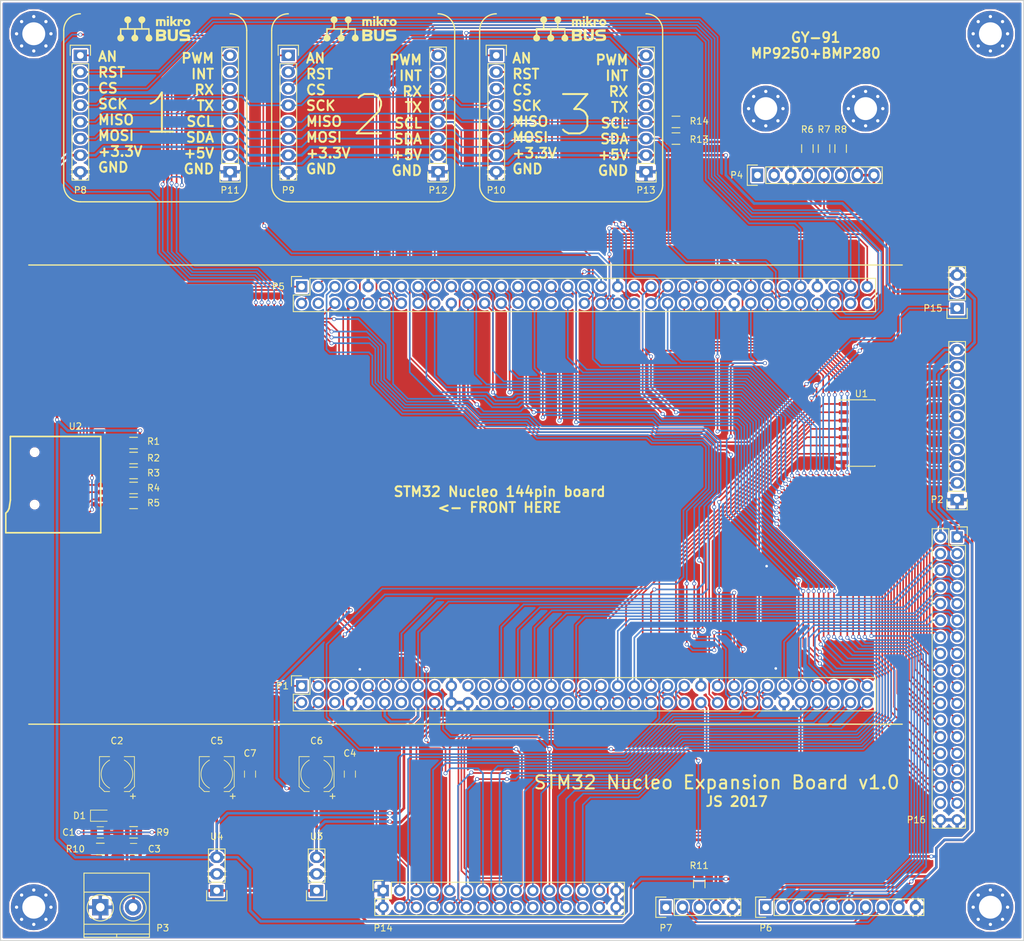
<source format=kicad_pcb>
(kicad_pcb (version 4) (host pcbnew 4.0.5)
  (layers (0 F.Cu signal) (31 B.Cu signal) (34 B.Paste user) (35 F.Paste user) (36 B.SilkS user) (37 F.SilkS user) (38 B.Mask user) (39 F.Mask user) (44 Edge.Cuts user))
  (net 0 "")
  (net 1 /PA3/AN3/BATTERY_AN)
  (net 2 GND)
  (net 3 "Net-(C2-Pad1)")
  (net 4 +5V)
  (net 5 +3V3)
  (net 6 /PA4/ANALOG_OUT)
  (net 7 /PC10/SDMMC.D2)
  (net 8 /PC11/SDMMC.D3)
  (net 9 /PC12/SDMMC.CK)
  (net 10 /PD2/SDMMC.CMD)
  (net 11 /PF7/PWM11.1/CLICK1.PWM)
  (net 12 /PD3/TRANSISTOR.1)
  (net 13 /PD5/USART2.TX/CLICK1.TX)
  (net 14 /PG2/TRANSISTOR.2)
  (net 15 /PD6/USART2.RX/CLICK1.RX)
  (net 16 /PG3/TRANSISTOR.3)
  (net 17 /PE2/TRANSISTOR.4)
  (net 18 /PE4/TRANSISTOR.5)
  (net 19 /PF1/I2C2.SCL)
  (net 20 /PF2/TRANSISTOR.6)
  (net 21 /PF0/I2C2.SDA)
  (net 22 /PF8/PWM13.1/CLICK2.PWM)
  (net 23 /PF9/PWM14.1/CLICK3.PWM)
  (net 24 /PG1/TRANSISTOR.7)
  (net 25 /PG9/USART6.RX/CLICK2.RX)
  (net 26 "Net-(P2-Pad8)")
  (net 27 "Net-(P2-Pad7)")
  (net 28 "Net-(P2-Pad6)")
  (net 29 "Net-(P2-Pad5)")
  (net 30 "Net-(P2-Pad4)")
  (net 31 "Net-(P2-Pad3)")
  (net 32 "Net-(P4-Pad6)")
  (net 33 /PC9/SDMMC.D1)
  (net 34 /PC8/SDMMC.D0)
  (net 35 /PC5/SDMMC.DETECT)
  (net 36 /PD8/CLICK1.INT)
  (net 37 /PA5/SPI1.SCK/LCD.SCK)
  (net 38 /PA12/CLICK2.INT)
  (net 39 /PA6/SPI1.MISO/LCD.MISO)
  (net 40 /PA11/CLICK3.INT)
  (net 41 /PA7/SPI.MOSI/LCD.MOSI)
  (net 42 /PB6/I2C4.SCL/CLICK.SCL)
  (net 43 /PB2/LCD.CS)
  (net 44 /PB1/LCD.INT)
  (net 45 /PB15/LCD.PD)
  (net 46 /PF5/ADC3.IN15/CLICK3.AN)
  (net 47 /PF4/ADC3.IN14/CLICK2.AN)
  (net 48 /PE8/USART7.TX/CLICK3.TX)
  (net 49 /PF10/ADC3.IN8/CLICK1.AN)
  (net 50 /PE7/USART7.RX/CLICK3.RX)
  (net 51 /PE12/SPI4.SCK)
  (net 52 /PE14/SPI4.MOSI)
  (net 53 /PE13/SPI4.MISO)
  (net 54 /PF15/I2C4.SDA/CLICK.SDA)
  (net 55 /PG14/USART6.TX/CLICK2.TX)
  (net 56 /PD10/CLICK1.CS)
  (net 57 /PG8/CLICK1.RST)
  (net 58 /PG7/CLICK2.CS)
  (net 59 /PG5/CLICK2.RST)
  (net 60 /PG4/CLICK3.CS)
  (net 61 /PG6/CLICK3.RST)
  (net 62 /LCD.AUDIO+)
  (net 63 /LCD.AUDIO-)
  (net 64 /PF6/ADC3.IN4/MOTOR1.AN)
  (net 65 /PA15/PWM2.1/ENC2.1)
  (net 66 /PA0/PWM5.1/MOTOR1.EN)
  (net 67 /PA1/PWM5.2/MOTOR2.EN)
  (net 68 /PC2/ADC123.IN12/MOTOR2.AN)
  (net 69 /PC3/ADC123.IN13/MOTOR3.AN)
  (net 70 /PC0/ADC123.IN10/MOTOR4.AN)
  (net 71 /PD7/MOTOR1.A)
  (net 72 /PE3/MOTOR1.B)
  (net 73 /PE5/PWM9.1/SERVO1)
  (net 74 /PD1/MOTOR2.A)
  (net 75 /PD0/MOTOR2.B)
  (net 76 /PE6/PWM9.2/SERVO2)
  (net 77 /PG15/MOTOR4.B)
  (net 78 /PG10/MOTOR4.A)
  (net 79 /PG13/MOTOR3.B)
  (net 80 /PG11/MOTOR3.A)
  (net 81 /PB8/PWM10.1/MOTOR3.EN)
  (net 82 /PB9/PWM11.1/MOTOR4.EN)
  (net 83 /PC7/PWM8.2/NEOPIXEL)
  (net 84 /PB4/PWM3.1/ENC3.1)
  (net 85 /PB5/PWM3.2/ENC3.2)
  (net 86 /PB3/PWM2.2/ENC2.2)
  (net 87 /PD13/PWM4.2/ENC4.2)
  (net 88 /PD12/PWM4.1/ENC4.1)
  (net 89 /PE9/PWM1.1/ENC1.1)
  (net 90 /PE11/PWM1.2/ENC1.2)
  (net 91 "Net-(P2-Pad2)")
  (net 92 /FREE1)
  (net 93 /FREE2)
  (net 94 /FREE3)
  (net 95 /FREE4)
  (net 96 /FREE5)
  (net 97 /FREE6)
  (net 98 /FREE7)
  (net 99 /FREE8)
  (net 100 /FREE9)
  (net 101 /FREE10)
  (net 102 /FREE11)
  (net 103 /FREE12)
  (net 104 /FREE31)
  (net 105 /FREE30)
  (net 106 /FREE29)
  (net 107 /FREE28)
  (net 108 /FREE27)
  (net 109 /FREE25)
  (net 110 /FREE26)
  (net 111 /FREE24)
  (net 112 /FREE22)
  (net 113 /FREE23)
  (net 114 /FREE21)
  (net 115 /FREE20)
  (net 116 /FREE19)
  (net 117 /FREE18)
  (net 118 /FREE16)
  (net 119 /FREE17)
  (net 120 /FREE15)
  (net 121 /FREE14)
  (net 122 /FREE13)
  (net 123 "Net-(P7-Pad3)")
  (module Capacitors_SMD:C_0805 (layer F.Cu) (at 33.02 148.59)
    (fp_text reference C1 (at -4.826 0) (layer F.SilkS))
    (fp_text value 100n)
    (pad 1 smd rect (at -1 0) (size 1 1.25) (layers F.Cu F.Paste F.Mask) (net 1 /PA3/AN3/BATTERY_AN))
    (pad 2 smd rect (at 1 0) (size 1 1.25) (layers F.Cu F.Paste F.Mask) (net 2 GND))
  )
  (module Capacitors_SMD:CP_Elec_5x5.7 (layer F.Cu) (at 35.56 139.7 90)
    (fp_text reference C2 (at 5.08 0 180) (layer F.SilkS))
    (fp_text value 10u)
    (fp_text user + (at -3.3782 2.3622 90) (layer F.SilkS))
    (pad 1 smd rect (at -2.2 0 270) (size 3 1.6) (layers F.Cu F.Paste F.Mask) (net 3 "Net-(C2-Pad1)"))
    (pad 2 smd rect (at 2.2 0 270) (size 3 1.6) (layers F.Cu F.Paste F.Mask) (net 2 GND))
  )
  (module Capacitors_SMD:C_0805 (layer F.Cu) (at 38.1 151.13)
    (fp_text reference C3 (at 3.175 0) (layer F.SilkS))
    (fp_text value 100n)
    (pad 1 smd rect (at -1 0) (size 1 1.25) (layers F.Cu F.Paste F.Mask) (net 3 "Net-(C2-Pad1)"))
    (pad 2 smd rect (at 1 0) (size 1 1.25) (layers F.Cu F.Paste F.Mask) (net 2 GND))
  )
  (module Capacitors_SMD:CP_Elec_5x5.7 (layer F.Cu) (at 66.04 139.7 90)
    (fp_text reference C4 (at 3.175 5.08 180) (layer F.SilkS))
    (fp_text value 10u)
    (fp_text user + (at -3.3782 2.3622 90) (layer F.SilkS))
    (pad 1 smd rect (at -2.2 0 270) (size 3 1.6) (layers F.Cu F.Paste F.Mask) (net 4 +5V))
    (pad 2 smd rect (at 2.2 0 270) (size 3 1.6) (layers F.Cu F.Paste F.Mask) (net 2 GND))
  )
  (module Capacitors_SMD:CP_Elec_5x5.7 (layer F.Cu) (at 50.8 139.7 90)
    (fp_text reference C5 (at 5.08 0 180) (layer F.SilkS))
    (fp_text value 10u)
    (fp_text user + (at -3.3782 2.3622 90) (layer F.SilkS))
    (pad 1 smd rect (at -2.2 0 270) (size 3 1.6) (layers F.Cu F.Paste F.Mask) (net 5 +3V3))
    (pad 2 smd rect (at 2.2 0 270) (size 3 1.6) (layers F.Cu F.Paste F.Mask) (net 2 GND))
  )
  (module Capacitors_SMD:C_0805 (layer F.Cu) (at 71.12 139.7 90)
    (fp_text reference C6 (at 5.08 -5.08 180) (layer F.SilkS))
    (fp_text value 100n)
    (pad 1 smd rect (at -1 0 90) (size 1 1.25) (layers F.Cu F.Paste F.Mask) (net 4 +5V))
    (pad 2 smd rect (at 1 0 90) (size 1 1.25) (layers F.Cu F.Paste F.Mask) (net 2 GND))
  )
  (module Capacitors_SMD:C_0805 (layer F.Cu) (at 55.88 139.7 90)
    (fp_text reference C7 (at 3.175 0 180) (layer F.SilkS))
    (fp_text value 100n)
    (pad 1 smd rect (at -1 0 90) (size 1 1.25) (layers F.Cu F.Paste F.Mask) (net 5 +3V3))
    (pad 2 smd rect (at 1 0 90) (size 1 1.25) (layers F.Cu F.Paste F.Mask) (net 2 GND))
  )
  (module Diodes_SMD:D_SOD-323 (layer F.Cu) (at 33.02 146.05)
    (fp_text reference D1 (at -3.175 0) (layer F.SilkS))
    (fp_text value 3V3)
    (pad 1 smd rect (at -1.05 0) (size 0.6 0.45) (layers F.Cu F.Paste F.Mask) (net 1 /PA3/AN3/BATTERY_AN))
    (pad 2 smd rect (at 1.05 0) (size 0.6 0.45) (layers F.Cu F.Paste F.Mask) (net 2 GND))
  )
  (module Socket_Strips:Socket_Strip_Straight_2x35 (layer F.Cu) (at 63.754 126.238)
    (fp_text reference P1 (at -2.921 0) (layer F.SilkS))
    (fp_text value CONN_02X35)
    (pad 1 thru_hole rect (at 0 0) (size 1.7272 1.7272) (drill 1.016) (layers *.Cu *.Mask) (net 7 /PC10/SDMMC.D2))
    (pad 2 thru_hole oval (at 0 2.54) (size 1.7272 1.7272) (drill 1.016) (layers *.Cu *.Mask) (net 8 /PC11/SDMMC.D3))
    (pad 3 thru_hole oval (at 2.54 0) (size 1.7272 1.7272) (drill 1.016) (layers *.Cu *.Mask) (net 9 /PC12/SDMMC.CK))
    (pad 4 thru_hole oval (at 2.54 2.54) (size 1.7272 1.7272) (drill 1.016) (layers *.Cu *.Mask) (net 10 /PD2/SDMMC.CMD))
    (pad 5 thru_hole oval (at 5.08 0) (size 1.7272 1.7272) (drill 1.016) (layers *.Cu *.Mask))
    (pad 6 thru_hole oval (at 5.08 2.54) (size 1.7272 1.7272) (drill 1.016) (layers *.Cu *.Mask))
    (pad 7 thru_hole oval (at 7.62 0) (size 1.7272 1.7272) (drill 1.016) (layers *.Cu *.Mask))
    (pad 8 thru_hole oval (at 7.62 2.54) (size 1.7272 1.7272) (drill 1.016) (layers *.Cu *.Mask) (net 2 GND))
    (pad 9 thru_hole oval (at 10.16 0) (size 1.7272 1.7272) (drill 1.016) (layers *.Cu *.Mask) (net 64 /PF6/ADC3.IN4/MOTOR1.AN))
    (pad 10 thru_hole oval (at 10.16 2.54) (size 1.7272 1.7272) (drill 1.016) (layers *.Cu *.Mask))
    (pad 11 thru_hole oval (at 12.7 0) (size 1.7272 1.7272) (drill 1.016) (layers *.Cu *.Mask) (net 11 /PF7/PWM11.1/CLICK1.PWM))
    (pad 12 thru_hole oval (at 12.7 2.54) (size 1.7272 1.7272) (drill 1.016) (layers *.Cu *.Mask) (net 5 +3V3))
    (pad 13 thru_hole oval (at 15.24 0) (size 1.7272 1.7272) (drill 1.016) (layers *.Cu *.Mask) (net 92 /FREE1))
    (pad 14 thru_hole oval (at 15.24 2.54) (size 1.7272 1.7272) (drill 1.016) (layers *.Cu *.Mask))
    (pad 15 thru_hole oval (at 17.78 0) (size 1.7272 1.7272) (drill 1.016) (layers *.Cu *.Mask) (net 93 /FREE2))
    (pad 16 thru_hole oval (at 17.78 2.54) (size 1.7272 1.7272) (drill 1.016) (layers *.Cu *.Mask) (net 5 +3V3))
    (pad 17 thru_hole oval (at 20.32 0) (size 1.7272 1.7272) (drill 1.016) (layers *.Cu *.Mask) (net 65 /PA15/PWM2.1/ENC2.1))
    (pad 18 thru_hole oval (at 20.32 2.54) (size 1.7272 1.7272) (drill 1.016) (layers *.Cu *.Mask) (net 4 +5V))
    (pad 19 thru_hole oval (at 22.86 0) (size 1.7272 1.7272) (drill 1.016) (layers *.Cu *.Mask) (net 2 GND))
    (pad 20 thru_hole oval (at 22.86 2.54) (size 1.7272 1.7272) (drill 1.016) (layers *.Cu *.Mask) (net 2 GND))
    (pad 21 thru_hole oval (at 25.4 0) (size 1.7272 1.7272) (drill 1.016) (layers *.Cu *.Mask))
    (pad 22 thru_hole oval (at 25.4 2.54) (size 1.7272 1.7272) (drill 1.016) (layers *.Cu *.Mask) (net 2 GND))
    (pad 23 thru_hole oval (at 27.94 0) (size 1.7272 1.7272) (drill 1.016) (layers *.Cu *.Mask))
    (pad 24 thru_hole oval (at 27.94 2.54) (size 1.7272 1.7272) (drill 1.016) (layers *.Cu *.Mask))
    (pad 25 thru_hole oval (at 30.48 0) (size 1.7272 1.7272) (drill 1.016) (layers *.Cu *.Mask) (net 94 /FREE3))
    (pad 26 thru_hole oval (at 30.48 2.54) (size 1.7272 1.7272) (drill 1.016) (layers *.Cu *.Mask))
    (pad 27 thru_hole oval (at 33.02 0) (size 1.7272 1.7272) (drill 1.016) (layers *.Cu *.Mask) (net 95 /FREE4))
    (pad 28 thru_hole oval (at 33.02 2.54) (size 1.7272 1.7272) (drill 1.016) (layers *.Cu *.Mask) (net 66 /PA0/PWM5.1/MOTOR1.EN))
    (pad 29 thru_hole oval (at 35.56 0) (size 1.7272 1.7272) (drill 1.016) (layers *.Cu *.Mask) (net 96 /FREE5))
    (pad 30 thru_hole oval (at 35.56 2.54) (size 1.7272 1.7272) (drill 1.016) (layers *.Cu *.Mask) (net 67 /PA1/PWM5.2/MOTOR2.EN))
    (pad 31 thru_hole oval (at 38.1 0) (size 1.7272 1.7272) (drill 1.016) (layers *.Cu *.Mask) (net 97 /FREE6))
    (pad 32 thru_hole oval (at 38.1 2.54) (size 1.7272 1.7272) (drill 1.016) (layers *.Cu *.Mask) (net 6 /PA4/ANALOG_OUT))
    (pad 33 thru_hole oval (at 40.64 0) (size 1.7272 1.7272) (drill 1.016) (layers *.Cu *.Mask))
    (pad 34 thru_hole oval (at 40.64 2.54) (size 1.7272 1.7272) (drill 1.016) (layers *.Cu *.Mask))
    (pad 35 thru_hole oval (at 43.18 0) (size 1.7272 1.7272) (drill 1.016) (layers *.Cu *.Mask) (net 68 /PC2/ADC123.IN12/MOTOR2.AN))
    (pad 36 thru_hole oval (at 43.18 2.54) (size 1.7272 1.7272) (drill 1.016) (layers *.Cu *.Mask) (net 98 /FREE7))
    (pad 37 thru_hole oval (at 45.72 0) (size 1.7272 1.7272) (drill 1.016) (layers *.Cu *.Mask) (net 69 /PC3/ADC123.IN13/MOTOR3.AN))
    (pad 38 thru_hole oval (at 45.72 2.54) (size 1.7272 1.7272) (drill 1.016) (layers *.Cu *.Mask) (net 70 /PC0/ADC123.IN10/MOTOR4.AN))
    (pad 39 thru_hole oval (at 48.26 0) (size 1.7272 1.7272) (drill 1.016) (layers *.Cu *.Mask) (net 99 /FREE8))
    (pad 40 thru_hole oval (at 48.26 2.54) (size 1.7272 1.7272) (drill 1.016) (layers *.Cu *.Mask) (net 12 /PD3/TRANSISTOR.1))
    (pad 41 thru_hole oval (at 50.8 0) (size 1.7272 1.7272) (drill 1.016) (layers *.Cu *.Mask) (net 13 /PD5/USART2.TX/CLICK1.TX))
    (pad 42 thru_hole oval (at 50.8 2.54) (size 1.7272 1.7272) (drill 1.016) (layers *.Cu *.Mask) (net 14 /PG2/TRANSISTOR.2))
    (pad 43 thru_hole oval (at 53.34 0) (size 1.7272 1.7272) (drill 1.016) (layers *.Cu *.Mask) (net 15 /PD6/USART2.RX/CLICK1.RX))
    (pad 44 thru_hole oval (at 53.34 2.54) (size 1.7272 1.7272) (drill 1.016) (layers *.Cu *.Mask) (net 16 /PG3/TRANSISTOR.3))
    (pad 45 thru_hole oval (at 55.88 0) (size 1.7272 1.7272) (drill 1.016) (layers *.Cu *.Mask) (net 71 /PD7/MOTOR1.A))
    (pad 46 thru_hole oval (at 55.88 2.54) (size 1.7272 1.7272) (drill 1.016) (layers *.Cu *.Mask) (net 17 /PE2/TRANSISTOR.4))
    (pad 47 thru_hole oval (at 58.42 0) (size 1.7272 1.7272) (drill 1.016) (layers *.Cu *.Mask) (net 72 /PE3/MOTOR1.B))
    (pad 48 thru_hole oval (at 58.42 2.54) (size 1.7272 1.7272) (drill 1.016) (layers *.Cu *.Mask) (net 18 /PE4/TRANSISTOR.5))
    (pad 49 thru_hole oval (at 60.96 0) (size 1.7272 1.7272) (drill 1.016) (layers *.Cu *.Mask) (net 2 GND))
    (pad 50 thru_hole oval (at 60.96 2.54) (size 1.7272 1.7272) (drill 1.016) (layers *.Cu *.Mask) (net 73 /PE5/PWM9.1/SERVO1))
    (pad 51 thru_hole oval (at 63.5 0) (size 1.7272 1.7272) (drill 1.016) (layers *.Cu *.Mask) (net 19 /PF1/I2C2.SCL))
    (pad 52 thru_hole oval (at 63.5 2.54) (size 1.7272 1.7272) (drill 1.016) (layers *.Cu *.Mask) (net 20 /PF2/TRANSISTOR.6))
    (pad 53 thru_hole oval (at 66.04 0) (size 1.7272 1.7272) (drill 1.016) (layers *.Cu *.Mask) (net 21 /PF0/I2C2.SDA))
    (pad 54 thru_hole oval (at 66.04 2.54) (size 1.7272 1.7272) (drill 1.016) (layers *.Cu *.Mask) (net 22 /PF8/PWM13.1/CLICK2.PWM))
    (pad 55 thru_hole oval (at 68.58 0) (size 1.7272 1.7272) (drill 1.016) (layers *.Cu *.Mask) (net 74 /PD1/MOTOR2.A))
    (pad 56 thru_hole oval (at 68.58 2.54) (size 1.7272 1.7272) (drill 1.016) (layers *.Cu *.Mask) (net 23 /PF9/PWM14.1/CLICK3.PWM))
    (pad 57 thru_hole oval (at 71.12 0) (size 1.7272 1.7272) (drill 1.016) (layers *.Cu *.Mask) (net 75 /PD0/MOTOR2.B))
    (pad 58 thru_hole oval (at 71.12 2.54) (size 1.7272 1.7272) (drill 1.016) (layers *.Cu *.Mask) (net 24 /PG1/TRANSISTOR.7))
    (pad 59 thru_hole oval (at 73.66 0) (size 1.7272 1.7272) (drill 1.016) (layers *.Cu *.Mask) (net 100 /FREE9))
    (pad 60 thru_hole oval (at 73.66 2.54) (size 1.7272 1.7272) (drill 1.016) (layers *.Cu *.Mask) (net 2 GND))
    (pad 61 thru_hole oval (at 76.2 0) (size 1.7272 1.7272) (drill 1.016) (layers *.Cu *.Mask) (net 101 /FREE10))
    (pad 62 thru_hole oval (at 76.2 2.54) (size 1.7272 1.7272) (drill 1.016) (layers *.Cu *.Mask) (net 76 /PE6/PWM9.2/SERVO2))
    (pad 63 thru_hole oval (at 78.74 0) (size 1.7272 1.7272) (drill 1.016) (layers *.Cu *.Mask) (net 25 /PG9/USART6.RX/CLICK2.RX))
    (pad 64 thru_hole oval (at 78.74 2.54) (size 1.7272 1.7272) (drill 1.016) (layers *.Cu *.Mask) (net 77 /PG15/MOTOR4.B))
    (pad 65 thru_hole oval (at 81.28 0) (size 1.7272 1.7272) (drill 1.016) (layers *.Cu *.Mask) (net 102 /FREE11))
    (pad 66 thru_hole oval (at 81.28 2.54) (size 1.7272 1.7272) (drill 1.016) (layers *.Cu *.Mask) (net 78 /PG10/MOTOR4.A))
    (pad 67 thru_hole oval (at 83.82 0) (size 1.7272 1.7272) (drill 1.016) (layers *.Cu *.Mask))
    (pad 68 thru_hole oval (at 83.82 2.54) (size 1.7272 1.7272) (drill 1.016) (layers *.Cu *.Mask) (net 79 /PG13/MOTOR3.B))
    (pad 69 thru_hole oval (at 86.36 0) (size 1.7272 1.7272) (drill 1.016) (layers *.Cu *.Mask) (net 103 /FREE12))
    (pad 70 thru_hole oval (at 86.36 2.54) (size 1.7272 1.7272) (drill 1.016) (layers *.Cu *.Mask) (net 80 /PG11/MOTOR3.A))
  )
  (module Terminal_Blocks:TerminalBlock_Pheonix_MKDS1.5-2pol (layer F.Cu) (at 33.02 160.02)
    (fp_text reference P3 (at 9.525 3.175) (layer F.SilkS))
    (fp_text value POWER_IN)
    (pad 1 thru_hole rect (at 0 0) (size 2.5 2.5) (drill 1.3) (layers *.Cu *.Mask) (net 2 GND))
    (pad 2 thru_hole circle (at 5 0) (size 2.5 2.5) (drill 1.3) (layers *.Cu *.Mask) (net 3 "Net-(C2-Pad1)"))
  )
  (module Socket_Strips:Socket_Strip_Straight_1x08 (layer F.Cu) (at 133.35 48.26)
    (fp_text reference P4 (at -3.175 0) (layer F.SilkS))
    (fp_text value 10-DOF)
    (pad 1 thru_hole rect (at 0 0) (size 1.7272 2.032) (drill 1.016) (layers *.Cu *.Mask))
    (pad 2 thru_hole oval (at 2.54 0) (size 1.7272 2.032) (drill 1.016) (layers *.Cu *.Mask) (net 5 +3V3))
    (pad 3 thru_hole oval (at 5.08 0) (size 1.7272 2.032) (drill 1.016) (layers *.Cu *.Mask) (net 2 GND))
    (pad 4 thru_hole oval (at 7.62 0) (size 1.7272 2.032) (drill 1.016) (layers *.Cu *.Mask) (net 19 /PF1/I2C2.SCL))
    (pad 5 thru_hole oval (at 10.16 0) (size 1.7272 2.032) (drill 1.016) (layers *.Cu *.Mask) (net 21 /PF0/I2C2.SDA))
    (pad 6 thru_hole oval (at 12.7 0) (size 1.7272 2.032) (drill 1.016) (layers *.Cu *.Mask) (net 32 "Net-(P4-Pad6)"))
    (pad 7 thru_hole oval (at 15.24 0) (size 1.7272 2.032) (drill 1.016) (layers *.Cu *.Mask) (net 5 +3V3))
    (pad 8 thru_hole oval (at 17.78 0) (size 1.7272 2.032) (drill 1.016) (layers *.Cu *.Mask) (net 5 +3V3))
  )
  (module Socket_Strips:Socket_Strip_Straight_2x35 (layer F.Cu) (at 63.754 65.278)
    (fp_text reference P5 (at -3.556 0) (layer F.SilkS))
    (fp_text value CONN_02X35)
    (pad 1 thru_hole rect (at 0 0) (size 1.7272 1.7272) (drill 1.016) (layers *.Cu *.Mask) (net 33 /PC9/SDMMC.D1))
    (pad 2 thru_hole oval (at 0 2.54) (size 1.7272 1.7272) (drill 1.016) (layers *.Cu *.Mask) (net 34 /PC8/SDMMC.D0))
    (pad 3 thru_hole oval (at 2.54 0) (size 1.7272 1.7272) (drill 1.016) (layers *.Cu *.Mask) (net 81 /PB8/PWM10.1/MOTOR3.EN))
    (pad 4 thru_hole oval (at 2.54 2.54) (size 1.7272 1.7272) (drill 1.016) (layers *.Cu *.Mask))
    (pad 5 thru_hole oval (at 5.08 0) (size 1.7272 1.7272) (drill 1.016) (layers *.Cu *.Mask) (net 82 /PB9/PWM11.1/MOTOR4.EN))
    (pad 6 thru_hole oval (at 5.08 2.54) (size 1.7272 1.7272) (drill 1.016) (layers *.Cu *.Mask) (net 35 /PC5/SDMMC.DETECT))
    (pad 7 thru_hole oval (at 7.62 0) (size 1.7272 1.7272) (drill 1.016) (layers *.Cu *.Mask))
    (pad 8 thru_hole oval (at 7.62 2.54) (size 1.7272 1.7272) (drill 1.016) (layers *.Cu *.Mask) (net 4 +5V))
    (pad 9 thru_hole oval (at 10.16 0) (size 1.7272 1.7272) (drill 1.016) (layers *.Cu *.Mask) (net 2 GND))
    (pad 10 thru_hole oval (at 10.16 2.54) (size 1.7272 1.7272) (drill 1.016) (layers *.Cu *.Mask) (net 36 /PD8/CLICK1.INT))
    (pad 11 thru_hole oval (at 12.7 0) (size 1.7272 1.7272) (drill 1.016) (layers *.Cu *.Mask) (net 37 /PA5/SPI1.SCK/LCD.SCK))
    (pad 12 thru_hole oval (at 12.7 2.54) (size 1.7272 1.7272) (drill 1.016) (layers *.Cu *.Mask) (net 38 /PA12/CLICK2.INT))
    (pad 13 thru_hole oval (at 15.24 0) (size 1.7272 1.7272) (drill 1.016) (layers *.Cu *.Mask) (net 39 /PA6/SPI1.MISO/LCD.MISO))
    (pad 14 thru_hole oval (at 15.24 2.54) (size 1.7272 1.7272) (drill 1.016) (layers *.Cu *.Mask) (net 40 /PA11/CLICK3.INT))
    (pad 15 thru_hole oval (at 17.78 0) (size 1.7272 1.7272) (drill 1.016) (layers *.Cu *.Mask) (net 41 /PA7/SPI.MOSI/LCD.MOSI))
    (pad 16 thru_hole oval (at 17.78 2.54) (size 1.7272 1.7272) (drill 1.016) (layers *.Cu *.Mask))
    (pad 17 thru_hole oval (at 20.32 0) (size 1.7272 1.7272) (drill 1.016) (layers *.Cu *.Mask) (net 42 /PB6/I2C4.SCL/CLICK.SCL))
    (pad 18 thru_hole oval (at 20.32 2.54) (size 1.7272 1.7272) (drill 1.016) (layers *.Cu *.Mask) (net 104 /FREE31))
    (pad 19 thru_hole oval (at 22.86 0) (size 1.7272 1.7272) (drill 1.016) (layers *.Cu *.Mask) (net 83 /PC7/PWM8.2/NEOPIXEL))
    (pad 20 thru_hole oval (at 22.86 2.54) (size 1.7272 1.7272) (drill 1.016) (layers *.Cu *.Mask) (net 2 GND))
    (pad 21 thru_hole oval (at 25.4 0) (size 1.7272 1.7272) (drill 1.016) (layers *.Cu *.Mask) (net 105 /FREE30))
    (pad 22 thru_hole oval (at 25.4 2.54) (size 1.7272 1.7272) (drill 1.016) (layers *.Cu *.Mask) (net 43 /PB2/LCD.CS))
    (pad 23 thru_hole oval (at 27.94 0) (size 1.7272 1.7272) (drill 1.016) (layers *.Cu *.Mask) (net 106 /FREE29))
    (pad 24 thru_hole oval (at 27.94 2.54) (size 1.7272 1.7272) (drill 1.016) (layers *.Cu *.Mask) (net 44 /PB1/LCD.INT))
    (pad 25 thru_hole oval (at 30.48 0) (size 1.7272 1.7272) (drill 1.016) (layers *.Cu *.Mask) (net 107 /FREE28))
    (pad 26 thru_hole oval (at 30.48 2.54) (size 1.7272 1.7272) (drill 1.016) (layers *.Cu *.Mask) (net 45 /PB15/LCD.PD))
    (pad 27 thru_hole oval (at 33.02 0) (size 1.7272 1.7272) (drill 1.016) (layers *.Cu *.Mask) (net 84 /PB4/PWM3.1/ENC3.1))
    (pad 28 thru_hole oval (at 33.02 2.54) (size 1.7272 1.7272) (drill 1.016) (layers *.Cu *.Mask))
    (pad 29 thru_hole oval (at 35.56 0) (size 1.7272 1.7272) (drill 1.016) (layers *.Cu *.Mask) (net 85 /PB5/PWM3.2/ENC3.2))
    (pad 30 thru_hole oval (at 35.56 2.54) (size 1.7272 1.7272) (drill 1.016) (layers *.Cu *.Mask) (net 108 /FREE27))
    (pad 31 thru_hole oval (at 38.1 0) (size 1.7272 1.7272) (drill 1.016) (layers *.Cu *.Mask) (net 86 /PB3/PWM2.2/ENC2.2))
    (pad 32 thru_hole oval (at 38.1 2.54) (size 1.7272 1.7272) (drill 1.016) (layers *.Cu *.Mask))
    (pad 33 thru_hole oval (at 40.64 0) (size 1.7272 1.7272) (drill 1.016) (layers *.Cu *.Mask) (net 109 /FREE25))
    (pad 34 thru_hole oval (at 40.64 2.54) (size 1.7272 1.7272) (drill 1.016) (layers *.Cu *.Mask) (net 110 /FREE26))
    (pad 35 thru_hole oval (at 43.18 0) (size 1.7272 1.7272) (drill 1.016) (layers *.Cu *.Mask) (net 111 /FREE24))
    (pad 36 thru_hole oval (at 43.18 2.54) (size 1.7272 1.7272) (drill 1.016) (layers *.Cu *.Mask) (net 46 /PF5/ADC3.IN15/CLICK3.AN))
    (pad 37 thru_hole oval (at 45.72 0) (size 1.7272 1.7272) (drill 1.016) (layers *.Cu *.Mask) (net 1 /PA3/AN3/BATTERY_AN))
    (pad 38 thru_hole oval (at 45.72 2.54) (size 1.7272 1.7272) (drill 1.016) (layers *.Cu *.Mask) (net 47 /PF4/ADC3.IN14/CLICK2.AN))
    (pad 39 thru_hole oval (at 48.26 0) (size 1.7272 1.7272) (drill 1.016) (layers *.Cu *.Mask) (net 2 GND))
    (pad 40 thru_hole oval (at 48.26 2.54) (size 1.7272 1.7272) (drill 1.016) (layers *.Cu *.Mask) (net 48 /PE8/USART7.TX/CLICK3.TX))
    (pad 41 thru_hole oval (at 50.8 0) (size 1.7272 1.7272) (drill 1.016) (layers *.Cu *.Mask) (net 87 /PD13/PWM4.2/ENC4.2))
    (pad 42 thru_hole oval (at 50.8 2.54) (size 1.7272 1.7272) (drill 1.016) (layers *.Cu *.Mask) (net 49 /PF10/ADC3.IN8/CLICK1.AN))
    (pad 43 thru_hole oval (at 53.34 0) (size 1.7272 1.7272) (drill 1.016) (layers *.Cu *.Mask) (net 88 /PD12/PWM4.1/ENC4.1))
    (pad 44 thru_hole oval (at 53.34 2.54) (size 1.7272 1.7272) (drill 1.016) (layers *.Cu *.Mask) (net 50 /PE7/USART7.RX/CLICK3.RX))
    (pad 45 thru_hole oval (at 55.88 0) (size 1.7272 1.7272) (drill 1.016) (layers *.Cu *.Mask) (net 112 /FREE22))
    (pad 46 thru_hole oval (at 55.88 2.54) (size 1.7272 1.7272) (drill 1.016) (layers *.Cu *.Mask) (net 113 /FREE23))
    (pad 47 thru_hole oval (at 58.42 0) (size 1.7272 1.7272) (drill 1.016) (layers *.Cu *.Mask) (net 114 /FREE21))
    (pad 48 thru_hole oval (at 58.42 2.54) (size 1.7272 1.7272) (drill 1.016) (layers *.Cu *.Mask) (net 115 /FREE20))
    (pad 49 thru_hole oval (at 60.96 0) (size 1.7272 1.7272) (drill 1.016) (layers *.Cu *.Mask) (net 51 /PE12/SPI4.SCK))
    (pad 50 thru_hole oval (at 60.96 2.54) (size 1.7272 1.7272) (drill 1.016) (layers *.Cu *.Mask) (net 116 /FREE19))
    (pad 51 thru_hole oval (at 63.5 0) (size 1.7272 1.7272) (drill 1.016) (layers *.Cu *.Mask) (net 52 /PE14/SPI4.MOSI))
    (pad 52 thru_hole oval (at 63.5 2.54) (size 1.7272 1.7272) (drill 1.016) (layers *.Cu *.Mask) (net 89 /PE9/PWM1.1/ENC1.1))
    (pad 53 thru_hole oval (at 66.04 0) (size 1.7272 1.7272) (drill 1.016) (layers *.Cu *.Mask) (net 117 /FREE18))
    (pad 54 thru_hole oval (at 66.04 2.54) (size 1.7272 1.7272) (drill 1.016) (layers *.Cu *.Mask) (net 2 GND))
    (pad 55 thru_hole oval (at 68.58 0) (size 1.7272 1.7272) (drill 1.016) (layers *.Cu *.Mask) (net 53 /PE13/SPI4.MISO))
    (pad 56 thru_hole oval (at 68.58 2.54) (size 1.7272 1.7272) (drill 1.016) (layers *.Cu *.Mask) (net 90 /PE11/PWM1.2/ENC1.2))
    (pad 57 thru_hole oval (at 71.12 0) (size 1.7272 1.7272) (drill 1.016) (layers *.Cu *.Mask) (net 118 /FREE16))
    (pad 58 thru_hole oval (at 71.12 2.54) (size 1.7272 1.7272) (drill 1.016) (layers *.Cu *.Mask) (net 119 /FREE17))
    (pad 59 thru_hole oval (at 73.66 0) (size 1.7272 1.7272) (drill 1.016) (layers *.Cu *.Mask) (net 120 /FREE15))
    (pad 60 thru_hole oval (at 73.66 2.54) (size 1.7272 1.7272) (drill 1.016) (layers *.Cu *.Mask) (net 54 /PF15/I2C4.SDA/CLICK.SDA))
    (pad 61 thru_hole oval (at 76.2 0) (size 1.7272 1.7272) (drill 1.016) (layers *.Cu *.Mask) (net 55 /PG14/USART6.TX/CLICK2.TX))
    (pad 62 thru_hole oval (at 76.2 2.54) (size 1.7272 1.7272) (drill 1.016) (layers *.Cu *.Mask) (net 121 /FREE14))
    (pad 63 thru_hole oval (at 78.74 0) (size 1.7272 1.7272) (drill 1.016) (layers *.Cu *.Mask) (net 2 GND))
    (pad 64 thru_hole oval (at 78.74 2.54) (size 1.7272 1.7272) (drill 1.016) (layers *.Cu *.Mask) (net 122 /FREE13))
    (pad 65 thru_hole oval (at 81.28 0) (size 1.7272 1.7272) (drill 1.016) (layers *.Cu *.Mask) (net 56 /PD10/CLICK1.CS))
    (pad 66 thru_hole oval (at 81.28 2.54) (size 1.7272 1.7272) (drill 1.016) (layers *.Cu *.Mask) (net 57 /PG8/CLICK1.RST))
    (pad 67 thru_hole oval (at 83.82 0) (size 1.7272 1.7272) (drill 1.016) (layers *.Cu *.Mask) (net 58 /PG7/CLICK2.CS))
    (pad 68 thru_hole oval (at 83.82 2.54) (size 1.7272 1.7272) (drill 1.016) (layers *.Cu *.Mask) (net 59 /PG5/CLICK2.RST))
    (pad 69 thru_hole oval (at 86.36 0) (size 1.7272 1.7272) (drill 1.016) (layers *.Cu *.Mask) (net 60 /PG4/CLICK3.CS))
    (pad 70 thru_hole oval (at 86.36 2.54) (size 1.7272 1.7272) (drill 1.016) (layers *.Cu *.Mask) (net 61 /PG6/CLICK3.RST))
  )
  (module Socket_Strips:Socket_Strip_Straight_1x10 (layer F.Cu) (at 134.62 160.02)
    (fp_text reference P6 (at 0 3.175) (layer F.SilkS))
    (fp_text value LCD)
    (pad 1 thru_hole rect (at 0 0) (size 1.7272 2.032) (drill 1.016) (layers *.Cu *.Mask) (net 43 /PB2/LCD.CS))
    (pad 2 thru_hole oval (at 2.54 0) (size 1.7272 2.032) (drill 1.016) (layers *.Cu *.Mask) (net 37 /PA5/SPI1.SCK/LCD.SCK))
    (pad 3 thru_hole oval (at 5.08 0) (size 1.7272 2.032) (drill 1.016) (layers *.Cu *.Mask) (net 39 /PA6/SPI1.MISO/LCD.MISO))
    (pad 4 thru_hole oval (at 7.62 0) (size 1.7272 2.032) (drill 1.016) (layers *.Cu *.Mask) (net 41 /PA7/SPI.MOSI/LCD.MOSI))
    (pad 5 thru_hole oval (at 10.16 0) (size 1.7272 2.032) (drill 1.016) (layers *.Cu *.Mask) (net 44 /PB1/LCD.INT))
    (pad 6 thru_hole oval (at 12.7 0) (size 1.7272 2.032) (drill 1.016) (layers *.Cu *.Mask) (net 45 /PB15/LCD.PD))
    (pad 7 thru_hole oval (at 15.24 0) (size 1.7272 2.032) (drill 1.016) (layers *.Cu *.Mask) (net 62 /LCD.AUDIO+))
    (pad 8 thru_hole oval (at 17.78 0) (size 1.7272 2.032) (drill 1.016) (layers *.Cu *.Mask) (net 63 /LCD.AUDIO-))
    (pad 9 thru_hole oval (at 20.32 0) (size 1.7272 2.032) (drill 1.016) (layers *.Cu *.Mask) (net 5 +3V3))
    (pad 10 thru_hole oval (at 22.86 0) (size 1.7272 2.032) (drill 1.016) (layers *.Cu *.Mask) (net 2 GND))
  )
  (module Socket_Strips:Socket_Strip_Straight_1x05 (layer F.Cu) (at 119.38 160.02)
    (fp_text reference P7 (at 0 3.175) (layer F.SilkS))
    (fp_text value AUDIO/ANALOG)
    (pad 1 thru_hole rect (at 0 0) (size 1.7272 2.032) (drill 1.016) (layers *.Cu *.Mask) (net 62 /LCD.AUDIO+))
    (pad 2 thru_hole oval (at 2.54 0) (size 1.7272 2.032) (drill 1.016) (layers *.Cu *.Mask) (net 63 /LCD.AUDIO-))
    (pad 3 thru_hole oval (at 5.08 0) (size 1.7272 2.032) (drill 1.016) (layers *.Cu *.Mask) (net 123 "Net-(P7-Pad3)"))
    (pad 4 thru_hole oval (at 7.62 0) (size 1.7272 2.032) (drill 1.016) (layers *.Cu *.Mask) (net 4 +5V))
    (pad 5 thru_hole oval (at 10.16 0) (size 1.7272 2.032) (drill 1.016) (layers *.Cu *.Mask) (net 2 GND))
  )
  (module Socket_Strips:Socket_Strip_Straight_1x08 (layer F.Cu) (at 29.972 29.972 270)
    (fp_text reference P8 (at 20.574 0 360) (layer F.SilkS))
    (fp_text value MIKROBUS1.L)
    (pad 1 thru_hole rect (at 0 0 270) (size 1.7272 2.032) (drill 1.016) (layers *.Cu *.Mask) (net 49 /PF10/ADC3.IN8/CLICK1.AN))
    (pad 2 thru_hole oval (at 2.54 0 270) (size 1.7272 2.032) (drill 1.016) (layers *.Cu *.Mask) (net 57 /PG8/CLICK1.RST))
    (pad 3 thru_hole oval (at 5.08 0 270) (size 1.7272 2.032) (drill 1.016) (layers *.Cu *.Mask) (net 56 /PD10/CLICK1.CS))
    (pad 4 thru_hole oval (at 7.62 0 270) (size 1.7272 2.032) (drill 1.016) (layers *.Cu *.Mask) (net 51 /PE12/SPI4.SCK))
    (pad 5 thru_hole oval (at 10.16 0 270) (size 1.7272 2.032) (drill 1.016) (layers *.Cu *.Mask) (net 53 /PE13/SPI4.MISO))
    (pad 6 thru_hole oval (at 12.7 0 270) (size 1.7272 2.032) (drill 1.016) (layers *.Cu *.Mask) (net 52 /PE14/SPI4.MOSI))
    (pad 7 thru_hole oval (at 15.24 0 270) (size 1.7272 2.032) (drill 1.016) (layers *.Cu *.Mask) (net 5 +3V3))
    (pad 8 thru_hole oval (at 17.78 0 270) (size 1.7272 2.032) (drill 1.016) (layers *.Cu *.Mask) (net 2 GND))
  )
  (module Socket_Strips:Socket_Strip_Straight_1x08 (layer F.Cu) (at 61.722 29.972 270)
    (fp_text reference P9 (at 20.574 0 360) (layer F.SilkS))
    (fp_text value MIKROBUS2.L)
    (pad 1 thru_hole rect (at 0 0 270) (size 1.7272 2.032) (drill 1.016) (layers *.Cu *.Mask) (net 47 /PF4/ADC3.IN14/CLICK2.AN))
    (pad 2 thru_hole oval (at 2.54 0 270) (size 1.7272 2.032) (drill 1.016) (layers *.Cu *.Mask) (net 59 /PG5/CLICK2.RST))
    (pad 3 thru_hole oval (at 5.08 0 270) (size 1.7272 2.032) (drill 1.016) (layers *.Cu *.Mask) (net 58 /PG7/CLICK2.CS))
    (pad 4 thru_hole oval (at 7.62 0 270) (size 1.7272 2.032) (drill 1.016) (layers *.Cu *.Mask) (net 51 /PE12/SPI4.SCK))
    (pad 5 thru_hole oval (at 10.16 0 270) (size 1.7272 2.032) (drill 1.016) (layers *.Cu *.Mask) (net 53 /PE13/SPI4.MISO))
    (pad 6 thru_hole oval (at 12.7 0 270) (size 1.7272 2.032) (drill 1.016) (layers *.Cu *.Mask) (net 52 /PE14/SPI4.MOSI))
    (pad 7 thru_hole oval (at 15.24 0 270) (size 1.7272 2.032) (drill 1.016) (layers *.Cu *.Mask) (net 5 +3V3))
    (pad 8 thru_hole oval (at 17.78 0 270) (size 1.7272 2.032) (drill 1.016) (layers *.Cu *.Mask) (net 2 GND))
  )
  (module Socket_Strips:Socket_Strip_Straight_1x08 (layer F.Cu) (at 93.472 29.972 270)
    (fp_text reference P10 (at 20.574 0 360) (layer F.SilkS))
    (fp_text value MIKROBUS3.L)
    (pad 1 thru_hole rect (at 0 0 270) (size 1.7272 2.032) (drill 1.016) (layers *.Cu *.Mask) (net 46 /PF5/ADC3.IN15/CLICK3.AN))
    (pad 2 thru_hole oval (at 2.54 0 270) (size 1.7272 2.032) (drill 1.016) (layers *.Cu *.Mask) (net 61 /PG6/CLICK3.RST))
    (pad 3 thru_hole oval (at 5.08 0 270) (size 1.7272 2.032) (drill 1.016) (layers *.Cu *.Mask) (net 60 /PG4/CLICK3.CS))
    (pad 4 thru_hole oval (at 7.62 0 270) (size 1.7272 2.032) (drill 1.016) (layers *.Cu *.Mask) (net 51 /PE12/SPI4.SCK))
    (pad 5 thru_hole oval (at 10.16 0 270) (size 1.7272 2.032) (drill 1.016) (layers *.Cu *.Mask) (net 53 /PE13/SPI4.MISO))
    (pad 6 thru_hole oval (at 12.7 0 270) (size 1.7272 2.032) (drill 1.016) (layers *.Cu *.Mask) (net 52 /PE14/SPI4.MOSI))
    (pad 7 thru_hole oval (at 15.24 0 270) (size 1.7272 2.032) (drill 1.016) (layers *.Cu *.Mask) (net 5 +3V3))
    (pad 8 thru_hole oval (at 17.78 0 270) (size 1.7272 2.032) (drill 1.016) (layers *.Cu *.Mask) (net 2 GND))
  )
  (module Socket_Strips:Socket_Strip_Straight_1x08 (layer F.Cu) (at 52.832 47.752 90)
    (fp_text reference P11 (at -2.794 0 180) (layer F.SilkS))
    (fp_text value MIKROBUS1.R)
    (pad 1 thru_hole rect (at 0 0 90) (size 1.7272 2.032) (drill 1.016) (layers *.Cu *.Mask) (net 2 GND))
    (pad 2 thru_hole oval (at 2.54 0 90) (size 1.7272 2.032) (drill 1.016) (layers *.Cu *.Mask) (net 4 +5V))
    (pad 3 thru_hole oval (at 5.08 0 90) (size 1.7272 2.032) (drill 1.016) (layers *.Cu *.Mask) (net 54 /PF15/I2C4.SDA/CLICK.SDA))
    (pad 4 thru_hole oval (at 7.62 0 90) (size 1.7272 2.032) (drill 1.016) (layers *.Cu *.Mask) (net 42 /PB6/I2C4.SCL/CLICK.SCL))
    (pad 5 thru_hole oval (at 10.16 0 90) (size 1.7272 2.032) (drill 1.016) (layers *.Cu *.Mask) (net 13 /PD5/USART2.TX/CLICK1.TX))
    (pad 6 thru_hole oval (at 12.7 0 90) (size 1.7272 2.032) (drill 1.016) (layers *.Cu *.Mask) (net 15 /PD6/USART2.RX/CLICK1.RX))
    (pad 7 thru_hole oval (at 15.24 0 90) (size 1.7272 2.032) (drill 1.016) (layers *.Cu *.Mask) (net 36 /PD8/CLICK1.INT))
    (pad 8 thru_hole oval (at 17.78 0 90) (size 1.7272 2.032) (drill 1.016) (layers *.Cu *.Mask) (net 11 /PF7/PWM11.1/CLICK1.PWM))
  )
  (module Socket_Strips:Socket_Strip_Straight_1x08 (layer F.Cu) (at 84.582 47.752 90)
    (fp_text reference P12 (at -2.794 0 180) (layer F.SilkS))
    (fp_text value MIKROBUS2.R)
    (pad 1 thru_hole rect (at 0 0 90) (size 1.7272 2.032) (drill 1.016) (layers *.Cu *.Mask) (net 2 GND))
    (pad 2 thru_hole oval (at 2.54 0 90) (size 1.7272 2.032) (drill 1.016) (layers *.Cu *.Mask) (net 4 +5V))
    (pad 3 thru_hole oval (at 5.08 0 90) (size 1.7272 2.032) (drill 1.016) (layers *.Cu *.Mask) (net 54 /PF15/I2C4.SDA/CLICK.SDA))
    (pad 4 thru_hole oval (at 7.62 0 90) (size 1.7272 2.032) (drill 1.016) (layers *.Cu *.Mask) (net 42 /PB6/I2C4.SCL/CLICK.SCL))
    (pad 5 thru_hole oval (at 10.16 0 90) (size 1.7272 2.032) (drill 1.016) (layers *.Cu *.Mask) (net 55 /PG14/USART6.TX/CLICK2.TX))
    (pad 6 thru_hole oval (at 12.7 0 90) (size 1.7272 2.032) (drill 1.016) (layers *.Cu *.Mask) (net 25 /PG9/USART6.RX/CLICK2.RX))
    (pad 7 thru_hole oval (at 15.24 0 90) (size 1.7272 2.032) (drill 1.016) (layers *.Cu *.Mask) (net 38 /PA12/CLICK2.INT))
    (pad 8 thru_hole oval (at 17.78 0 90) (size 1.7272 2.032) (drill 1.016) (layers *.Cu *.Mask) (net 22 /PF8/PWM13.1/CLICK2.PWM))
  )
  (module Socket_Strips:Socket_Strip_Straight_1x08 (layer F.Cu) (at 116.332 47.752 90)
    (fp_text reference P13 (at -2.794 0 180) (layer F.SilkS))
    (fp_text value MIKROBUS3.R)
    (pad 1 thru_hole rect (at 0 0 90) (size 1.7272 2.032) (drill 1.016) (layers *.Cu *.Mask) (net 2 GND))
    (pad 2 thru_hole oval (at 2.54 0 90) (size 1.7272 2.032) (drill 1.016) (layers *.Cu *.Mask) (net 4 +5V))
    (pad 3 thru_hole oval (at 5.08 0 90) (size 1.7272 2.032) (drill 1.016) (layers *.Cu *.Mask) (net 54 /PF15/I2C4.SDA/CLICK.SDA))
    (pad 4 thru_hole oval (at 7.62 0 90) (size 1.7272 2.032) (drill 1.016) (layers *.Cu *.Mask) (net 42 /PB6/I2C4.SCL/CLICK.SCL))
    (pad 5 thru_hole oval (at 10.16 0 90) (size 1.7272 2.032) (drill 1.016) (layers *.Cu *.Mask) (net 48 /PE8/USART7.TX/CLICK3.TX))
    (pad 6 thru_hole oval (at 12.7 0 90) (size 1.7272 2.032) (drill 1.016) (layers *.Cu *.Mask) (net 50 /PE7/USART7.RX/CLICK3.RX))
    (pad 7 thru_hole oval (at 15.24 0 90) (size 1.7272 2.032) (drill 1.016) (layers *.Cu *.Mask) (net 40 /PA11/CLICK3.INT))
    (pad 8 thru_hole oval (at 17.78 0 90) (size 1.7272 2.032) (drill 1.016) (layers *.Cu *.Mask) (net 23 /PF9/PWM14.1/CLICK3.PWM))
  )
  (module Resistors_SMD:R_0805 (layer F.Cu) (at 38.1 89.154 180)
    (fp_text reference R1 (at -3.048 0.254 180) (layer F.SilkS))
    (fp_text value 47K)
    (pad 1 smd rect (at -0.95 0 180) (size 0.7 1.3) (layers F.Cu F.Paste F.Mask) (net 5 +3V3))
    (pad 2 smd rect (at 0.95 0 180) (size 0.7 1.3) (layers F.Cu F.Paste F.Mask) (net 33 /PC9/SDMMC.D1))
  )
  (module Resistors_SMD:R_0805 (layer F.Cu) (at 38.1 91.44 180)
    (fp_text reference R2 (at -3.048 0 180) (layer F.SilkS))
    (fp_text value 47K)
    (pad 1 smd rect (at -0.95 0 180) (size 0.7 1.3) (layers F.Cu F.Paste F.Mask) (net 5 +3V3))
    (pad 2 smd rect (at 0.95 0 180) (size 0.7 1.3) (layers F.Cu F.Paste F.Mask) (net 34 /PC8/SDMMC.D0))
  )
  (module Resistors_SMD:R_0805 (layer F.Cu) (at 38.1 93.726 180)
    (fp_text reference R3 (at -3.048 0 180) (layer F.SilkS))
    (fp_text value 47k)
    (pad 1 smd rect (at -0.95 0 180) (size 0.7 1.3) (layers F.Cu F.Paste F.Mask) (net 5 +3V3))
    (pad 2 smd rect (at 0.95 0 180) (size 0.7 1.3) (layers F.Cu F.Paste F.Mask) (net 10 /PD2/SDMMC.CMD))
  )
  (module Resistors_SMD:R_0805 (layer F.Cu) (at 38.1 96.012 180)
    (fp_text reference R4 (at -3.048 0 180) (layer F.SilkS))
    (fp_text value 47k)
    (pad 1 smd rect (at -0.95 0 180) (size 0.7 1.3) (layers F.Cu F.Paste F.Mask) (net 5 +3V3))
    (pad 2 smd rect (at 0.95 0 180) (size 0.7 1.3) (layers F.Cu F.Paste F.Mask) (net 8 /PC11/SDMMC.D3))
  )
  (module Resistors_SMD:R_0805 (layer F.Cu) (at 38.1 98.298 180)
    (fp_text reference R5 (at -3.048 0 180) (layer F.SilkS))
    (fp_text value 47k)
    (pad 1 smd rect (at -0.95 0 180) (size 0.7 1.3) (layers F.Cu F.Paste F.Mask) (net 5 +3V3))
    (pad 2 smd rect (at 0.95 0 180) (size 0.7 1.3) (layers F.Cu F.Paste F.Mask) (net 7 /PC10/SDMMC.D2))
  )
  (module Resistors_SMD:R_0805 (layer F.Cu) (at 140.97 44.196 270)
    (fp_text reference R6 (at -2.921 0 360) (layer F.SilkS))
    (fp_text value 4k7)
    (pad 1 smd rect (at -0.95 0 270) (size 0.7 1.3) (layers F.Cu F.Paste F.Mask) (net 5 +3V3))
    (pad 2 smd rect (at 0.95 0 270) (size 0.7 1.3) (layers F.Cu F.Paste F.Mask) (net 19 /PF1/I2C2.SCL))
  )
  (module Resistors_SMD:R_0805 (layer F.Cu) (at 143.51 44.196 270)
    (fp_text reference R7 (at -2.921 0 360) (layer F.SilkS))
    (fp_text value 4k7)
    (pad 1 smd rect (at -0.95 0 270) (size 0.7 1.3) (layers F.Cu F.Paste F.Mask) (net 5 +3V3))
    (pad 2 smd rect (at 0.95 0 270) (size 0.7 1.3) (layers F.Cu F.Paste F.Mask) (net 21 /PF0/I2C2.SDA))
  )
  (module Resistors_SMD:R_0805 (layer F.Cu) (at 146.05 44.196 90)
    (fp_text reference R8 (at 2.921 0 180) (layer F.SilkS))
    (fp_text value 100R)
    (pad 1 smd rect (at -0.95 0 90) (size 0.7 1.3) (layers F.Cu F.Paste F.Mask) (net 32 "Net-(P4-Pad6)"))
    (pad 2 smd rect (at 0.95 0 90) (size 0.7 1.3) (layers F.Cu F.Paste F.Mask) (net 2 GND))
  )
  (module Resistors_SMD:R_0805 (layer F.Cu) (at 38.1 148.59)
    (fp_text reference R9 (at 4.445 0) (layer F.SilkS))
    (fp_text value 9k1)
    (pad 1 smd rect (at -0.95 0) (size 0.7 1.3) (layers F.Cu F.Paste F.Mask) (net 3 "Net-(C2-Pad1)"))
    (pad 2 smd rect (at 0.95 0) (size 0.7 1.3) (layers F.Cu F.Paste F.Mask) (net 1 /PA3/AN3/BATTERY_AN))
  )
  (module Resistors_SMD:R_0805 (layer F.Cu) (at 33.02 151.13)
    (fp_text reference R10 (at -3.81 0) (layer F.SilkS))
    (fp_text value 1k)
    (pad 1 smd rect (at -0.95 0) (size 0.7 1.3) (layers F.Cu F.Paste F.Mask) (net 1 /PA3/AN3/BATTERY_AN))
    (pad 2 smd rect (at 0.95 0) (size 0.7 1.3) (layers F.Cu F.Paste F.Mask) (net 2 GND))
  )
  (module Resistors_SMD:R_0805 (layer F.Cu) (at 124.46 156.464 90)
    (fp_text reference R11 (at 2.794 0 180) (layer F.SilkS))
    (fp_text value 10R)
    (pad 1 smd rect (at -0.95 0 90) (size 0.7 1.3) (layers F.Cu F.Paste F.Mask) (net 123 "Net-(P7-Pad3)"))
    (pad 2 smd rect (at 0.95 0 90) (size 0.7 1.3) (layers F.Cu F.Paste F.Mask) (net 6 /PA4/ANALOG_OUT))
  )
  (module Resistors_SMD:R_0805 (layer F.Cu) (at 120.904 42.672 180)
    (fp_text reference R13 (at -3.556 -0.127 180) (layer F.SilkS))
    (fp_text value 4k7)
    (pad 1 smd rect (at -0.95 0 180) (size 0.7 1.3) (layers F.Cu F.Paste F.Mask) (net 5 +3V3))
    (pad 2 smd rect (at 0.95 0 180) (size 0.7 1.3) (layers F.Cu F.Paste F.Mask) (net 54 /PF15/I2C4.SDA/CLICK.SDA))
  )
  (module Resistors_SMD:R_0805 (layer F.Cu) (at 120.904 40.132 180)
    (fp_text reference R14 (at -3.556 0.127 180) (layer F.SilkS))
    (fp_text value 4k7)
    (pad 1 smd rect (at -0.95 0 180) (size 0.7 1.3) (layers F.Cu F.Paste F.Mask) (net 5 +3V3))
    (pad 2 smd rect (at 0.95 0 180) (size 0.7 1.3) (layers F.Cu F.Paste F.Mask) (net 42 /PB6/I2C4.SCL/CLICK.SCL))
  )
  (module Housings_SOIC:SOIC-16_3.9x9.9mm_Pitch1.27mm (layer F.Cu) (at 149.225 87.63)
    (fp_text reference U1 (at 0 -6) (layer F.SilkS))
    (fp_text value ULN2003)
    (pad 1 smd rect (at -2.7 -4.445) (size 1.5 0.6) (layers F.Cu F.Paste F.Mask) (net 12 /PD3/TRANSISTOR.1))
    (pad 2 smd rect (at -2.7 -3.175) (size 1.5 0.6) (layers F.Cu F.Paste F.Mask) (net 14 /PG2/TRANSISTOR.2))
    (pad 3 smd rect (at -2.7 -1.905) (size 1.5 0.6) (layers F.Cu F.Paste F.Mask) (net 16 /PG3/TRANSISTOR.3))
    (pad 4 smd rect (at -2.7 -0.635) (size 1.5 0.6) (layers F.Cu F.Paste F.Mask) (net 17 /PE2/TRANSISTOR.4))
    (pad 5 smd rect (at -2.7 0.635) (size 1.5 0.6) (layers F.Cu F.Paste F.Mask) (net 18 /PE4/TRANSISTOR.5))
    (pad 6 smd rect (at -2.7 1.905) (size 1.5 0.6) (layers F.Cu F.Paste F.Mask) (net 20 /PF2/TRANSISTOR.6))
    (pad 7 smd rect (at -2.7 3.175) (size 1.5 0.6) (layers F.Cu F.Paste F.Mask) (net 24 /PG1/TRANSISTOR.7))
    (pad 8 smd rect (at -2.7 4.445) (size 1.5 0.6) (layers F.Cu F.Paste F.Mask) (net 2 GND))
    (pad 9 smd rect (at 2.7 4.445) (size 1.5 0.6) (layers F.Cu F.Paste F.Mask) (net 2 GND))
    (pad 10 smd rect (at 2.7 3.175) (size 1.5 0.6) (layers F.Cu F.Paste F.Mask) (net 91 "Net-(P2-Pad2)"))
    (pad 11 smd rect (at 2.7 1.905) (size 1.5 0.6) (layers F.Cu F.Paste F.Mask) (net 31 "Net-(P2-Pad3)"))
    (pad 12 smd rect (at 2.7 0.635) (size 1.5 0.6) (layers F.Cu F.Paste F.Mask) (net 30 "Net-(P2-Pad4)"))
    (pad 13 smd rect (at 2.7 -0.635) (size 1.5 0.6) (layers F.Cu F.Paste F.Mask) (net 29 "Net-(P2-Pad5)"))
    (pad 14 smd rect (at 2.7 -1.905) (size 1.5 0.6) (layers F.Cu F.Paste F.Mask) (net 28 "Net-(P2-Pad6)"))
    (pad 15 smd rect (at 2.7 -3.175) (size 1.5 0.6) (layers F.Cu F.Paste F.Mask) (net 27 "Net-(P2-Pad7)"))
    (pad 16 smd rect (at 2.7 -4.445) (size 1.5 0.6) (layers F.Cu F.Paste F.Mask) (net 26 "Net-(P2-Pad8)"))
  )
  (module MicroSD:microsd (layer F.Cu) (at 34.29 95.504 90)
    (fp_text reference U2 (at 8.89 -5.08 180) (layer F.SilkS))
    (fp_text value MicroSD_SPI_CD)
    (pad 8 smd rect (at 5.45 -0.8 90) (size 0.7 1.6) (layers F.Cu F.Paste F.Mask) (net 33 /PC9/SDMMC.D1))
    (pad 7 smd rect (at 4.35 -0.8 90) (size 0.7 1.6) (layers F.Cu F.Paste F.Mask) (net 34 /PC8/SDMMC.D0))
    (pad 6 smd rect (at 3.25 -0.8 90) (size 0.7 1.6) (layers F.Cu F.Paste F.Mask) (net 2 GND))
    (pad 5 smd rect (at 2.15 -0.8 90) (size 0.7 1.6) (layers F.Cu F.Paste F.Mask) (net 9 /PC12/SDMMC.CK))
    (pad 4 smd rect (at 1.05 -0.8 90) (size 0.7 1.6) (layers F.Cu F.Paste F.Mask) (net 5 +3V3))
    (pad 3 smd rect (at -0.05 -0.8 90) (size 0.7 1.6) (layers F.Cu F.Paste F.Mask) (net 10 /PD2/SDMMC.CMD))
    (pad 2 smd rect (at -1.15 -0.8 90) (size 0.7 1.6) (layers F.Cu F.Paste F.Mask) (net 8 /PC11/SDMMC.D3))
    (pad 1 smd rect (at -2.25 -0.8 90) (size 0.7 1.6) (layers F.Cu F.Paste F.Mask) (net 7 /PC10/SDMMC.D2))
    (pad 10 smd rect (at 7.75 -1.4 90) (size 1.2 1.4) (layers F.Cu F.Paste F.Mask))
    (pad "" smd rect (at -6.85 -1.4 90) (size 1.6 1.4) (layers F.Cu F.Paste F.Mask))
    (pad ~ smd rect (at -7.75 -11 270) (size 1.2 2.2) (layers F.Cu F.Paste F.Mask))
    (pad "" smd rect (at 7.75 -10.9 270) (size 1.2 2.2) (layers F.Cu F.Paste F.Mask))
    (pad 9 smd rect (at 6.55 -0.8 90) (size 0.7 1.6) (layers F.Cu F.Paste F.Mask) (net 35 /PC5/SDMMC.DETECT))
    (pad "" np_thru_hole circle (at 4.95 -11.3 270) (size 1 1) (drill 1) (layers *.Cu *.Mask F.SilkS))
    (pad "" np_thru_hole circle (at -3.05 -11.3 270) (size 1 1) (drill 1) (layers *.Cu *.Mask F.SilkS))
  )
  (module Socket_Strips:Socket_Strip_Straight_1x03 (layer F.Cu) (at 66.04 157.48 90)
    (fp_text reference U3 (at 8.255 0 180) (layer F.SilkS))
    (fp_text value K7805)
    (pad 1 thru_hole rect (at 0 0 90) (size 1.7272 2.032) (drill 1.016) (layers *.Cu *.Mask) (net 3 "Net-(C2-Pad1)"))
    (pad 2 thru_hole oval (at 2.54 0 90) (size 1.7272 2.032) (drill 1.016) (layers *.Cu *.Mask) (net 2 GND))
    (pad 3 thru_hole oval (at 5.08 0 90) (size 1.7272 2.032) (drill 1.016) (layers *.Cu *.Mask) (net 4 +5V))
  )
  (module Socket_Strips:Socket_Strip_Straight_1x03 (layer F.Cu) (at 50.8 157.48 90)
    (fp_text reference U4 (at 8.255 0 180) (layer F.SilkS))
    (fp_text value K7803)
    (pad 1 thru_hole rect (at 0 0 90) (size 1.7272 2.032) (drill 1.016) (layers *.Cu *.Mask) (net 3 "Net-(C2-Pad1)"))
    (pad 2 thru_hole oval (at 2.54 0 90) (size 1.7272 2.032) (drill 1.016) (layers *.Cu *.Mask) (net 2 GND))
    (pad 3 thru_hole oval (at 5.08 0 90) (size 1.7272 2.032) (drill 1.016) (layers *.Cu *.Mask) (net 5 +3V3))
  )
  (module Socket_Strips:Socket_Strip_Straight_1x03 (layer F.Cu) (at 163.83 68.58 90)
    (fp_text reference P15 (at 0 -3.683 180) (layer F.SilkS))
    (fp_text value LED)
    (pad 1 thru_hole rect (at 0 0 90) (size 1.7272 2.032) (drill 1.016) (layers *.Cu *.Mask) (net 83 /PC7/PWM8.2/NEOPIXEL))
    (pad 2 thru_hole oval (at 2.54 0 90) (size 1.7272 2.032) (drill 1.016) (layers *.Cu *.Mask) (net 4 +5V))
    (pad 3 thru_hole oval (at 5.08 0 90) (size 1.7272 2.032) (drill 1.016) (layers *.Cu *.Mask) (net 2 GND))
  )
  (module Socket_Strips:Socket_Strip_Straight_1x10 (layer F.Cu) (at 163.83 97.79 90)
    (fp_text reference P2 (at 0 -3.048 180) (layer F.SilkS))
    (fp_text value TRANSISTOR_OUT)
    (pad 1 thru_hole rect (at 0 0 90) (size 1.7272 2.032) (drill 1.016) (layers *.Cu *.Mask) (net 2 GND))
    (pad 2 thru_hole oval (at 2.54 0 90) (size 1.7272 2.032) (drill 1.016) (layers *.Cu *.Mask) (net 91 "Net-(P2-Pad2)"))
    (pad 3 thru_hole oval (at 5.08 0 90) (size 1.7272 2.032) (drill 1.016) (layers *.Cu *.Mask) (net 31 "Net-(P2-Pad3)"))
    (pad 4 thru_hole oval (at 7.62 0 90) (size 1.7272 2.032) (drill 1.016) (layers *.Cu *.Mask) (net 30 "Net-(P2-Pad4)"))
    (pad 5 thru_hole oval (at 10.16 0 90) (size 1.7272 2.032) (drill 1.016) (layers *.Cu *.Mask) (net 29 "Net-(P2-Pad5)"))
    (pad 6 thru_hole oval (at 12.7 0 90) (size 1.7272 2.032) (drill 1.016) (layers *.Cu *.Mask) (net 28 "Net-(P2-Pad6)"))
    (pad 7 thru_hole oval (at 15.24 0 90) (size 1.7272 2.032) (drill 1.016) (layers *.Cu *.Mask) (net 27 "Net-(P2-Pad7)"))
    (pad 8 thru_hole oval (at 17.78 0 90) (size 1.7272 2.032) (drill 1.016) (layers *.Cu *.Mask) (net 26 "Net-(P2-Pad8)"))
    (pad 9 thru_hole oval (at 20.32 0 90) (size 1.7272 2.032) (drill 1.016) (layers *.Cu *.Mask) (net 5 +3V3))
    (pad 10 thru_hole oval (at 22.86 0 90) (size 1.7272 2.032) (drill 1.016) (layers *.Cu *.Mask) (net 4 +5V))
  )
  (module Socket_Strips:Socket_Strip_Straight_2x18 (layer F.Cu) (at 163.83 103.505 270)
    (fp_text reference P16 (at 43.18 6.223 360) (layer F.SilkS))
    (fp_text value FREE_PINS)
    (pad 1 thru_hole rect (at 0 0 270) (size 1.7272 1.7272) (drill 1.016) (layers *.Cu *.Mask) (net 5 +3V3))
    (pad 2 thru_hole oval (at 0 2.54 270) (size 1.7272 1.7272) (drill 1.016) (layers *.Cu *.Mask) (net 4 +5V))
    (pad 3 thru_hole oval (at 2.54 0 270) (size 1.7272 1.7272) (drill 1.016) (layers *.Cu *.Mask) (net 92 /FREE1))
    (pad 4 thru_hole oval (at 2.54 2.54 270) (size 1.7272 1.7272) (drill 1.016) (layers *.Cu *.Mask) (net 93 /FREE2))
    (pad 5 thru_hole oval (at 5.08 0 270) (size 1.7272 1.7272) (drill 1.016) (layers *.Cu *.Mask) (net 94 /FREE3))
    (pad 6 thru_hole oval (at 5.08 2.54 270) (size 1.7272 1.7272) (drill 1.016) (layers *.Cu *.Mask) (net 95 /FREE4))
    (pad 7 thru_hole oval (at 7.62 0 270) (size 1.7272 1.7272) (drill 1.016) (layers *.Cu *.Mask) (net 96 /FREE5))
    (pad 8 thru_hole oval (at 7.62 2.54 270) (size 1.7272 1.7272) (drill 1.016) (layers *.Cu *.Mask) (net 97 /FREE6))
    (pad 9 thru_hole oval (at 10.16 0 270) (size 1.7272 1.7272) (drill 1.016) (layers *.Cu *.Mask) (net 98 /FREE7))
    (pad 10 thru_hole oval (at 10.16 2.54 270) (size 1.7272 1.7272) (drill 1.016) (layers *.Cu *.Mask) (net 99 /FREE8))
    (pad 11 thru_hole oval (at 12.7 0 270) (size 1.7272 1.7272) (drill 1.016) (layers *.Cu *.Mask) (net 100 /FREE9))
    (pad 12 thru_hole oval (at 12.7 2.54 270) (size 1.7272 1.7272) (drill 1.016) (layers *.Cu *.Mask) (net 101 /FREE10))
    (pad 13 thru_hole oval (at 15.24 0 270) (size 1.7272 1.7272) (drill 1.016) (layers *.Cu *.Mask) (net 102 /FREE11))
    (pad 14 thru_hole oval (at 15.24 2.54 270) (size 1.7272 1.7272) (drill 1.016) (layers *.Cu *.Mask) (net 103 /FREE12))
    (pad 15 thru_hole oval (at 17.78 0 270) (size 1.7272 1.7272) (drill 1.016) (layers *.Cu *.Mask) (net 122 /FREE13))
    (pad 16 thru_hole oval (at 17.78 2.54 270) (size 1.7272 1.7272) (drill 1.016) (layers *.Cu *.Mask) (net 121 /FREE14))
    (pad 17 thru_hole oval (at 20.32 0 270) (size 1.7272 1.7272) (drill 1.016) (layers *.Cu *.Mask) (net 120 /FREE15))
    (pad 18 thru_hole oval (at 20.32 2.54 270) (size 1.7272 1.7272) (drill 1.016) (layers *.Cu *.Mask) (net 118 /FREE16))
    (pad 19 thru_hole oval (at 22.86 0 270) (size 1.7272 1.7272) (drill 1.016) (layers *.Cu *.Mask) (net 119 /FREE17))
    (pad 20 thru_hole oval (at 22.86 2.54 270) (size 1.7272 1.7272) (drill 1.016) (layers *.Cu *.Mask) (net 117 /FREE18))
    (pad 21 thru_hole oval (at 25.4 0 270) (size 1.7272 1.7272) (drill 1.016) (layers *.Cu *.Mask) (net 116 /FREE19))
    (pad 22 thru_hole oval (at 25.4 2.54 270) (size 1.7272 1.7272) (drill 1.016) (layers *.Cu *.Mask) (net 115 /FREE20))
    (pad 23 thru_hole oval (at 27.94 0 270) (size 1.7272 1.7272) (drill 1.016) (layers *.Cu *.Mask) (net 114 /FREE21))
    (pad 24 thru_hole oval (at 27.94 2.54 270) (size 1.7272 1.7272) (drill 1.016) (layers *.Cu *.Mask) (net 112 /FREE22))
    (pad 25 thru_hole oval (at 30.48 0 270) (size 1.7272 1.7272) (drill 1.016) (layers *.Cu *.Mask) (net 113 /FREE23))
    (pad 26 thru_hole oval (at 30.48 2.54 270) (size 1.7272 1.7272) (drill 1.016) (layers *.Cu *.Mask) (net 111 /FREE24))
    (pad 27 thru_hole oval (at 33.02 0 270) (size 1.7272 1.7272) (drill 1.016) (layers *.Cu *.Mask) (net 109 /FREE25))
    (pad 28 thru_hole oval (at 33.02 2.54 270) (size 1.7272 1.7272) (drill 1.016) (layers *.Cu *.Mask) (net 110 /FREE26))
    (pad 29 thru_hole oval (at 35.56 0 270) (size 1.7272 1.7272) (drill 1.016) (layers *.Cu *.Mask) (net 108 /FREE27))
    (pad 30 thru_hole oval (at 35.56 2.54 270) (size 1.7272 1.7272) (drill 1.016) (layers *.Cu *.Mask) (net 107 /FREE28))
    (pad 31 thru_hole oval (at 38.1 0 270) (size 1.7272 1.7272) (drill 1.016) (layers *.Cu *.Mask) (net 106 /FREE29))
    (pad 32 thru_hole oval (at 38.1 2.54 270) (size 1.7272 1.7272) (drill 1.016) (layers *.Cu *.Mask) (net 105 /FREE30))
    (pad 33 thru_hole oval (at 40.64 0 270) (size 1.7272 1.7272) (drill 1.016) (layers *.Cu *.Mask) (net 104 /FREE31))
    (pad 34 thru_hole oval (at 40.64 2.54 270) (size 1.7272 1.7272) (drill 1.016) (layers *.Cu *.Mask))
    (pad 35 thru_hole oval (at 43.18 0 270) (size 1.7272 1.7272) (drill 1.016) (layers *.Cu *.Mask) (net 2 GND))
    (pad 36 thru_hole oval (at 43.18 2.54 270) (size 1.7272 1.7272) (drill 1.016) (layers *.Cu *.Mask) (net 2 GND))
  )
  (module Socket_Strips:Socket_Strip_Straight_2x15 (layer F.Cu) (at 76.2 157.48)
    (fp_text reference P14 (at 0 5.715) (layer F.SilkS))
    (fp_text value MOTOR)
    (pad 1 thru_hole rect (at 0 0) (size 1.7272 1.7272) (drill 1.016) (layers *.Cu *.Mask) (net 2 GND))
    (pad 2 thru_hole oval (at 0 2.54) (size 1.7272 1.7272) (drill 1.016) (layers *.Cu *.Mask) (net 2 GND))
    (pad 3 thru_hole oval (at 2.54 0) (size 1.7272 1.7272) (drill 1.016) (layers *.Cu *.Mask) (net 71 /PD7/MOTOR1.A))
    (pad 4 thru_hole oval (at 2.54 2.54) (size 1.7272 1.7272) (drill 1.016) (layers *.Cu *.Mask) (net 72 /PE3/MOTOR1.B))
    (pad 5 thru_hole oval (at 5.08 0) (size 1.7272 1.7272) (drill 1.016) (layers *.Cu *.Mask) (net 66 /PA0/PWM5.1/MOTOR1.EN))
    (pad 6 thru_hole oval (at 5.08 2.54) (size 1.7272 1.7272) (drill 1.016) (layers *.Cu *.Mask) (net 64 /PF6/ADC3.IN4/MOTOR1.AN))
    (pad 7 thru_hole oval (at 7.62 0) (size 1.7272 1.7272) (drill 1.016) (layers *.Cu *.Mask) (net 74 /PD1/MOTOR2.A))
    (pad 8 thru_hole oval (at 7.62 2.54) (size 1.7272 1.7272) (drill 1.016) (layers *.Cu *.Mask) (net 75 /PD0/MOTOR2.B))
    (pad 9 thru_hole oval (at 10.16 0) (size 1.7272 1.7272) (drill 1.016) (layers *.Cu *.Mask) (net 67 /PA1/PWM5.2/MOTOR2.EN))
    (pad 10 thru_hole oval (at 10.16 2.54) (size 1.7272 1.7272) (drill 1.016) (layers *.Cu *.Mask) (net 68 /PC2/ADC123.IN12/MOTOR2.AN))
    (pad 11 thru_hole oval (at 12.7 0) (size 1.7272 1.7272) (drill 1.016) (layers *.Cu *.Mask) (net 80 /PG11/MOTOR3.A))
    (pad 12 thru_hole oval (at 12.7 2.54) (size 1.7272 1.7272) (drill 1.016) (layers *.Cu *.Mask) (net 79 /PG13/MOTOR3.B))
    (pad 13 thru_hole oval (at 15.24 0) (size 1.7272 1.7272) (drill 1.016) (layers *.Cu *.Mask) (net 81 /PB8/PWM10.1/MOTOR3.EN))
    (pad 14 thru_hole oval (at 15.24 2.54) (size 1.7272 1.7272) (drill 1.016) (layers *.Cu *.Mask) (net 69 /PC3/ADC123.IN13/MOTOR3.AN))
    (pad 15 thru_hole oval (at 17.78 0) (size 1.7272 1.7272) (drill 1.016) (layers *.Cu *.Mask) (net 78 /PG10/MOTOR4.A))
    (pad 16 thru_hole oval (at 17.78 2.54) (size 1.7272 1.7272) (drill 1.016) (layers *.Cu *.Mask) (net 77 /PG15/MOTOR4.B))
    (pad 17 thru_hole oval (at 20.32 0) (size 1.7272 1.7272) (drill 1.016) (layers *.Cu *.Mask) (net 82 /PB9/PWM11.1/MOTOR4.EN))
    (pad 18 thru_hole oval (at 20.32 2.54) (size 1.7272 1.7272) (drill 1.016) (layers *.Cu *.Mask) (net 70 /PC0/ADC123.IN10/MOTOR4.AN))
    (pad 19 thru_hole oval (at 22.86 0) (size 1.7272 1.7272) (drill 1.016) (layers *.Cu *.Mask) (net 89 /PE9/PWM1.1/ENC1.1))
    (pad 20 thru_hole oval (at 22.86 2.54) (size 1.7272 1.7272) (drill 1.016) (layers *.Cu *.Mask) (net 90 /PE11/PWM1.2/ENC1.2))
    (pad 21 thru_hole oval (at 25.4 0) (size 1.7272 1.7272) (drill 1.016) (layers *.Cu *.Mask) (net 65 /PA15/PWM2.1/ENC2.1))
    (pad 22 thru_hole oval (at 25.4 2.54) (size 1.7272 1.7272) (drill 1.016) (layers *.Cu *.Mask) (net 86 /PB3/PWM2.2/ENC2.2))
    (pad 23 thru_hole oval (at 27.94 0) (size 1.7272 1.7272) (drill 1.016) (layers *.Cu *.Mask) (net 84 /PB4/PWM3.1/ENC3.1))
    (pad 24 thru_hole oval (at 27.94 2.54) (size 1.7272 1.7272) (drill 1.016) (layers *.Cu *.Mask) (net 85 /PB5/PWM3.2/ENC3.2))
    (pad 25 thru_hole oval (at 30.48 0) (size 1.7272 1.7272) (drill 1.016) (layers *.Cu *.Mask) (net 88 /PD12/PWM4.1/ENC4.1))
    (pad 26 thru_hole oval (at 30.48 2.54) (size 1.7272 1.7272) (drill 1.016) (layers *.Cu *.Mask) (net 87 /PD13/PWM4.2/ENC4.2))
    (pad 27 thru_hole oval (at 33.02 0) (size 1.7272 1.7272) (drill 1.016) (layers *.Cu *.Mask) (net 73 /PE5/PWM9.1/SERVO1))
    (pad 28 thru_hole oval (at 33.02 2.54) (size 1.7272 1.7272) (drill 1.016) (layers *.Cu *.Mask) (net 76 /PE6/PWM9.2/SERVO2))
    (pad 29 thru_hole oval (at 35.56 0) (size 1.7272 1.7272) (drill 1.016) (layers *.Cu *.Mask) (net 2 GND))
    (pad 30 thru_hole oval (at 35.56 2.54) (size 1.7272 1.7272) (drill 1.016) (layers *.Cu *.Mask) (net 2 GND))
  )
  (module Mounting_Holes:MountingHole_3.5mm_Pad_Via (layer F.Cu) (at 22.86 26.67)
    (fp_text reference "" (at 0 0) (layer F.SilkS))
    (fp_text value MountingHole_3.5mm_Pad_Via)
    (pad 1 thru_hole circle (at 0 0) (size 7 7) (drill 3.5) (layers *.Cu *.Mask))
    (pad "" thru_hole circle (at 2.625 0) (size 0.6 0.6) (drill 0.5) (layers *.Cu *.Mask))
    (pad "" thru_hole circle (at 1.856155 1.856155) (size 0.6 0.6) (drill 0.5) (layers *.Cu *.Mask))
    (pad "" thru_hole circle (at 0 2.625) (size 0.6 0.6) (drill 0.5) (layers *.Cu *.Mask))
    (pad "" thru_hole circle (at -1.856155 1.856155) (size 0.6 0.6) (drill 0.5) (layers *.Cu *.Mask))
    (pad "" thru_hole circle (at -2.625 0) (size 0.6 0.6) (drill 0.5) (layers *.Cu *.Mask))
    (pad "" thru_hole circle (at -1.856155 -1.856155) (size 0.6 0.6) (drill 0.5) (layers *.Cu *.Mask))
    (pad "" thru_hole circle (at 0 -2.625) (size 0.6 0.6) (drill 0.5) (layers *.Cu *.Mask))
    (pad "" thru_hole circle (at 1.856155 -1.856155) (size 0.6 0.6) (drill 0.5) (layers *.Cu *.Mask))
  )
  (module Mounting_Holes:MountingHole_3.5mm_Pad_Via (layer F.Cu) (at 168.91 26.67)
    (fp_text reference "" (at 0 -0.635) (layer F.SilkS))
    (fp_text value MountingHole_3.5mm_Pad_Via)
    (pad 1 thru_hole circle (at 0 0) (size 7 7) (drill 3.5) (layers *.Cu *.Mask))
    (pad "" thru_hole circle (at 2.625 0) (size 0.6 0.6) (drill 0.5) (layers *.Cu *.Mask))
    (pad "" thru_hole circle (at 1.856155 1.856155) (size 0.6 0.6) (drill 0.5) (layers *.Cu *.Mask))
    (pad "" thru_hole circle (at 0 2.625) (size 0.6 0.6) (drill 0.5) (layers *.Cu *.Mask))
    (pad "" thru_hole circle (at -1.856155 1.856155) (size 0.6 0.6) (drill 0.5) (layers *.Cu *.Mask))
    (pad "" thru_hole circle (at -2.625 0) (size 0.6 0.6) (drill 0.5) (layers *.Cu *.Mask))
    (pad "" thru_hole circle (at -1.856155 -1.856155) (size 0.6 0.6) (drill 0.5) (layers *.Cu *.Mask))
    (pad "" thru_hole circle (at 0 -2.625) (size 0.6 0.6) (drill 0.5) (layers *.Cu *.Mask))
    (pad "" thru_hole circle (at 1.856155 -1.856155) (size 0.6 0.6) (drill 0.5) (layers *.Cu *.Mask))
  )
  (module Mounting_Holes:MountingHole_3.5mm_Pad_Via (layer F.Cu) (at 168.91 160.02)
    (fp_text reference "" (at 0 -4.5) (layer F.SilkS))
    (fp_text value MountingHole_3.5mm_Pad_Via)
    (pad 1 thru_hole circle (at 0 0) (size 7 7) (drill 3.5) (layers *.Cu *.Mask))
    (pad "" thru_hole circle (at 2.625 0) (size 0.6 0.6) (drill 0.5) (layers *.Cu *.Mask))
    (pad "" thru_hole circle (at 1.856155 1.856155) (size 0.6 0.6) (drill 0.5) (layers *.Cu *.Mask))
    (pad "" thru_hole circle (at 0 2.625) (size 0.6 0.6) (drill 0.5) (layers *.Cu *.Mask))
    (pad "" thru_hole circle (at -1.856155 1.856155) (size 0.6 0.6) (drill 0.5) (layers *.Cu *.Mask))
    (pad "" thru_hole circle (at -2.625 0) (size 0.6 0.6) (drill 0.5) (layers *.Cu *.Mask))
    (pad "" thru_hole circle (at -1.856155 -1.856155) (size 0.6 0.6) (drill 0.5) (layers *.Cu *.Mask))
    (pad "" thru_hole circle (at 0 -2.625) (size 0.6 0.6) (drill 0.5) (layers *.Cu *.Mask))
    (pad "" thru_hole circle (at 1.856155 -1.856155) (size 0.6 0.6) (drill 0.5) (layers *.Cu *.Mask))
  )
  (module Mounting_Holes:MountingHole_3.5mm_Pad_Via (layer F.Cu) (at 22.86 160.02)
    (fp_text reference "" (at 0 -4.5) (layer F.SilkS))
    (fp_text value MountingHole_3.5mm_Pad_Via)
    (pad 1 thru_hole circle (at 0 0) (size 7 7) (drill 3.5) (layers *.Cu *.Mask))
    (pad "" thru_hole circle (at 2.625 0) (size 0.6 0.6) (drill 0.5) (layers *.Cu *.Mask))
    (pad "" thru_hole circle (at 1.856155 1.856155) (size 0.6 0.6) (drill 0.5) (layers *.Cu *.Mask))
    (pad "" thru_hole circle (at 0 2.625) (size 0.6 0.6) (drill 0.5) (layers *.Cu *.Mask))
    (pad "" thru_hole circle (at -1.856155 1.856155) (size 0.6 0.6) (drill 0.5) (layers *.Cu *.Mask))
    (pad "" thru_hole circle (at -2.625 0) (size 0.6 0.6) (drill 0.5) (layers *.Cu *.Mask))
    (pad "" thru_hole circle (at -1.856155 -1.856155) (size 0.6 0.6) (drill 0.5) (layers *.Cu *.Mask))
    (pad "" thru_hole circle (at 0 -2.625) (size 0.6 0.6) (drill 0.5) (layers *.Cu *.Mask))
    (pad "" thru_hole circle (at 1.856155 -1.856155) (size 0.6 0.6) (drill 0.5) (layers *.Cu *.Mask))
  )
  (module Mounting_Holes:MountingHole_3.5mm_Pad_Via (layer F.Cu) (at 149.86 38.1)
    (fp_text reference "" (at 0 -4.5) (layer F.SilkS))
    (fp_text value MountingHole_3.5mm_Pad_Via)
    (pad 1 thru_hole circle (at 0 0) (size 7 7) (drill 3.5) (layers *.Cu *.Mask))
    (pad "" thru_hole circle (at 2.625 0) (size 0.6 0.6) (drill 0.5) (layers *.Cu *.Mask))
    (pad "" thru_hole circle (at 1.856155 1.856155) (size 0.6 0.6) (drill 0.5) (layers *.Cu *.Mask))
    (pad "" thru_hole circle (at 0 2.625) (size 0.6 0.6) (drill 0.5) (layers *.Cu *.Mask))
    (pad "" thru_hole circle (at -1.856155 1.856155) (size 0.6 0.6) (drill 0.5) (layers *.Cu *.Mask))
    (pad "" thru_hole circle (at -2.625 0) (size 0.6 0.6) (drill 0.5) (layers *.Cu *.Mask))
    (pad "" thru_hole circle (at -1.856155 -1.856155) (size 0.6 0.6) (drill 0.5) (layers *.Cu *.Mask))
    (pad "" thru_hole circle (at 0 -2.625) (size 0.6 0.6) (drill 0.5) (layers *.Cu *.Mask))
    (pad "" thru_hole circle (at 1.856155 -1.856155) (size 0.6 0.6) (drill 0.5) (layers *.Cu *.Mask))
  )
  (module Mounting_Holes:MountingHole_3.5mm_Pad_Via (layer F.Cu) (at 134.62 38.1)
    (fp_text reference "" (at 0 -4.5) (layer F.SilkS))
    (fp_text value MountingHole_3.5mm_Pad_Via)
    (pad 1 thru_hole circle (at 0 0) (size 7 7) (drill 3.5) (layers *.Cu *.Mask))
    (pad "" thru_hole circle (at 2.625 0) (size 0.6 0.6) (drill 0.5) (layers *.Cu *.Mask))
    (pad "" thru_hole circle (at 1.856155 1.856155) (size 0.6 0.6) (drill 0.5) (layers *.Cu *.Mask))
    (pad "" thru_hole circle (at 0 2.625) (size 0.6 0.6) (drill 0.5) (layers *.Cu *.Mask))
    (pad "" thru_hole circle (at -1.856155 1.856155) (size 0.6 0.6) (drill 0.5) (layers *.Cu *.Mask))
    (pad "" thru_hole circle (at -2.625 0) (size 0.6 0.6) (drill 0.5) (layers *.Cu *.Mask))
    (pad "" thru_hole circle (at -1.856155 -1.856155) (size 0.6 0.6) (drill 0.5) (layers *.Cu *.Mask))
    (pad "" thru_hole circle (at 0 -2.625) (size 0.6 0.6) (drill 0.5) (layers *.Cu *.Mask))
    (pad "" thru_hole circle (at 1.856155 -1.856155) (size 0.6 0.6) (drill 0.5) (layers *.Cu *.Mask))
  )
  (module MikroBus_Logo:MikroBus_Logo (layer F.Cu) (at 104.648 25.908)
    (fp_text reference "" hide)
    (fp_text value LOGO hide)
  )
  (module MikroBus_Logo:MikroBus_Logo (layer F.Cu) (at 72.644 25.908)
    (fp_text reference "" hide)
    (fp_text value LOGO hide)
  )
  (module MikroBus_Logo:MikroBus_Logo (layer F.Cu) (at 41.148 25.908)
    (fp_text reference "" hide)
    (fp_text value LOGO hide)
  )
  (gr_line (start 17.78 165.1) (end 17.78 21.59) (angle 90) (layer Edge.Cuts) (width 0.15))
  (gr_line (start 173.99 165.1) (end 17.78 165.1) (angle 90) (layer Edge.Cuts) (width 0.15))
  (gr_line (start 173.99 21.59) (end 173.99 165.1) (angle 90) (layer Edge.Cuts) (width 0.15))
  (gr_line (start 17.78 21.59) (end 173.99 21.59) (angle 90) (layer Edge.Cuts) (width 0.15))
  (gr_line (start 22.098 61.976) (end 155.448 61.976) (angle 90) (layer F.SilkS) (width 0.2))
  (gr_text "STM32 Nucleo 144pin board\n<- FRONT HERE" (at 93.98 97.79) (layer F.SilkS) (effects (font (size 1.5 1.5) (thickness 0.3))))
  (gr_text "STM32 Nucleo Expansion Board v1.0" (at 127.127 140.97) (layer F.SilkS) (effects (font (size 2 2) (thickness 0.3))))
  (gr_text "JS 2017" (at 130.175 143.891) (layer F.SilkS) (effects (font (size 1.5 1.5) (thickness 0.3))))
  (gr_text "GY-91\nMP9250+BMP280" (at 142.24 28.448) (layer F.SilkS) (effects (font (size 1.5 1.5) (thickness 0.3))))
  (gr_line (start 155.448 132.08) (end 22.098 132.08) (angle 90) (layer F.SilkS) (width 0.2))
  (gr_arc (start 93.472 49.784) (end 93.472 52.324) (angle 90) (layer F.SilkS) (width 0.2))
  (gr_arc (start 93.472 26.162) (end 90.932 26.162) (angle 90) (layer F.SilkS) (width 0.2))
  (gr_arc (start 116.332 49.784) (end 118.872 49.784) (angle 90) (layer F.SilkS) (width 0.2))
  (gr_arc (start 116.332 26.162) (end 116.332 23.622) (angle 90) (layer F.SilkS) (width 0.2))
  (gr_line (start 118.872 49.784) (end 118.872 26.162) (angle 90) (layer F.SilkS) (width 0.2))
  (gr_line (start 90.932 26.162) (end 90.932 49.784) (angle 90) (layer F.SilkS) (width 0.2))
  (gr_line (start 93.472 52.324) (end 116.332 52.324) (angle 90) (layer F.SilkS) (width 0.2))
  (gr_arc (start 61.722 49.784) (end 61.722 52.324) (angle 90) (layer F.SilkS) (width 0.2))
  (gr_arc (start 61.722 26.162) (end 59.182 26.162) (angle 90) (layer F.SilkS) (width 0.2))
  (gr_arc (start 84.582 49.784) (end 87.122 49.784) (angle 90) (layer F.SilkS) (width 0.2))
  (gr_arc (start 84.582 26.162) (end 84.582 23.622) (angle 90) (layer F.SilkS) (width 0.2))
  (gr_line (start 87.122 49.784) (end 87.122 26.162) (angle 90) (layer F.SilkS) (width 0.2))
  (gr_line (start 59.182 26.162) (end 59.182 49.784) (angle 90) (layer F.SilkS) (width 0.2))
  (gr_line (start 61.722 52.324) (end 84.582 52.324) (angle 90) (layer F.SilkS) (width 0.2))
  (gr_arc (start 29.972 49.784) (end 29.972 52.324) (angle 90) (layer F.SilkS) (width 0.2))
  (gr_arc (start 29.972 26.162) (end 27.432 26.162) (angle 90) (layer F.SilkS) (width 0.2))
  (gr_arc (start 52.832 49.784) (end 55.372 49.784) (angle 90) (layer F.SilkS) (width 0.2))
  (gr_arc (start 52.832 26.162) (end 52.832 23.622) (angle 90) (layer F.SilkS) (width 0.2))
  (gr_line (start 55.372 49.784) (end 55.372 26.162) (angle 90) (layer F.SilkS) (width 0.2))
  (gr_line (start 27.432 26.162) (end 27.432 49.784) (angle 90) (layer F.SilkS) (width 0.2))
  (gr_line (start 29.972 52.324) (end 52.832 52.324) (angle 90) (layer F.SilkS) (width 0.2))
  (gr_text 2 (at 74.168 39.116) (layer F.SilkS) (effects (font (size 6 6) (thickness 0.3))))
  (gr_text "PWM\nINT\nRX\nTX\nSCL\nSDA\n+5V\nGND" (at 82.296 39.116) (layer F.SilkS) (effects (font (size 1.5 1.5) (thickness 0.3)) (justify right)))
  (gr_text "AN\nRST\nCS\nSCK\nMISO\nMOSI\n+3.3V\nGND" (at 64.262 38.862) (layer F.SilkS) (effects (font (size 1.5 1.5) (thickness 0.3)) (justify left)))
  (gr_text "AN\nRST\nCS\nSCK\nMISO\nMOSI\n+3.3V\nGND" (at 95.758 38.862) (layer F.SilkS) (effects (font (size 1.5 1.5) (thickness 0.3)) (justify left)))
  (gr_text "PWM\nINT\nRX\nTX\nSCL\nSDA\n+5V\nGND" (at 113.792 39.116) (layer F.SilkS) (effects (font (size 1.5 1.5) (thickness 0.3)) (justify right)))
  (gr_text 3 (at 105.664 39.116) (layer F.SilkS) (effects (font (size 6 6) (thickness 0.3))))
  (gr_text 1 (at 42.418 38.862) (layer F.SilkS) (effects (font (size 6 6) (thickness 0.3))))
  (gr_text "PWM\nINT\nRX\nTX\nSCL\nSDA\n+5V\nGND" (at 50.546 38.862) (layer F.SilkS) (effects (font (size 1.5 1.5) (thickness 0.3)) (justify right)))
  (gr_text "AN\nRST\nCS\nSCK\nMISO\nMOSI\n+3.3V\nGND" (at 32.512 38.608) (layer F.SilkS) (effects (font (size 1.5 1.5) (thickness 0.3)) (justify left)))
  (segment (start 33.02 98.552) (end 33.02 95.504) (width 0.25) (layer B.Cu) (net 0))
  (segment (start 105.664 64.262) (end 105.664 85.542682) (width 0.25) (layer F.Cu) (net 1))
  (segment (start 76.454 112.268) (end 124.968 112.268) (width 0.25) (layer B.Cu) (net 1))
  (segment (start 125.857 98.813053) (end 126.160103 98.509951) (width 0.25) (layer B.Cu) (net 1))
  (segment (start 125.773 86.903945) (end 118.278588 86.903945) (width 0.25) (layer B.Cu) (net 1))
  (segment (start 106.934 62.992) (end 105.664 64.262) (width 0.25) (layer F.Cu) (net 1))
  (segment (start 127.726055 88.857) (end 125.773 86.903945) (width 0.25) (layer B.Cu) (net 1))
  (segment (start 124.968 112.268) (end 125.857 111.379) (width 0.25) (layer B.Cu) (net 1))
  (segment (start 70.358 118.364) (end 76.454 112.268) (width 0.25) (layer B.Cu) (net 1))
  (segment (start 117.341589 85.966946) (end 106.088264 85.966946) (width 0.25) (layer B.Cu) (net 1))
  (segment (start 118.278588 86.903945) (end 117.341589 85.966946) (width 0.25) (layer B.Cu) (net 1))
  (segment (start 106.088264 85.966946) (end 105.664 85.966946) (width 0.25) (layer B.Cu) (net 1))
  (segment (start 127.726055 96.944) (end 127.726055 88.857) (width 0.25) (layer B.Cu) (net 1))
  (segment (start 125.857 111.379) (end 125.857 98.813053) (width 0.25) (layer B.Cu) (net 1))
  (segment (start 105.664 85.542682) (end 105.664 85.966946) (width 0.25) (layer F.Cu) (net 1))
  (segment (start 126.160103 98.509951) (end 127.726055 96.944) (width 0.25) (layer B.Cu) (net 1))
  (via (at 105.664 85.966946) (size 0.6) (drill 0.4) (layers F.Cu B.Cu) (net 1))
  (segment (start 68.707 131.953) (end 45.974 131.953) (width 0.25) (layer F.Cu) (net 1))
  (via (at 70.358 118.364) (size 0.6) (drill 0.4) (layers F.Cu B.Cu) (net 1))
  (segment (start 70.358 118.364) (end 70.104 118.618) (width 0.25) (layer F.Cu) (net 1))
  (segment (start 70.104 118.618) (end 70.104 130.556) (width 0.25) (layer F.Cu) (net 1))
  (segment (start 70.104 130.556) (end 68.707 131.953) (width 0.25) (layer F.Cu) (net 1))
  (segment (start 41.91 148.59) (end 40.894 148.59) (width 0.25) (layer F.Cu) (net 1))
  (segment (start 43.307 147.193) (end 41.91 148.59) (width 0.25) (layer F.Cu) (net 1))
  (segment (start 43.307 134.62) (end 43.307 147.193) (width 0.25) (layer F.Cu) (net 1))
  (segment (start 45.974 131.953) (end 43.307 134.62) (width 0.25) (layer F.Cu) (net 1))
  (segment (start 109.474 64.135) (end 108.331 62.992) (width 0.25) (layer B.Cu) (net 1))
  (segment (start 108.331 62.992) (end 106.934 62.992) (width 0.25) (layer B.Cu) (net 1))
  (via (at 106.934 62.992) (size 0.6) (drill 0.4) (layers F.Cu B.Cu) (net 1))
  (segment (start 109.474 65.278) (end 109.474 64.135) (width 0.25) (layer B.Cu) (net 1))
  (segment (start 30.48 148.59) (end 29.718 148.59) (width 0.25) (layer F.Cu) (net 1))
  (via (at 29.718 148.59) (size 0.6) (drill 0.4) (layers F.Cu B.Cu) (net 1))
  (segment (start 29.718 148.59) (end 40.894 148.59) (width 0.25) (layer B.Cu) (net 1))
  (via (at 40.894 148.59) (size 0.6) (drill 0.4) (layers F.Cu B.Cu) (net 1))
  (segment (start 40.894 148.59) (end 39.05 148.59) (width 0.25) (layer F.Cu) (net 1))
  (segment (start 30.48 148.59) (end 30.48 150.368) (width 0.25) (layer F.Cu) (net 1))
  (segment (start 31.242 151.13) (end 32.07 151.13) (width 0.25) (layer F.Cu) (net 1))
  (segment (start 30.48 150.368) (end 31.242 151.13) (width 0.25) (layer F.Cu) (net 1))
  (segment (start 31.97 146.05) (end 31.242 146.05) (width 0.25) (layer F.Cu) (net 1))
  (segment (start 30.48 148.59) (end 32.02 148.59) (width 0.25) (layer F.Cu) (net 1))
  (segment (start 30.48 146.812) (end 30.48 148.59) (width 0.25) (layer F.Cu) (net 1))
  (segment (start 31.242 146.05) (end 30.48 146.812) (width 0.25) (layer F.Cu) (net 1))
  (segment (start 139.446 92.075) (end 134.747 96.774) (width 0.25) (layer F.Cu) (net 2))
  (segment (start 134.747 96.774) (end 134.747 107.95) (width 0.25) (layer F.Cu) (net 2))
  (segment (start 139.446 92.075) (end 146.525 92.075) (width 0.25) (layer F.Cu) (net 2))
  (via (at 134.747 107.95) (size 0.6) (drill 0.4) (layers F.Cu B.Cu) (net 2))
  (via (at 136.144 123.571) (size 0.6) (drill 0.4) (layers F.Cu B.Cu) (net 2))
  (segment (start 112.014 65.278) (end 113.284 66.548) (width 0.25) (layer F.Cu) (net 2))
  (segment (start 113.284 66.548) (end 113.284 70.104) (width 0.25) (layer F.Cu) (net 2))
  (segment (start 71.374 128.778) (end 72.644 127.508) (width 0.25) (layer B.Cu) (net 2))
  (via (at 72.644 123.698) (size 0.6) (drill 0.4) (layers F.Cu B.Cu) (net 2))
  (segment (start 72.644 127.508) (end 72.644 123.698) (width 0.25) (layer B.Cu) (net 2))
  (segment (start 137.414 128.778) (end 136.144 127.508) (width 0.25) (layer B.Cu) (net 2))
  (segment (start 136.144 127.508) (end 136.144 123.571) (width 0.25) (layer B.Cu) (net 2))
  (segment (start 38.1 157.48) (end 38.1 159.94) (width 0.4) (layer F.Cu) (net 3))
  (segment (start 38.1 159.94) (end 38.02 160.02) (width 0.25) (layer F.Cu) (net 3))
  (segment (start 37.1 151.13) (end 37.1 154.194) (width 0.4) (layer F.Cu) (net 3))
  (segment (start 38.1 155.194) (end 38.1 157.48) (width 0.4) (layer F.Cu) (net 3))
  (segment (start 37.1 154.194) (end 38.1 155.194) (width 0.4) (layer F.Cu) (net 3))
  (segment (start 37.15 148.59) (end 37.15 151.08) (width 0.4) (layer F.Cu) (net 3))
  (segment (start 37.15 151.08) (end 37.1 151.13) (width 0.25) (layer F.Cu) (net 3))
  (segment (start 66.04 157.48) (end 50.8 157.48) (width 0.4) (layer F.Cu) (net 3))
  (segment (start 50.8 157.48) (end 38.02 157.48) (width 0.4) (layer F.Cu) (net 3))
  (segment (start 38.02 157.48) (end 38.1 157.48) (width 0.25) (layer F.Cu) (net 3))
  (segment (start 38.1 157.48) (end 38.02 157.48) (width 0.4) (layer F.Cu) (net 3))
  (segment (start 37.1 148.64) (end 37.084 148.624) (width 0.25) (layer F.Cu) (net 3))
  (segment (start 37.084 148.624) (end 37.084 145.542) (width 0.4) (layer F.Cu) (net 3))
  (segment (start 37.084 145.542) (end 35.56 144.018) (width 0.4) (layer F.Cu) (net 3))
  (segment (start 35.56 144.018) (end 35.56 141.9) (width 0.4) (layer F.Cu) (net 3))
  (segment (start 163.83 66.04) (end 165.354 66.04) (width 0.4) (layer B.Cu) (net 4))
  (segment (start 166.497 73.787) (end 165.354 74.93) (width 0.4) (layer B.Cu) (net 4))
  (segment (start 165.354 74.93) (end 163.83 74.93) (width 0.4) (layer B.Cu) (net 4))
  (segment (start 166.497 67.183) (end 166.497 73.787) (width 0.4) (layer B.Cu) (net 4))
  (segment (start 165.354 66.04) (end 166.497 67.183) (width 0.4) (layer B.Cu) (net 4))
  (segment (start 146.304 52.578) (end 153.162 59.436) (width 0.4) (layer B.Cu) (net 4))
  (segment (start 128.524 45.212) (end 128.524 48.26) (width 0.4) (layer B.Cu) (net 4))
  (via (at 128.524 45.212) (size 0.6) (drill 0.4) (layers F.Cu B.Cu) (net 4))
  (segment (start 116.332 45.212) (end 128.524 45.212) (width 0.4) (layer F.Cu) (net 4))
  (segment (start 132.842 52.578) (end 146.304 52.578) (width 0.4) (layer B.Cu) (net 4))
  (segment (start 128.524 48.26) (end 132.842 52.578) (width 0.4) (layer B.Cu) (net 4))
  (segment (start 154.432 66.04) (end 163.83 66.04) (width 0.4) (layer B.Cu) (net 4))
  (segment (start 153.162 64.77) (end 154.432 66.04) (width 0.4) (layer B.Cu) (net 4))
  (segment (start 153.162 59.436) (end 153.162 64.77) (width 0.4) (layer B.Cu) (net 4))
  (segment (start 71.374 67.818) (end 70.866 68.326) (width 0.4) (layer F.Cu) (net 4))
  (segment (start 70.866 68.326) (end 70.866 114.3) (width 0.4) (layer F.Cu) (net 4))
  (segment (start 70.866 114.3) (end 71.247 114.681) (width 0.4) (layer F.Cu) (net 4))
  (segment (start 77.216 146.939) (end 67.31 146.939) (width 0.4) (layer B.Cu) (net 4))
  (segment (start 84.074 130.683) (end 80.391 134.366) (width 0.4) (layer F.Cu) (net 4))
  (segment (start 80.391 134.366) (end 80.391 145.542) (width 0.4) (layer F.Cu) (net 4))
  (segment (start 80.391 145.542) (end 78.867 147.066) (width 0.4) (layer F.Cu) (net 4))
  (segment (start 78.867 147.066) (end 77.343 147.066) (width 0.4) (layer F.Cu) (net 4))
  (segment (start 77.343 147.066) (end 77.216 146.939) (width 0.4) (layer F.Cu) (net 4))
  (via (at 77.216 146.939) (size 0.6) (drill 0.4) (layers F.Cu B.Cu) (net 4))
  (segment (start 84.074 128.778) (end 84.074 130.683) (width 0.4) (layer F.Cu) (net 4))
  (segment (start 66.04 148.209) (end 66.04 152.4) (width 0.4) (layer B.Cu) (net 4))
  (segment (start 67.31 146.939) (end 66.04 148.209) (width 0.4) (layer B.Cu) (net 4))
  (segment (start 61.509 141.9) (end 66.04 141.9) (width 0.4) (layer F.Cu) (net 4))
  (segment (start 61.468 141.859) (end 61.509 141.9) (width 0.4) (layer F.Cu) (net 4))
  (via (at 61.468 141.859) (size 0.6) (drill 0.4) (layers F.Cu B.Cu) (net 4))
  (segment (start 59.944 140.335) (end 61.468 141.859) (width 0.4) (layer B.Cu) (net 4))
  (segment (start 59.944 125.984) (end 59.944 140.335) (width 0.4) (layer B.Cu) (net 4))
  (segment (start 71.247 114.681) (end 59.944 125.984) (width 0.4) (layer B.Cu) (net 4))
  (via (at 71.247 114.681) (size 0.6) (drill 0.4) (layers F.Cu B.Cu) (net 4))
  (segment (start 66.04 152.4) (end 70.231 152.4) (width 0.4) (layer F.Cu) (net 4))
  (segment (start 127 150.114) (end 127 160.02) (width 0.4) (layer F.Cu) (net 4))
  (segment (start 126.619 149.733) (end 127 150.114) (width 0.4) (layer F.Cu) (net 4))
  (segment (start 115.951 149.733) (end 126.619 149.733) (width 0.4) (layer F.Cu) (net 4))
  (segment (start 114.046 151.638) (end 115.951 149.733) (width 0.4) (layer F.Cu) (net 4))
  (segment (start 114.046 160.909) (end 114.046 151.638) (width 0.4) (layer F.Cu) (net 4))
  (segment (start 112.776 162.179) (end 114.046 160.909) (width 0.4) (layer F.Cu) (net 4))
  (segment (start 73.66 162.179) (end 112.776 162.179) (width 0.4) (layer F.Cu) (net 4))
  (segment (start 72.136 160.655) (end 73.66 162.179) (width 0.4) (layer F.Cu) (net 4))
  (segment (start 72.136 154.305) (end 72.136 160.655) (width 0.4) (layer F.Cu) (net 4))
  (segment (start 70.231 152.4) (end 72.136 154.305) (width 0.4) (layer F.Cu) (net 4))
  (segment (start 161.29 103.505) (end 161.29 102.108) (width 0.4) (layer F.Cu) (net 4))
  (segment (start 161.29 102.108) (end 162.052 101.346) (width 0.4) (layer F.Cu) (net 4))
  (segment (start 162.052 101.346) (end 165.227 101.346) (width 0.4) (layer F.Cu) (net 4))
  (segment (start 165.227 101.346) (end 166.116 102.235) (width 0.4) (layer F.Cu) (net 4))
  (segment (start 166.116 102.235) (end 166.116 148.336) (width 0.4) (layer F.Cu) (net 4))
  (segment (start 166.116 148.336) (end 164.719 149.733) (width 0.4) (layer F.Cu) (net 4))
  (segment (start 164.719 149.733) (end 161.925 149.733) (width 0.4) (layer F.Cu) (net 4))
  (segment (start 161.925 149.733) (end 160.655 151.003) (width 0.4) (layer F.Cu) (net 4))
  (segment (start 160.655 151.003) (end 160.655 153.924) (width 0.4) (layer F.Cu) (net 4))
  (segment (start 160.655 153.924) (end 159.258 155.321) (width 0.4) (layer F.Cu) (net 4))
  (segment (start 159.258 155.321) (end 156.083 155.321) (width 0.4) (layer F.Cu) (net 4))
  (segment (start 156.083 155.321) (end 154.432 156.972) (width 0.4) (layer F.Cu) (net 4))
  (segment (start 154.432 156.972) (end 128.27 156.972) (width 0.4) (layer F.Cu) (net 4))
  (segment (start 128.27 156.972) (end 127 158.242) (width 0.4) (layer F.Cu) (net 4))
  (segment (start 127 158.242) (end 127 160.02) (width 0.4) (layer F.Cu) (net 4))
  (segment (start 161.29 103.505) (end 161.29 101.092) (width 0.4) (layer B.Cu) (net 4))
  (segment (start 161.29 101.092) (end 159.639 99.441) (width 0.4) (layer B.Cu) (net 4))
  (segment (start 159.639 99.441) (end 159.639 77.216) (width 0.4) (layer B.Cu) (net 4))
  (segment (start 159.639 77.216) (end 161.925 74.93) (width 0.4) (layer B.Cu) (net 4))
  (segment (start 161.925 74.93) (end 163.83 74.93) (width 0.4) (layer B.Cu) (net 4))
  (segment (start 84.582 45.212) (end 65.024 45.212) (width 0.4) (layer B.Cu) (net 4))
  (segment (start 54.356 45.212) (end 52.832 45.212) (width 0.4) (layer B.Cu) (net 4))
  (segment (start 55.626 46.482) (end 54.356 45.212) (width 0.4) (layer B.Cu) (net 4))
  (segment (start 63.754 46.482) (end 55.626 46.482) (width 0.4) (layer B.Cu) (net 4))
  (segment (start 65.024 45.212) (end 63.754 46.482) (width 0.4) (layer B.Cu) (net 4))
  (segment (start 116.332 45.212) (end 96.52 45.212) (width 0.4) (layer B.Cu) (net 4))
  (segment (start 86.868 45.212) (end 84.582 45.212) (width 0.4) (layer B.Cu) (net 4))
  (segment (start 88.138 46.482) (end 86.868 45.212) (width 0.4) (layer B.Cu) (net 4))
  (segment (start 95.25 46.482) (end 88.138 46.482) (width 0.4) (layer B.Cu) (net 4))
  (segment (start 96.52 45.212) (end 95.25 46.482) (width 0.4) (layer B.Cu) (net 4))
  (segment (start 66.04 141.9) (end 69.92 141.9) (width 0.4) (layer F.Cu) (net 4))
  (segment (start 69.92 141.9) (end 71.12 140.7) (width 0.4) (layer F.Cu) (net 4))
  (segment (start 66.04 141.9) (end 66.04 146.939) (width 0.4) (layer F.Cu) (net 4))
  (segment (start 66.04 146.939) (end 66.04 152.4) (width 0.4) (layer F.Cu) (net 4))
  (segment (start 148.59 48.26) (end 148.59 43.434) (width 0.4) (layer F.Cu) (net 5))
  (segment (start 144.592 42.164) (end 143.51 43.246) (width 0.4) (layer F.Cu) (net 5))
  (segment (start 147.32 42.164) (end 144.592 42.164) (width 0.4) (layer F.Cu) (net 5))
  (segment (start 148.59 43.434) (end 147.32 42.164) (width 0.4) (layer F.Cu) (net 5))
  (segment (start 135.89 44.45) (end 134.62 43.18) (width 0.4) (layer F.Cu) (net 5))
  (segment (start 122.362 43.18) (end 121.854 42.672) (width 0.4) (layer F.Cu) (net 5))
  (segment (start 134.62 43.18) (end 122.362 43.18) (width 0.4) (layer F.Cu) (net 5))
  (segment (start 81.534 128.778) (end 81.534 130.937) (width 0.4) (layer B.Cu) (net 5))
  (segment (start 76.454 130.81) (end 76.454 128.778) (width 0.4) (layer B.Cu) (net 5))
  (segment (start 77.343 131.699) (end 76.454 130.81) (width 0.4) (layer B.Cu) (net 5))
  (segment (start 80.772 131.699) (end 77.343 131.699) (width 0.4) (layer B.Cu) (net 5))
  (segment (start 81.534 130.937) (end 80.772 131.699) (width 0.4) (layer B.Cu) (net 5))
  (segment (start 160.655 152.273) (end 159.893 152.273) (width 0.4) (layer B.Cu) (net 5))
  (segment (start 57.531 162.179) (end 55.88 160.528) (width 0.4) (layer B.Cu) (net 5))
  (segment (start 112.776 162.179) (end 57.531 162.179) (width 0.4) (layer B.Cu) (net 5))
  (segment (start 114.046 160.909) (end 112.776 162.179) (width 0.4) (layer B.Cu) (net 5))
  (segment (start 114.046 157.226) (end 114.046 160.909) (width 0.4) (layer B.Cu) (net 5))
  (segment (start 115.57 155.702) (end 114.046 157.226) (width 0.4) (layer B.Cu) (net 5))
  (segment (start 128.524 155.702) (end 115.57 155.702) (width 0.4) (layer B.Cu) (net 5))
  (via (at 128.524 155.702) (size 0.6) (drill 0.4) (layers F.Cu B.Cu) (net 5))
  (segment (start 153.162 155.702) (end 128.524 155.702) (width 0.4) (layer F.Cu) (net 5))
  (segment (start 156.591 152.273) (end 153.162 155.702) (width 0.4) (layer F.Cu) (net 5))
  (segment (start 159.893 152.273) (end 156.591 152.273) (width 0.4) (layer F.Cu) (net 5))
  (via (at 159.893 152.273) (size 0.6) (drill 0.4) (layers F.Cu B.Cu) (net 5))
  (segment (start 53.975 152.4) (end 50.8 152.4) (width 0.4) (layer B.Cu) (net 5))
  (segment (start 55.88 160.528) (end 55.88 154.305) (width 0.4) (layer B.Cu) (net 5))
  (segment (start 55.88 154.305) (end 53.975 152.4) (width 0.4) (layer B.Cu) (net 5))
  (segment (start 121.854 40.132) (end 121.854 42.672) (width 0.4) (layer F.Cu) (net 5))
  (segment (start 26.416 85.598) (end 26.416 149.606) (width 0.4) (layer B.Cu) (net 5))
  (segment (start 26.416 149.606) (end 29.21 152.4) (width 0.4) (layer B.Cu) (net 5))
  (segment (start 29.21 152.4) (end 50.8 152.4) (width 0.4) (layer B.Cu) (net 5))
  (segment (start 29.972 45.212) (end 28.067 45.212) (width 0.4) (layer F.Cu) (net 5))
  (segment (start 39.05 87.315) (end 39.05 89.154) (width 0.4) (layer F.Cu) (net 5))
  (segment (start 39.116 87.249) (end 39.05 87.315) (width 0.4) (layer F.Cu) (net 5))
  (via (at 39.116 87.249) (size 0.6) (drill 0.4) (layers F.Cu B.Cu) (net 5))
  (segment (start 28.067 87.249) (end 39.116 87.249) (width 0.4) (layer B.Cu) (net 5))
  (segment (start 26.416 85.598) (end 28.067 87.249) (width 0.4) (layer B.Cu) (net 5))
  (via (at 26.416 85.598) (size 0.6) (drill 0.4) (layers F.Cu B.Cu) (net 5))
  (segment (start 26.416 46.863) (end 26.416 85.598) (width 0.4) (layer F.Cu) (net 5))
  (segment (start 28.067 45.212) (end 26.416 46.863) (width 0.4) (layer F.Cu) (net 5))
  (segment (start 36.068 92.71) (end 38.862 92.71) (width 0.25) (layer F.Cu) (net 5))
  (segment (start 77.216 145.669) (end 52.451 145.669) (width 0.4) (layer B.Cu) (net 5))
  (segment (start 52.451 145.669) (end 50.8 147.32) (width 0.4) (layer B.Cu) (net 5))
  (segment (start 50.8 147.32) (end 50.8 152.4) (width 0.4) (layer B.Cu) (net 5))
  (segment (start 80.899 131.445) (end 79.375 132.969) (width 0.4) (layer F.Cu) (net 5))
  (via (at 77.216 145.669) (size 0.6) (drill 0.4) (layers F.Cu B.Cu) (net 5))
  (segment (start 78.613 145.669) (end 77.216 145.669) (width 0.4) (layer F.Cu) (net 5))
  (segment (start 79.375 144.907) (end 78.613 145.669) (width 0.4) (layer F.Cu) (net 5))
  (segment (start 79.375 132.969) (end 79.375 144.907) (width 0.4) (layer F.Cu) (net 5))
  (segment (start 81.534 128.778) (end 81.534 130.81) (width 0.4) (layer F.Cu) (net 5))
  (segment (start 81.534 130.81) (end 80.899 131.445) (width 0.4) (layer F.Cu) (net 5))
  (segment (start 154.94 160.02) (end 154.94 159.639) (width 0.4) (layer B.Cu) (net 5))
  (segment (start 154.94 159.639) (end 160.655 153.924) (width 0.4) (layer B.Cu) (net 5))
  (segment (start 160.655 153.924) (end 160.655 152.273) (width 0.4) (layer B.Cu) (net 5))
  (segment (start 160.655 152.273) (end 160.655 151.003) (width 0.4) (layer B.Cu) (net 5))
  (segment (start 160.655 151.003) (end 161.925 149.733) (width 0.4) (layer B.Cu) (net 5))
  (segment (start 161.925 149.733) (end 164.719 149.733) (width 0.4) (layer B.Cu) (net 5))
  (segment (start 164.719 149.733) (end 166.116 148.336) (width 0.4) (layer B.Cu) (net 5))
  (segment (start 166.116 148.336) (end 166.116 104.521) (width 0.4) (layer B.Cu) (net 5))
  (segment (start 166.116 104.521) (end 165.1 103.505) (width 0.4) (layer B.Cu) (net 5))
  (segment (start 165.1 103.505) (end 163.83 103.505) (width 0.4) (layer B.Cu) (net 5))
  (segment (start 151.13 48.26) (end 151.13 53.34) (width 0.4) (layer F.Cu) (net 5))
  (segment (start 156.845 77.47) (end 163.83 77.47) (width 0.4) (layer F.Cu) (net 5))
  (segment (start 154.813 75.438) (end 156.845 77.47) (width 0.4) (layer F.Cu) (net 5))
  (segment (start 154.813 57.023) (end 154.813 75.438) (width 0.4) (layer F.Cu) (net 5))
  (segment (start 151.13 53.34) (end 154.813 57.023) (width 0.4) (layer F.Cu) (net 5))
  (segment (start 163.83 103.505) (end 163.83 101.854) (width 0.4) (layer B.Cu) (net 5))
  (segment (start 163.83 101.854) (end 161.036 99.06) (width 0.4) (layer B.Cu) (net 5))
  (segment (start 161.036 99.06) (end 161.036 78.74) (width 0.4) (layer B.Cu) (net 5))
  (segment (start 161.036 78.74) (end 162.306 77.47) (width 0.4) (layer B.Cu) (net 5))
  (segment (start 162.306 77.47) (end 163.83 77.47) (width 0.4) (layer B.Cu) (net 5))
  (segment (start 39.05 96.012) (end 39.05 98.298) (width 0.4) (layer F.Cu) (net 5))
  (segment (start 39.05 96.012) (end 39.05 93.726) (width 0.4) (layer F.Cu) (net 5))
  (segment (start 39.05 93.726) (end 39.05 91.44) (width 0.4) (layer F.Cu) (net 5))
  (segment (start 39.05 91.44) (end 39.05 89.154) (width 0.4) (layer F.Cu) (net 5))
  (segment (start 33.49 94.454) (end 34.832 94.454) (width 0.25) (layer F.Cu) (net 5))
  (segment (start 39.05 92.898) (end 39.05 93.726) (width 0.25) (layer F.Cu) (net 5))
  (segment (start 38.862 92.71) (end 39.05 92.898) (width 0.25) (layer F.Cu) (net 5))
  (segment (start 35.56 93.218) (end 36.068 92.71) (width 0.25) (layer F.Cu) (net 5))
  (segment (start 35.56 93.726) (end 35.56 93.218) (width 0.25) (layer F.Cu) (net 5))
  (segment (start 34.832 94.454) (end 35.56 93.726) (width 0.25) (layer F.Cu) (net 5))
  (segment (start 61.722 45.212) (end 55.626 45.212) (width 0.4) (layer B.Cu) (net 5))
  (segment (start 32.258 45.212) (end 29.972 45.212) (width 0.4) (layer B.Cu) (net 5))
  (segment (start 33.528 43.942) (end 32.258 45.212) (width 0.4) (layer B.Cu) (net 5))
  (segment (start 54.356 43.942) (end 33.528 43.942) (width 0.4) (layer B.Cu) (net 5))
  (segment (start 55.626 45.212) (end 54.356 43.942) (width 0.4) (layer B.Cu) (net 5))
  (segment (start 93.472 45.212) (end 88.138 45.212) (width 0.4) (layer B.Cu) (net 5))
  (segment (start 63.754 45.212) (end 61.722 45.212) (width 0.4) (layer B.Cu) (net 5))
  (segment (start 65.024 43.942) (end 63.754 45.212) (width 0.4) (layer B.Cu) (net 5))
  (segment (start 86.868 43.942) (end 65.024 43.942) (width 0.4) (layer B.Cu) (net 5))
  (segment (start 88.138 45.212) (end 86.868 43.942) (width 0.4) (layer B.Cu) (net 5))
  (segment (start 148.59 48.26) (end 151.13 48.26) (width 0.4) (layer F.Cu) (net 5))
  (segment (start 140.97 43.246) (end 137.094 43.246) (width 0.4) (layer F.Cu) (net 5))
  (segment (start 135.89 44.45) (end 135.89 44.577) (width 0.4) (layer F.Cu) (net 5))
  (segment (start 135.89 44.577) (end 135.89 48.26) (width 0.4) (layer F.Cu) (net 5))
  (segment (start 137.094 43.246) (end 135.89 44.45) (width 0.4) (layer F.Cu) (net 5))
  (segment (start 140.97 43.246) (end 143.51 43.246) (width 0.4) (layer F.Cu) (net 5))
  (segment (start 50.8 141.9) (end 54.68 141.9) (width 0.4) (layer F.Cu) (net 5))
  (segment (start 54.68 141.9) (end 55.88 140.7) (width 0.4) (layer F.Cu) (net 5))
  (segment (start 50.8 141.9) (end 50.8 145.669) (width 0.4) (layer F.Cu) (net 5))
  (segment (start 50.8 145.669) (end 50.8 152.4) (width 0.4) (layer F.Cu) (net 5))
  (segment (start 122.682 136.017) (end 124.333 137.668) (width 0.25) (layer F.Cu) (net 6))
  (segment (start 101.854 135.128) (end 102.616 135.89) (width 0.25) (layer B.Cu) (net 6))
  (segment (start 102.616 135.89) (end 110.998 135.89) (width 0.25) (layer B.Cu) (net 6))
  (via (at 110.998 135.89) (size 0.6) (drill 0.4) (layers F.Cu B.Cu) (net 6))
  (segment (start 110.998 135.89) (end 111.125 136.017) (width 0.25) (layer F.Cu) (net 6))
  (segment (start 111.125 136.017) (end 122.682 136.017) (width 0.25) (layer F.Cu) (net 6))
  (segment (start 101.854 128.778) (end 101.854 135.128) (width 0.25) (layer B.Cu) (net 6))
  (segment (start 124.46 150.622) (end 124.46 155.514) (width 0.25) (layer F.Cu) (net 6))
  (segment (start 124.333 150.495) (end 124.46 150.622) (width 0.25) (layer F.Cu) (net 6))
  (via (at 124.333 150.495) (size 0.6) (drill 0.4) (layers F.Cu B.Cu) (net 6))
  (segment (start 124.333 137.668) (end 124.333 150.495) (width 0.25) (layer B.Cu) (net 6))
  (via (at 124.333 137.668) (size 0.6) (drill 0.4) (layers F.Cu B.Cu) (net 6))
  (segment (start 30.48141 120.52159) (end 30.48141 99.05859) (width 0.25) (layer F.Cu) (net 7))
  (segment (start 31.786 97.754) (end 33.49 97.754) (width 0.25) (layer F.Cu) (net 7))
  (segment (start 30.48141 99.05859) (end 31.786 97.754) (width 0.25) (layer F.Cu) (net 7))
  (segment (start 36.19782 126.238) (end 30.48141 120.52159) (width 0.25) (layer F.Cu) (net 7))
  (segment (start 30.48141 120.52159) (end 30.48 120.52018) (width 0.25) (layer F.Cu) (net 7))
  (segment (start 63.754 126.238) (end 36.19782 126.238) (width 0.25) (layer F.Cu) (net 7))
  (segment (start 33.49 97.754) (end 35.524 97.754) (width 0.25) (layer F.Cu) (net 7))
  (segment (start 35.524 97.754) (end 36.068 98.298) (width 0.25) (layer F.Cu) (net 7))
  (segment (start 36.068 98.298) (end 37.15 98.298) (width 0.25) (layer F.Cu) (net 7))
  (segment (start 30.029989 120.70658) (end 30.029989 120.706591) (width 0.25) (layer F.Cu) (net 8))
  (segment (start 33.49 96.654) (end 31.424 96.654) (width 0.25) (layer F.Cu) (net 8))
  (segment (start 31.424 96.654) (end 30.029989 98.048011) (width 0.25) (layer F.Cu) (net 8))
  (segment (start 62.532686 128.778) (end 63.754 128.778) (width 0.25) (layer F.Cu) (net 8))
  (segment (start 30.029989 98.048011) (end 30.029989 120.70658) (width 0.25) (layer F.Cu) (net 8))
  (segment (start 60.500686 126.746) (end 62.532686 128.778) (width 0.25) (layer F.Cu) (net 8))
  (segment (start 36.069398 126.746) (end 60.500686 126.746) (width 0.25) (layer F.Cu) (net 8))
  (segment (start 30.029989 120.706591) (end 36.069398 126.746) (width 0.25) (layer F.Cu) (net 8))
  (segment (start 33.49 96.654) (end 35.426 96.654) (width 0.25) (layer F.Cu) (net 8))
  (segment (start 36.068 96.012) (end 37.15 96.012) (width 0.25) (layer F.Cu) (net 8))
  (segment (start 35.426 96.654) (end 36.068 96.012) (width 0.25) (layer F.Cu) (net 8))
  (segment (start 30.988 120.391782) (end 31.110782 120.391782) (width 0.25) (layer F.Cu) (net 9))
  (segment (start 30.988 120.391782) (end 30.988 100.076) (width 0.25) (layer F.Cu) (net 9))
  (segment (start 30.988 100.076) (end 31.75 99.314) (width 0.25) (layer F.Cu) (net 9))
  (via (at 31.75 99.314) (size 0.6) (drill 0.4) (layers F.Cu B.Cu) (net 9))
  (segment (start 31.75 99.314) (end 31.75 94.488) (width 0.25) (layer B.Cu) (net 9))
  (via (at 31.75 94.488) (size 0.6) (drill 0.4) (layers F.Cu B.Cu) (net 9))
  (segment (start 31.75 94.488) (end 31.75 93.98) (width 0.25) (layer F.Cu) (net 9))
  (segment (start 31.75 93.98) (end 32.376 93.354) (width 0.25) (layer F.Cu) (net 9))
  (segment (start 33.49 93.354) (end 32.376 93.354) (width 0.25) (layer F.Cu) (net 9))
  (segment (start 64.77 124.714) (end 66.294 126.238) (width 0.25) (layer F.Cu) (net 9))
  (segment (start 62.992 124.714) (end 64.77 124.714) (width 0.25) (layer F.Cu) (net 9))
  (segment (start 61.976 125.73) (end 62.992 124.714) (width 0.25) (layer F.Cu) (net 9))
  (segment (start 36.449 125.73) (end 61.976 125.73) (width 0.25) (layer F.Cu) (net 9))
  (segment (start 31.110782 120.391782) (end 36.449 125.73) (width 0.25) (layer F.Cu) (net 9))
  (segment (start 29.464 120.777) (end 29.464 120.904) (width 0.25) (layer F.Cu) (net 10))
  (segment (start 33.49 95.554) (end 30.938 95.554) (width 0.25) (layer F.Cu) (net 10))
  (segment (start 29.464 120.777) (end 29.464 97.028) (width 0.25) (layer F.Cu) (net 10))
  (segment (start 29.464 97.028) (end 30.938 95.554) (width 0.25) (layer F.Cu) (net 10))
  (segment (start 65.024 130.048) (end 66.294 128.778) (width 0.25) (layer F.Cu) (net 10))
  (segment (start 63.119 130.048) (end 65.024 130.048) (width 0.25) (layer F.Cu) (net 10))
  (segment (start 60.325 127.254) (end 63.119 130.048) (width 0.25) (layer F.Cu) (net 10))
  (segment (start 35.814 127.254) (end 60.325 127.254) (width 0.25) (layer F.Cu) (net 10))
  (segment (start 29.464 120.904) (end 35.814 127.254) (width 0.25) (layer F.Cu) (net 10))
  (segment (start 66.294 128.778) (end 66.294 129.286) (width 0.25) (layer F.Cu) (net 10))
  (segment (start 33.49 95.554) (end 35.256 95.554) (width 0.25) (layer F.Cu) (net 10))
  (segment (start 36.576 93.726) (end 37.15 93.726) (width 0.25) (layer F.Cu) (net 10))
  (segment (start 36.068 94.234) (end 36.576 93.726) (width 0.25) (layer F.Cu) (net 10))
  (segment (start 36.068 94.742) (end 36.068 94.234) (width 0.25) (layer F.Cu) (net 10))
  (segment (start 35.256 95.554) (end 36.068 94.742) (width 0.25) (layer F.Cu) (net 10))
  (segment (start 46.99 29.972) (end 43.910469 33.051531) (width 0.25) (layer F.Cu) (net 11))
  (segment (start 43.910469 49.907316) (end 43.910469 49.483052) (width 0.25) (layer B.Cu) (net 11))
  (segment (start 43.910469 33.051531) (end 43.910469 49.058788) (width 0.25) (layer F.Cu) (net 11))
  (segment (start 43.910469 59.91388) (end 43.910469 49.907316) (width 0.25) (layer B.Cu) (net 11))
  (segment (start 43.910469 49.058788) (end 43.910469 49.483052) (width 0.25) (layer F.Cu) (net 11))
  (segment (start 56.836601 63.061011) (end 47.0576 63.061011) (width 0.25) (layer B.Cu) (net 11))
  (segment (start 59.563 65.78741) (end 56.836601 63.061011) (width 0.25) (layer B.Cu) (net 11))
  (segment (start 59.563 67.691) (end 59.563 65.78741) (width 0.25) (layer B.Cu) (net 11))
  (segment (start 52.832 29.972) (end 46.99 29.972) (width 0.25) (layer F.Cu) (net 11))
  (via (at 43.910469 49.483052) (size 0.6) (drill 0.4) (layers F.Cu B.Cu) (net 11))
  (segment (start 47.0576 63.061011) (end 43.910469 59.91388) (width 0.25) (layer B.Cu) (net 11))
  (segment (start 59.563 69.08377) (end 59.563 68.115264) (width 0.25) (layer F.Cu) (net 11))
  (segment (start 61.138197 70.658967) (end 59.563 69.08377) (width 0.25) (layer F.Cu) (net 11))
  (segment (start 69.469 72.263) (end 67.864967 70.658967) (width 0.25) (layer F.Cu) (net 11))
  (segment (start 76.454 126.238) (end 76.454 123.317) (width 0.25) (layer F.Cu) (net 11))
  (segment (start 69.469 116.332) (end 69.469 72.263) (width 0.25) (layer F.Cu) (net 11))
  (segment (start 59.563 68.115264) (end 59.563 67.691) (width 0.25) (layer F.Cu) (net 11))
  (segment (start 67.864967 70.658967) (end 61.138197 70.658967) (width 0.25) (layer F.Cu) (net 11))
  (segment (start 76.454 123.317) (end 69.469 116.332) (width 0.25) (layer F.Cu) (net 11))
  (via (at 59.563 67.691) (size 0.6) (drill 0.4) (layers F.Cu B.Cu) (net 11))
  (segment (start 132.85263 93.84237) (end 110.744 115.951) (width 0.25) (layer F.Cu) (net 12))
  (segment (start 110.744 115.951) (end 110.744 127.508) (width 0.25) (layer F.Cu) (net 12))
  (segment (start 132.85263 93.781647) (end 132.85263 93.84237) (width 0.25) (layer F.Cu) (net 12))
  (segment (start 111.150401 127.914401) (end 112.014 128.778) (width 0.25) (layer F.Cu) (net 12))
  (segment (start 146.525 83.185) (end 143.449277 83.185) (width 0.25) (layer F.Cu) (net 12))
  (segment (start 110.744 127.508) (end 111.150401 127.914401) (width 0.25) (layer F.Cu) (net 12))
  (segment (start 143.449277 83.185) (end 132.85263 93.781647) (width 0.25) (layer F.Cu) (net 12))
  (segment (start 114.554 126.238) (end 114.554 118.872) (width 0.25) (layer B.Cu) (net 13))
  (segment (start 114.554 118.872) (end 115.697 117.729) (width 0.25) (layer B.Cu) (net 13))
  (segment (start 115.697 117.729) (end 124.543718 117.729) (width 0.25) (layer B.Cu) (net 13))
  (segment (start 124.543718 117.729) (end 124.967982 117.729) (width 0.25) (layer B.Cu) (net 13))
  (segment (start 124.967982 107.568982) (end 124.967982 117.304736) (width 0.25) (layer F.Cu) (net 13))
  (segment (start 124.46 107.061) (end 124.967982 107.568982) (width 0.25) (layer F.Cu) (net 13))
  (segment (start 124.967982 117.304736) (end 124.967982 117.729) (width 0.25) (layer F.Cu) (net 13))
  (via (at 124.967982 117.729) (size 0.6) (drill 0.4) (layers F.Cu B.Cu) (net 13))
  (segment (start 124.46 98.937233) (end 126.826033 96.5712) (width 0.25) (layer B.Cu) (net 13))
  (segment (start 126.826033 96.5712) (end 126.826033 89.2298) (width 0.25) (layer B.Cu) (net 13))
  (segment (start 126.826033 89.2298) (end 125.4002 87.803967) (width 0.25) (layer B.Cu) (net 13))
  (segment (start 79.622208 83.300978) (end 75.899033 79.577803) (width 0.25) (layer B.Cu) (net 13))
  (segment (start 125.4002 87.803967) (end 117.905788 87.803967) (width 0.25) (layer B.Cu) (net 13))
  (segment (start 73.662822 72.136) (end 68.750264 72.136) (width 0.25) (layer B.Cu) (net 13))
  (segment (start 75.899033 74.372211) (end 73.662822 72.136) (width 0.25) (layer B.Cu) (net 13))
  (segment (start 75.899033 79.577803) (end 75.899033 74.372211) (width 0.25) (layer B.Cu) (net 13))
  (segment (start 98.418206 85.205975) (end 90.925206 85.205975) (width 0.25) (layer B.Cu) (net 13))
  (segment (start 90.925206 85.205975) (end 89.02021 83.300978) (width 0.25) (layer B.Cu) (net 13))
  (segment (start 100.254198 87.041967) (end 98.418206 85.205975) (width 0.25) (layer B.Cu) (net 13))
  (segment (start 124.46 107.061) (end 124.46 98.937233) (width 0.25) (layer B.Cu) (net 13))
  (segment (start 117.905788 87.803967) (end 117.143788 87.041967) (width 0.25) (layer B.Cu) (net 13))
  (segment (start 89.02021 83.300978) (end 79.622208 83.300978) (width 0.25) (layer B.Cu) (net 13))
  (segment (start 117.143788 87.041967) (end 100.254198 87.041967) (width 0.25) (layer B.Cu) (net 13))
  (segment (start 68.750264 72.136) (end 68.326 72.136) (width 0.25) (layer B.Cu) (net 13))
  (segment (start 45.466 48.851736) (end 45.466 49.359736) (width 0.25) (layer B.Cu) (net 13))
  (segment (start 43.942 48.514) (end 45.128264 48.514) (width 0.25) (layer B.Cu) (net 13))
  (segment (start 43.285467 49.170533) (end 43.942 48.514) (width 0.25) (layer B.Cu) (net 13))
  (segment (start 43.285467 49.783054) (end 43.285467 49.170533) (width 0.25) (layer B.Cu) (net 13))
  (segment (start 43.307 59.946822) (end 43.307 49.804587) (width 0.25) (layer B.Cu) (net 13))
  (segment (start 46.8712 63.511022) (end 43.307 59.946822) (width 0.25) (layer B.Cu) (net 13))
  (segment (start 56.650202 63.511022) (end 46.8712 63.511022) (width 0.25) (layer B.Cu) (net 13))
  (segment (start 45.466 49.359736) (end 45.466 49.784) (width 0.25) (layer B.Cu) (net 13))
  (segment (start 43.307 49.804587) (end 43.285467 49.783054) (width 0.25) (layer B.Cu) (net 13))
  (segment (start 58.674 65.53482) (end 56.650202 63.511022) (width 0.25) (layer B.Cu) (net 13))
  (segment (start 58.674 67.691) (end 58.674 65.53482) (width 0.25) (layer B.Cu) (net 13))
  (segment (start 45.128264 48.514) (end 45.466 48.851736) (width 0.25) (layer B.Cu) (net 13))
  (segment (start 52.832 37.592) (end 46.482 37.592) (width 0.25) (layer F.Cu) (net 13))
  (segment (start 46.482 37.592) (end 45.466 38.608) (width 0.25) (layer F.Cu) (net 13))
  (segment (start 45.466 49.359736) (end 45.466 49.784) (width 0.25) (layer F.Cu) (net 13))
  (segment (start 45.466 38.608) (end 45.466 49.359736) (width 0.25) (layer F.Cu) (net 13))
  (via (at 45.466 49.784) (size 0.6) (drill 0.4) (layers F.Cu B.Cu) (net 13))
  (segment (start 68.326 72.136) (end 67.298978 71.108978) (width 0.25) (layer F.Cu) (net 13))
  (segment (start 67.298978 71.108978) (end 60.951798 71.108978) (width 0.25) (layer F.Cu) (net 13))
  (segment (start 58.674 68.83118) (end 58.674 68.115264) (width 0.25) (layer F.Cu) (net 13))
  (segment (start 60.951798 71.108978) (end 58.674 68.83118) (width 0.25) (layer F.Cu) (net 13))
  (segment (start 58.674 68.115264) (end 58.674 67.691) (width 0.25) (layer F.Cu) (net 13))
  (via (at 58.674 67.691) (size 0.6) (drill 0.4) (layers F.Cu B.Cu) (net 13))
  (via (at 68.326 72.136) (size 0.6) (drill 0.4) (layers F.Cu B.Cu) (net 13))
  (via (at 124.46 107.061) (size 0.6) (drill 0.4) (layers F.Cu B.Cu) (net 13))
  (segment (start 133.302641 93.968047) (end 133.302641 94.028769) (width 0.25) (layer F.Cu) (net 14))
  (segment (start 146.525 84.455) (end 142.815688 84.455) (width 0.25) (layer F.Cu) (net 14))
  (segment (start 113.284 127.508) (end 113.690401 127.914401) (width 0.25) (layer F.Cu) (net 14))
  (segment (start 133.302641 94.028769) (end 113.284 114.04741) (width 0.25) (layer F.Cu) (net 14))
  (segment (start 142.815688 84.455) (end 133.302641 93.968047) (width 0.25) (layer F.Cu) (net 14))
  (segment (start 113.690401 127.914401) (end 114.554 128.778) (width 0.25) (layer F.Cu) (net 14))
  (segment (start 113.284 114.04741) (end 113.284 127.508) (width 0.25) (layer F.Cu) (net 14))
  (segment (start 61.640999 70.149999) (end 68.625999 70.149999) (width 0.25) (layer F.Cu) (net 15))
  (segment (start 61.640999 70.149999) (end 60.579 69.088) (width 0.25) (layer F.Cu) (net 15))
  (segment (start 60.579 69.088) (end 60.579 67.691) (width 0.25) (layer F.Cu) (net 15))
  (segment (start 60.579 67.691) (end 60.579 66.167) (width 0.25) (layer B.Cu) (net 15))
  (segment (start 57.023 62.611) (end 47.244 62.611) (width 0.25) (layer B.Cu) (net 15))
  (segment (start 60.579 66.167) (end 57.023 62.611) (width 0.25) (layer B.Cu) (net 15))
  (segment (start 47.244 62.611) (end 44.667034 60.034034) (width 0.25) (layer B.Cu) (net 15))
  (segment (start 44.667034 60.034034) (end 44.667034 50.167371) (width 0.25) (layer B.Cu) (net 15))
  (segment (start 44.667034 50.167371) (end 44.667034 49.743107) (width 0.25) (layer B.Cu) (net 15))
  (segment (start 44.667034 38.770555) (end 44.667034 49.318843) (width 0.25) (layer F.Cu) (net 15))
  (segment (start 48.385589 35.052) (end 44.667034 38.770555) (width 0.25) (layer F.Cu) (net 15))
  (segment (start 52.832 35.052) (end 48.385589 35.052) (width 0.25) (layer F.Cu) (net 15))
  (segment (start 44.667034 49.318843) (end 44.667034 49.743107) (width 0.25) (layer F.Cu) (net 15))
  (via (at 44.667034 49.743107) (size 0.6) (drill 0.4) (layers F.Cu B.Cu) (net 15))
  (via (at 60.579 67.691) (size 0.6) (drill 0.4) (layers F.Cu B.Cu) (net 15))
  (segment (start 68.625999 70.149999) (end 68.707 70.231) (width 0.25) (layer F.Cu) (net 15))
  (segment (start 69.131264 70.231) (end 68.707 70.231) (width 0.25) (layer B.Cu) (net 15))
  (segment (start 100.440598 86.591956) (end 98.604606 84.755964) (width 0.25) (layer B.Cu) (net 15))
  (segment (start 89.20661 82.850967) (end 79.808607 82.850967) (width 0.25) (layer B.Cu) (net 15))
  (segment (start 76.349044 74.185811) (end 72.394233 70.231) (width 0.25) (layer B.Cu) (net 15))
  (segment (start 98.604606 84.755964) (end 91.111606 84.755964) (width 0.25) (layer B.Cu) (net 15))
  (segment (start 76.349044 79.391404) (end 76.349044 74.185811) (width 0.25) (layer B.Cu) (net 15))
  (segment (start 117.602 111.506) (end 124.206 111.506) (width 0.25) (layer B.Cu) (net 15))
  (segment (start 117.330188 86.591956) (end 100.440598 86.591956) (width 0.25) (layer B.Cu) (net 15))
  (segment (start 125.222 98.811643) (end 127.276044 96.7576) (width 0.25) (layer B.Cu) (net 15))
  (segment (start 125.5866 87.353956) (end 118.092188 87.353956) (width 0.25) (layer B.Cu) (net 15))
  (segment (start 127.276044 96.7576) (end 127.276044 89.0434) (width 0.25) (layer B.Cu) (net 15))
  (segment (start 124.206 111.506) (end 125.222 110.49) (width 0.25) (layer B.Cu) (net 15))
  (segment (start 118.092188 87.353956) (end 117.330188 86.591956) (width 0.25) (layer B.Cu) (net 15))
  (segment (start 125.222 110.49) (end 125.222 98.811643) (width 0.25) (layer B.Cu) (net 15))
  (segment (start 79.808607 82.850967) (end 76.349044 79.391404) (width 0.25) (layer B.Cu) (net 15))
  (segment (start 91.111606 84.755964) (end 89.20661 82.850967) (width 0.25) (layer B.Cu) (net 15))
  (segment (start 72.394233 70.231) (end 69.131264 70.231) (width 0.25) (layer B.Cu) (net 15))
  (segment (start 127.276044 89.0434) (end 125.5866 87.353956) (width 0.25) (layer B.Cu) (net 15))
  (segment (start 117.094 112.014) (end 117.602 111.506) (width 0.25) (layer F.Cu) (net 15))
  (via (at 117.602 111.506) (size 0.6) (drill 0.4) (layers F.Cu B.Cu) (net 15))
  (via (at 68.707 70.231) (size 0.6) (drill 0.4) (layers F.Cu B.Cu) (net 15))
  (segment (start 117.094 126.238) (end 117.094 112.014) (width 0.25) (layer F.Cu) (net 15))
  (segment (start 68.684956 70.208956) (end 68.707 70.231) (width 0.25) (layer F.Cu) (net 15))
  (segment (start 116.230401 127.914401) (end 117.094 128.778) (width 0.25) (layer F.Cu) (net 16))
  (segment (start 142.182099 85.725) (end 133.752652 94.154447) (width 0.25) (layer F.Cu) (net 16))
  (segment (start 133.752652 94.154447) (end 133.752652 94.215168) (width 0.25) (layer F.Cu) (net 16))
  (segment (start 115.824 127.508) (end 116.230401 127.914401) (width 0.25) (layer F.Cu) (net 16))
  (segment (start 133.752652 94.215168) (end 115.824 112.14382) (width 0.25) (layer F.Cu) (net 16))
  (segment (start 115.824 112.14382) (end 115.824 127.508) (width 0.25) (layer F.Cu) (net 16))
  (segment (start 146.525 85.725) (end 142.182099 85.725) (width 0.25) (layer F.Cu) (net 16))
  (segment (start 118.770401 127.914401) (end 119.634 128.778) (width 0.25) (layer F.Cu) (net 17))
  (segment (start 118.364 127.508) (end 118.770401 127.914401) (width 0.25) (layer F.Cu) (net 17))
  (segment (start 146.525 86.995) (end 141.54851 86.995) (width 0.25) (layer F.Cu) (net 17))
  (segment (start 134.202663 94.401567) (end 118.364 110.24023) (width 0.25) (layer F.Cu) (net 17))
  (segment (start 134.202663 94.340847) (end 134.202663 94.401567) (width 0.25) (layer F.Cu) (net 17))
  (segment (start 118.364 110.24023) (end 118.364 127.508) (width 0.25) (layer F.Cu) (net 17))
  (segment (start 141.54851 86.995) (end 134.202663 94.340847) (width 0.25) (layer F.Cu) (net 17))
  (segment (start 134.652674 94.527247) (end 134.652674 94.587966) (width 0.25) (layer F.Cu) (net 18))
  (segment (start 134.652674 94.587966) (end 120.904 108.33664) (width 0.25) (layer F.Cu) (net 18))
  (segment (start 120.904 127.508) (end 121.310401 127.914401) (width 0.25) (layer F.Cu) (net 18))
  (segment (start 140.914921 88.265) (end 134.652674 94.527247) (width 0.25) (layer F.Cu) (net 18))
  (segment (start 121.310401 127.914401) (end 122.174 128.778) (width 0.25) (layer F.Cu) (net 18))
  (segment (start 120.904 108.33664) (end 120.904 127.508) (width 0.25) (layer F.Cu) (net 18))
  (segment (start 146.525 88.265) (end 140.914921 88.265) (width 0.25) (layer F.Cu) (net 18))
  (segment (start 127.508 125.984) (end 127.508 117.221) (width 0.25) (layer F.Cu) (net 19))
  (via (at 142.367 80.391) (size 0.6) (drill 0.4) (layers F.Cu B.Cu) (net 19))
  (segment (start 142.367 80.391) (end 142.367 83.312) (width 0.25) (layer F.Cu) (net 19))
  (segment (start 142.367 83.312) (end 127.508 98.171) (width 0.25) (layer F.Cu) (net 19))
  (segment (start 140.97 51.689) (end 140.97 48.26) (width 0.25) (layer F.Cu) (net 19))
  (segment (start 127.508 111.633) (end 127.508 117.221) (width 0.25) (layer F.Cu) (net 19))
  (via (at 127.508 111.633) (size 0.6) (drill 0.4) (layers F.Cu B.Cu) (net 19))
  (segment (start 127.508 98.679) (end 127.508 111.633) (width 0.25) (layer B.Cu) (net 19))
  (segment (start 127.508 98.171) (end 127.508 98.679) (width 0.25) (layer B.Cu) (net 19))
  (via (at 127.508 98.171) (size 0.6) (drill 0.4) (layers F.Cu B.Cu) (net 19))
  (via (at 148.336 74.422) (size 0.6) (drill 0.4) (layers F.Cu B.Cu) (net 19))
  (segment (start 153.035 57.277) (end 153.035 69.723) (width 0.25) (layer F.Cu) (net 19))
  (segment (start 150.495 54.737) (end 153.035 57.277) (width 0.25) (layer F.Cu) (net 19))
  (segment (start 144.018 54.737) (end 150.495 54.737) (width 0.25) (layer F.Cu) (net 19))
  (segment (start 140.97 51.689) (end 144.018 54.737) (width 0.25) (layer F.Cu) (net 19))
  (segment (start 148.336 74.422) (end 142.367 80.391) (width 0.25) (layer B.Cu) (net 19))
  (segment (start 153.035 69.723) (end 148.336 74.422) (width 0.25) (layer F.Cu) (net 19))
  (segment (start 127.508 125.984) (end 127.254 126.238) (width 0.25) (layer F.Cu) (net 19))
  (segment (start 140.97 48.26) (end 140.97 45.146) (width 0.25) (layer F.Cu) (net 19))
  (segment (start 135.102685 94.713647) (end 135.102685 94.774365) (width 0.25) (layer F.Cu) (net 20))
  (segment (start 140.281332 89.535) (end 135.102685 94.713647) (width 0.25) (layer F.Cu) (net 20))
  (segment (start 126.390401 127.914401) (end 127.254 128.778) (width 0.25) (layer F.Cu) (net 20))
  (segment (start 125.984 103.89305) (end 125.984 127.508) (width 0.25) (layer F.Cu) (net 20))
  (segment (start 135.102685 94.774365) (end 125.984 103.89305) (width 0.25) (layer F.Cu) (net 20))
  (segment (start 146.525 89.535) (end 140.281332 89.535) (width 0.25) (layer F.Cu) (net 20))
  (segment (start 125.984 127.508) (end 126.390401 127.914401) (width 0.25) (layer F.Cu) (net 20))
  (via (at 129.794 112.014) (size 0.6) (drill 0.4) (layers F.Cu B.Cu) (net 21))
  (segment (start 143.51 53.34) (end 144.399 54.229) (width 0.25) (layer F.Cu) (net 21))
  (segment (start 144.399 54.229) (end 150.749 54.229) (width 0.25) (layer F.Cu) (net 21))
  (segment (start 150.749 54.229) (end 153.543 57.023) (width 0.25) (layer F.Cu) (net 21))
  (segment (start 153.543 57.023) (end 153.543 70.485) (width 0.25) (layer F.Cu) (net 21))
  (segment (start 153.543 70.485) (end 148.971 75.057) (width 0.25) (layer F.Cu) (net 21))
  (via (at 148.971 75.057) (size 0.6) (drill 0.4) (layers F.Cu B.Cu) (net 21))
  (segment (start 148.971 75.057) (end 141.732 82.296) (width 0.25) (layer B.Cu) (net 21))
  (segment (start 141.732 82.296) (end 141.605 82.296) (width 0.25) (layer B.Cu) (net 21))
  (via (at 141.605 82.296) (size 0.6) (drill 0.4) (layers F.Cu B.Cu) (net 21))
  (segment (start 141.605 82.296) (end 141.605 83.312) (width 0.25) (layer F.Cu) (net 21))
  (segment (start 141.605 83.312) (end 127.508 97.409) (width 0.25) (layer F.Cu) (net 21))
  (segment (start 127.508 97.409) (end 127.127 97.409) (width 0.25) (layer F.Cu) (net 21))
  (segment (start 127.127 97.409) (end 126.746 97.79) (width 0.25) (layer F.Cu) (net 21))
  (segment (start 126.746 97.79) (end 126.746 98.933) (width 0.25) (layer F.Cu) (net 21))
  (via (at 126.746 98.933) (size 0.6) (drill 0.4) (layers F.Cu B.Cu) (net 21))
  (segment (start 126.746 98.933) (end 126.746 111.887) (width 0.25) (layer B.Cu) (net 21))
  (segment (start 126.746 111.887) (end 127.127 112.268) (width 0.25) (layer B.Cu) (net 21))
  (segment (start 127.127 112.268) (end 129.54 112.268) (width 0.25) (layer B.Cu) (net 21))
  (segment (start 129.54 112.268) (end 129.794 112.014) (width 0.25) (layer B.Cu) (net 21))
  (segment (start 143.51 48.26) (end 143.51 53.34) (width 0.25) (layer F.Cu) (net 21))
  (segment (start 129.794 112.014) (end 129.794 112.268) (width 0.25) (layer F.Cu) (net 21))
  (segment (start 129.794 112.141) (end 129.794 112.268) (width 0.25) (layer F.Cu) (net 21))
  (segment (start 129.794 112.268) (end 129.794 126.238) (width 0.25) (layer F.Cu) (net 21))
  (segment (start 143.51 48.26) (end 143.51 45.146) (width 0.25) (layer F.Cu) (net 21))
  (segment (start 123.997999 118.917999) (end 123.698 118.618) (width 0.25) (layer B.Cu) (net 22))
  (segment (start 124.079 118.999) (end 123.997999 118.917999) (width 0.25) (layer B.Cu) (net 22))
  (segment (start 126.873 118.999) (end 124.079 118.999) (width 0.25) (layer B.Cu) (net 22))
  (segment (start 128.524 120.65) (end 126.873 118.999) (width 0.25) (layer B.Cu) (net 22))
  (segment (start 128.524 127.508) (end 128.524 120.65) (width 0.25) (layer B.Cu) (net 22))
  (segment (start 129.794 128.778) (end 128.524 127.508) (width 0.25) (layer B.Cu) (net 22))
  (segment (start 123.698 110.617) (end 123.698 118.618) (width 0.25) (layer F.Cu) (net 22))
  (via (at 123.698 118.618) (size 0.6) (drill 0.4) (layers F.Cu B.Cu) (net 22))
  (segment (start 126.376022 89.4162) (end 125.2138 88.253978) (width 0.25) (layer B.Cu) (net 22))
  (segment (start 88.83381 83.750989) (end 79.435809 83.750989) (width 0.25) (layer B.Cu) (net 22))
  (segment (start 68.750264 73.025) (end 68.326 73.025) (width 0.25) (layer B.Cu) (net 22))
  (segment (start 123.698 110.617) (end 123.698 99.06282) (width 0.25) (layer B.Cu) (net 22))
  (segment (start 73.915411 73.025) (end 68.750264 73.025) (width 0.25) (layer B.Cu) (net 22))
  (segment (start 117.719388 88.253978) (end 116.957388 87.491978) (width 0.25) (layer B.Cu) (net 22))
  (segment (start 98.23181 85.655989) (end 90.738809 85.655989) (width 0.25) (layer B.Cu) (net 22))
  (segment (start 100.067798 87.491978) (end 98.23181 85.655989) (width 0.25) (layer B.Cu) (net 22))
  (segment (start 123.698 99.06282) (end 126.376022 96.3848) (width 0.25) (layer B.Cu) (net 22))
  (segment (start 116.957388 87.491978) (end 100.067798 87.491978) (width 0.25) (layer B.Cu) (net 22))
  (segment (start 75.449022 74.558611) (end 73.915411 73.025) (width 0.25) (layer B.Cu) (net 22))
  (segment (start 126.376022 96.3848) (end 126.376022 89.4162) (width 0.25) (layer B.Cu) (net 22))
  (segment (start 75.449022 79.764202) (end 75.449022 74.558611) (width 0.25) (layer B.Cu) (net 22))
  (segment (start 90.738809 85.655989) (end 88.83381 83.750989) (width 0.25) (layer B.Cu) (net 22))
  (segment (start 79.435809 83.750989) (end 75.449022 79.764202) (width 0.25) (layer B.Cu) (net 22))
  (segment (start 125.2138 88.253978) (end 117.719388 88.253978) (width 0.25) (layer B.Cu) (net 22))
  (segment (start 42.545 50.081264) (end 42.545 49.657) (width 0.25) (layer B.Cu) (net 22))
  (segment (start 56.463803 63.961033) (end 46.6848 63.961033) (width 0.25) (layer B.Cu) (net 22))
  (segment (start 57.658 65.15523) (end 56.463803 63.961033) (width 0.25) (layer B.Cu) (net 22))
  (segment (start 46.6848 63.961033) (end 42.545 59.821233) (width 0.25) (layer B.Cu) (net 22))
  (segment (start 42.545 59.821233) (end 42.545 50.081264) (width 0.25) (layer B.Cu) (net 22))
  (segment (start 57.658 67.691) (end 57.658 65.15523) (width 0.25) (layer B.Cu) (net 22))
  (segment (start 42.545 49.657) (end 42.672 49.53) (width 0.25) (layer F.Cu) (net 22))
  (segment (start 42.672 49.53) (end 42.672 33.528) (width 0.25) (layer F.Cu) (net 22))
  (segment (start 82.55 27.94) (end 84.582 29.972) (width 0.25) (layer F.Cu) (net 22))
  (segment (start 42.672 33.528) (end 48.26 27.94) (width 0.25) (layer F.Cu) (net 22))
  (segment (start 48.26 27.94) (end 82.55 27.94) (width 0.25) (layer F.Cu) (net 22))
  (segment (start 57.658 68.115264) (end 57.658 67.691) (width 0.25) (layer F.Cu) (net 22))
  (segment (start 68.326 73.025) (end 66.859989 71.558989) (width 0.25) (layer F.Cu) (net 22))
  (segment (start 57.658 68.45159) (end 57.658 68.115264) (width 0.25) (layer F.Cu) (net 22))
  (segment (start 60.765399 71.558989) (end 57.658 68.45159) (width 0.25) (layer F.Cu) (net 22))
  (segment (start 66.859989 71.558989) (end 60.765399 71.558989) (width 0.25) (layer F.Cu) (net 22))
  (via (at 123.698 110.617) (size 0.6) (drill 0.4) (layers F.Cu B.Cu) (net 22))
  (via (at 68.326 73.025) (size 0.6) (drill 0.4) (layers F.Cu B.Cu) (net 22))
  (via (at 57.658 67.691) (size 0.6) (drill 0.4) (layers F.Cu B.Cu) (net 22))
  (via (at 42.545 49.657) (size 0.6) (drill 0.4) (layers F.Cu B.Cu) (net 22))
  (segment (start 122.854999 120.187999) (end 122.555 119.888) (width 0.25) (layer B.Cu) (net 23))
  (segment (start 126.746 120.777) (end 123.444 120.777) (width 0.25) (layer B.Cu) (net 23))
  (segment (start 122.555 118.999) (end 122.555 119.888) (width 0.25) (layer F.Cu) (net 23))
  (segment (start 123.444 120.777) (end 122.854999 120.187999) (width 0.25) (layer B.Cu) (net 23))
  (via (at 122.555 119.888) (size 0.6) (drill 0.4) (layers F.Cu B.Cu) (net 23))
  (segment (start 122.555 110.617) (end 122.555 118.999) (width 0.25) (layer F.Cu) (net 23))
  (segment (start 122.555 99.56941) (end 125.926011 96.1984) (width 0.25) (layer B.Cu) (net 23))
  (segment (start 74.168 73.914) (end 68.750264 73.914) (width 0.25) (layer B.Cu) (net 23))
  (segment (start 74.999011 74.745011) (end 74.168 73.914) (width 0.25) (layer B.Cu) (net 23))
  (segment (start 79.24941 84.201) (end 74.999011 79.950601) (width 0.25) (layer B.Cu) (net 23))
  (segment (start 88.64741 84.201) (end 79.24941 84.201) (width 0.25) (layer B.Cu) (net 23))
  (segment (start 98.04541 86.106) (end 90.55241 86.106) (width 0.25) (layer B.Cu) (net 23))
  (segment (start 99.881399 87.941989) (end 98.04541 86.106) (width 0.25) (layer B.Cu) (net 23))
  (segment (start 116.6454 87.941989) (end 99.881399 87.941989) (width 0.25) (layer B.Cu) (net 23))
  (segment (start 125.0274 88.703989) (end 117.4074 88.703989) (width 0.25) (layer B.Cu) (net 23))
  (segment (start 125.926011 96.1984) (end 125.926011 89.6026) (width 0.25) (layer B.Cu) (net 23))
  (segment (start 122.555 110.617) (end 122.555 99.56941) (width 0.25) (layer B.Cu) (net 23))
  (segment (start 74.999011 79.950601) (end 74.999011 74.745011) (width 0.25) (layer B.Cu) (net 23))
  (segment (start 68.750264 73.914) (end 68.326 73.914) (width 0.25) (layer B.Cu) (net 23))
  (segment (start 117.4074 88.703989) (end 116.6454 87.941989) (width 0.25) (layer B.Cu) (net 23))
  (segment (start 125.926011 89.6026) (end 125.0274 88.703989) (width 0.25) (layer B.Cu) (net 23))
  (segment (start 90.55241 86.106) (end 88.64741 84.201) (width 0.25) (layer B.Cu) (net 23))
  (segment (start 56.769 67.691) (end 56.769 65.024) (width 0.25) (layer B.Cu) (net 23))
  (segment (start 56.769 65.024) (end 56.261 64.516) (width 0.25) (layer B.Cu) (net 23))
  (segment (start 56.261 64.516) (end 46.482 64.516) (width 0.25) (layer B.Cu) (net 23))
  (segment (start 46.482 64.516) (end 42.037 60.071) (width 0.25) (layer B.Cu) (net 23))
  (segment (start 42.037 60.071) (end 42.037 52.197) (width 0.25) (layer B.Cu) (net 23))
  (segment (start 27.432 28.067) (end 28.702 26.797) (width 0.25) (layer B.Cu) (net 23))
  (segment (start 42.037 52.197) (end 40.64 50.8) (width 0.25) (layer B.Cu) (net 23))
  (segment (start 27.432 49.276) (end 27.432 28.067) (width 0.25) (layer B.Cu) (net 23))
  (segment (start 40.64 50.8) (end 28.956 50.8) (width 0.25) (layer B.Cu) (net 23))
  (segment (start 28.956 50.8) (end 27.432 49.276) (width 0.25) (layer B.Cu) (net 23))
  (segment (start 28.702 26.797) (end 29.972 26.797) (width 0.25) (layer B.Cu) (net 23))
  (segment (start 132.334 128.778) (end 131.064 127.508) (width 0.25) (layer F.Cu) (net 23))
  (via (at 56.769 67.691) (size 0.6) (drill 0.4) (layers F.Cu B.Cu) (net 23))
  (via (at 68.326 73.914) (size 0.6) (drill 0.4) (layers F.Cu B.Cu) (net 23))
  (via (at 122.555 110.617) (size 0.6) (drill 0.4) (layers F.Cu B.Cu) (net 23))
  (via (at 126.746 120.777) (size 0.6) (drill 0.4) (layers F.Cu B.Cu) (net 23))
  (segment (start 126.746 118.11) (end 126.746 120.777) (width 0.25) (layer F.Cu) (net 23))
  (via (at 126.746 118.11) (size 0.6) (drill 0.4) (layers F.Cu B.Cu) (net 23))
  (segment (start 128.651 118.11) (end 126.746 118.11) (width 0.25) (layer B.Cu) (net 23))
  (segment (start 131.191 120.65) (end 128.651 118.11) (width 0.25) (layer B.Cu) (net 23))
  (via (at 131.191 120.65) (size 0.6) (drill 0.4) (layers F.Cu B.Cu) (net 23))
  (segment (start 131.064 120.777) (end 131.191 120.65) (width 0.25) (layer F.Cu) (net 23))
  (segment (start 131.064 127.508) (end 131.064 120.777) (width 0.25) (layer F.Cu) (net 23))
  (segment (start 56.769 68.199) (end 56.769 67.691) (width 0.25) (layer F.Cu) (net 23))
  (segment (start 60.579 72.009) (end 56.769 68.199) (width 0.25) (layer F.Cu) (net 23))
  (segment (start 66.421 72.009) (end 60.579 72.009) (width 0.25) (layer F.Cu) (net 23))
  (segment (start 68.326 73.914) (end 66.421 72.009) (width 0.25) (layer F.Cu) (net 23))
  (via (at 29.972 26.797) (size 0.6) (drill 0.4) (layers F.Cu B.Cu) (net 23))
  (segment (start 115.066 29.972) (end 116.332 29.972) (width 0.25) (layer F.Cu) (net 23))
  (segment (start 30.396264 26.797) (end 29.972 26.797) (width 0.25) (layer F.Cu) (net 23))
  (segment (start 83.994611 25.350978) (end 82.42159 26.924) (width 0.25) (layer F.Cu) (net 23))
  (segment (start 115.066 29.972) (end 110.444978 25.350978) (width 0.25) (layer F.Cu) (net 23))
  (segment (start 110.444978 25.350978) (end 83.994611 25.350978) (width 0.25) (layer F.Cu) (net 23))
  (segment (start 82.42159 26.924) (end 39.878 26.924) (width 0.25) (layer F.Cu) (net 23))
  (segment (start 39.878 26.924) (end 39.751 26.797) (width 0.25) (layer F.Cu) (net 23))
  (segment (start 39.751 26.797) (end 30.396264 26.797) (width 0.25) (layer F.Cu) (net 23))
  (segment (start 133.604 127.508) (end 134.010401 127.914401) (width 0.25) (layer F.Cu) (net 24))
  (segment (start 135.552696 94.960764) (end 133.604 96.90946) (width 0.25) (layer F.Cu) (net 24))
  (segment (start 146.525 90.805) (end 139.647743 90.805) (width 0.25) (layer F.Cu) (net 24))
  (segment (start 133.604 96.90946) (end 133.604 127.508) (width 0.25) (layer F.Cu) (net 24))
  (segment (start 134.010401 127.914401) (end 134.874 128.778) (width 0.25) (layer F.Cu) (net 24))
  (segment (start 135.552696 94.900047) (end 135.552696 94.960764) (width 0.25) (layer F.Cu) (net 24))
  (segment (start 139.647743 90.805) (end 135.552696 94.900047) (width 0.25) (layer F.Cu) (net 24))
  (segment (start 84.582 35.052) (end 81.153 35.052) (width 0.25) (layer F.Cu) (net 25))
  (segment (start 81.153 35.052) (end 80.264 35.941) (width 0.25) (layer F.Cu) (net 25))
  (segment (start 80.264 76.073) (end 91.694 87.503) (width 0.25) (layer F.Cu) (net 25))
  (segment (start 80.264 35.941) (end 80.264 76.073) (width 0.25) (layer F.Cu) (net 25))
  (segment (start 91.694 87.503) (end 124.714 87.503) (width 0.25) (layer F.Cu) (net 25))
  (segment (start 124.714 87.503) (end 127.381 90.17) (width 0.25) (layer F.Cu) (net 25))
  (segment (start 127.381 90.17) (end 128.524 90.17) (width 0.25) (layer F.Cu) (net 25))
  (segment (start 128.524 90.17) (end 129.286 90.932) (width 0.25) (layer F.Cu) (net 25))
  (segment (start 139.633949 123.377949) (end 139.633949 110.599315) (width 0.25) (layer F.Cu) (net 25))
  (segment (start 139.33395 109.875052) (end 139.633949 110.175051) (width 0.25) (layer B.Cu) (net 25))
  (segment (start 129.286 90.932) (end 129.286 99.827102) (width 0.25) (layer B.Cu) (net 25))
  (segment (start 129.286 99.827102) (end 139.33395 109.875052) (width 0.25) (layer B.Cu) (net 25))
  (via (at 139.633949 110.175051) (size 0.6) (drill 0.4) (layers F.Cu B.Cu) (net 25))
  (segment (start 139.633949 110.599315) (end 139.633949 110.175051) (width 0.25) (layer F.Cu) (net 25))
  (segment (start 142.494 126.238) (end 139.633949 123.377949) (width 0.25) (layer F.Cu) (net 25))
  (via (at 129.286 90.932) (size 0.6) (drill 0.4) (layers F.Cu B.Cu) (net 25))
  (segment (start 151.925 83.185) (end 156.337 83.185) (width 0.25) (layer F.Cu) (net 26))
  (segment (start 159.512 80.01) (end 163.83 80.01) (width 0.25) (layer F.Cu) (net 26))
  (segment (start 156.337 83.185) (end 159.512 80.01) (width 0.25) (layer F.Cu) (net 26))
  (segment (start 151.925 84.455) (end 157.607 84.455) (width 0.25) (layer F.Cu) (net 27))
  (segment (start 159.512 82.55) (end 163.83 82.55) (width 0.25) (layer F.Cu) (net 27))
  (segment (start 157.607 84.455) (end 159.512 82.55) (width 0.25) (layer F.Cu) (net 27))
  (segment (start 151.925 85.725) (end 158.877 85.725) (width 0.25) (layer F.Cu) (net 28))
  (segment (start 159.512 85.09) (end 163.83 85.09) (width 0.25) (layer F.Cu) (net 28))
  (segment (start 158.877 85.725) (end 159.512 85.09) (width 0.25) (layer F.Cu) (net 28))
  (segment (start 151.925 86.995) (end 158.877 86.995) (width 0.25) (layer F.Cu) (net 29))
  (segment (start 159.512 87.63) (end 163.83 87.63) (width 0.25) (layer F.Cu) (net 29))
  (segment (start 158.877 86.995) (end 159.512 87.63) (width 0.25) (layer F.Cu) (net 29))
  (segment (start 151.925 88.265) (end 157.607 88.265) (width 0.25) (layer F.Cu) (net 30))
  (segment (start 159.512 90.17) (end 163.83 90.17) (width 0.25) (layer F.Cu) (net 30))
  (segment (start 157.607 88.265) (end 159.512 90.17) (width 0.25) (layer F.Cu) (net 30))
  (segment (start 151.925 89.535) (end 156.337 89.535) (width 0.25) (layer F.Cu) (net 31))
  (segment (start 159.512 92.71) (end 163.83 92.71) (width 0.25) (layer F.Cu) (net 31))
  (segment (start 156.337 89.535) (end 159.512 92.71) (width 0.25) (layer F.Cu) (net 31))
  (segment (start 146.05 48.26) (end 146.05 45.146) (width 0.25) (layer F.Cu) (net 32))
  (segment (start 30.48 67.31141) (end 30.48 88.646) (width 0.25) (layer F.Cu) (net 33))
  (segment (start 32.44 90.054) (end 33.49 90.054) (width 0.25) (layer F.Cu) (net 33))
  (segment (start 32.51341 65.278) (end 30.48 67.31141) (width 0.25) (layer F.Cu) (net 33))
  (segment (start 30.48 88.646) (end 31.888 90.054) (width 0.25) (layer F.Cu) (net 33))
  (segment (start 31.888 90.054) (end 32.44 90.054) (width 0.25) (layer F.Cu) (net 33))
  (segment (start 63.754 65.278) (end 32.51341 65.278) (width 0.25) (layer F.Cu) (net 33))
  (segment (start 33.49 90.054) (end 35.168 90.054) (width 0.25) (layer F.Cu) (net 33))
  (segment (start 36.068 89.154) (end 37.15 89.154) (width 0.25) (layer F.Cu) (net 33))
  (segment (start 35.168 90.054) (end 36.068 89.154) (width 0.25) (layer F.Cu) (net 33))
  (segment (start 64.77 63.754) (end 62.357 63.754) (width 0.25) (layer F.Cu) (net 34))
  (segment (start 63.754 67.691) (end 65.024 66.421) (width 0.25) (layer F.Cu) (net 34))
  (segment (start 29.972 67.183) (end 29.972 89.281) (width 0.25) (layer F.Cu) (net 34))
  (segment (start 65.024 64.008) (end 64.77 63.754) (width 0.25) (layer F.Cu) (net 34))
  (segment (start 63.754 67.818) (end 63.754 67.691) (width 0.25) (layer F.Cu) (net 34))
  (segment (start 61.341 64.77) (end 32.385 64.77) (width 0.25) (layer F.Cu) (net 34))
  (segment (start 65.024 66.421) (end 65.024 64.008) (width 0.25) (layer F.Cu) (net 34))
  (segment (start 62.357 63.754) (end 61.341 64.77) (width 0.25) (layer F.Cu) (net 34))
  (segment (start 32.385 64.77) (end 29.972 67.183) (width 0.25) (layer F.Cu) (net 34))
  (segment (start 29.972 89.281) (end 31.845 91.154) (width 0.25) (layer F.Cu) (net 34))
  (segment (start 31.845 91.154) (end 33.49 91.154) (width 0.25) (layer F.Cu) (net 34))
  (segment (start 33.49 91.154) (end 36.864 91.154) (width 0.25) (layer F.Cu) (net 34))
  (segment (start 36.864 91.154) (end 37.15 91.44) (width 0.25) (layer F.Cu) (net 34))
  (segment (start 67.970401 68.681599) (end 68.834 67.818) (width 0.25) (layer F.Cu) (net 35))
  (segment (start 62.865 69.596) (end 67.056 69.596) (width 0.25) (layer F.Cu) (net 35))
  (segment (start 30.988 67.43982) (end 32.64182 65.786) (width 0.25) (layer F.Cu) (net 35))
  (segment (start 61.976 67.056) (end 61.976 68.707) (width 0.25) (layer F.Cu) (net 35))
  (segment (start 60.706 65.786) (end 61.976 67.056) (width 0.25) (layer F.Cu) (net 35))
  (segment (start 30.988 88.011) (end 30.988 67.43982) (width 0.25) (layer F.Cu) (net 35))
  (segment (start 61.976 68.707) (end 62.865 69.596) (width 0.25) (layer F.Cu) (net 35))
  (segment (start 31.931 88.954) (end 30.988 88.011) (width 0.25) (layer F.Cu) (net 35))
  (segment (start 33.49 88.954) (end 31.931 88.954) (width 0.25) (layer F.Cu) (net 35))
  (segment (start 67.056 69.596) (end 67.970401 68.681599) (width 0.25) (layer F.Cu) (net 35))
  (segment (start 32.64182 65.786) (end 60.706 65.786) (width 0.25) (layer F.Cu) (net 35))
  (segment (start 52.832 32.512) (end 54.102 32.512) (width 0.25) (layer F.Cu) (net 36))
  (segment (start 72.644 66.548) (end 73.914 67.818) (width 0.25) (layer F.Cu) (net 36))
  (segment (start 72.644 62.865) (end 72.644 66.548) (width 0.25) (layer F.Cu) (net 36))
  (segment (start 71.247 61.468) (end 72.644 62.865) (width 0.25) (layer F.Cu) (net 36))
  (segment (start 58.928 61.468) (end 71.247 61.468) (width 0.25) (layer F.Cu) (net 36))
  (segment (start 55.372 57.912) (end 58.928 61.468) (width 0.25) (layer F.Cu) (net 36))
  (segment (start 55.372 33.782) (end 55.372 57.912) (width 0.25) (layer F.Cu) (net 36))
  (segment (start 54.102 32.512) (end 55.372 33.782) (width 0.25) (layer F.Cu) (net 36))
  (segment (start 92.837 83.693) (end 91.544956 82.400956) (width 0.25) (layer B.Cu) (net 37))
  (segment (start 97.409 83.185) (end 96.901 83.693) (width 0.25) (layer B.Cu) (net 37))
  (segment (start 136.271 100.584) (end 136.162641 100.584) (width 0.25) (layer B.Cu) (net 37))
  (segment (start 77.724 66.548) (end 77.317599 66.141599) (width 0.25) (layer B.Cu) (net 37))
  (segment (start 96.901 83.693) (end 92.837 83.693) (width 0.25) (layer B.Cu) (net 37))
  (segment (start 91.544956 82.400956) (end 79.995006 82.400956) (width 0.25) (layer B.Cu) (net 37))
  (segment (start 130.507888 83.185) (end 97.409 83.185) (width 0.25) (layer B.Cu) (net 37))
  (segment (start 133.140088 97.561447) (end 133.140088 85.8172) (width 0.25) (layer B.Cu) (net 37))
  (segment (start 77.724 80.12995) (end 77.724 66.548) (width 0.25) (layer B.Cu) (net 37))
  (segment (start 77.317599 66.141599) (end 76.454 65.278) (width 0.25) (layer B.Cu) (net 37))
  (segment (start 133.140088 85.8172) (end 130.507888 83.185) (width 0.25) (layer B.Cu) (net 37))
  (segment (start 136.162641 100.584) (end 133.140088 97.561447) (width 0.25) (layer B.Cu) (net 37))
  (segment (start 79.995006 82.400956) (end 77.724 80.12995) (width 0.25) (layer B.Cu) (net 37))
  (segment (start 148.774989 120.580989) (end 147.365999 119.171999) (width 0.25) (layer B.Cu) (net 37))
  (segment (start 139.859589 157.168011) (end 152.833348 157.168011) (width 0.25) (layer B.Cu) (net 37))
  (segment (start 157.295011 121.9876) (end 155.8884 120.580989) (width 0.25) (layer B.Cu) (net 37))
  (segment (start 137.16 160.02) (end 137.16 159.8676) (width 0.25) (layer B.Cu) (net 37))
  (segment (start 147.365999 119.171999) (end 147.066 118.872) (width 0.25) (layer B.Cu) (net 37))
  (segment (start 137.16 159.8676) (end 139.859589 157.168011) (width 0.25) (layer B.Cu) (net 37))
  (segment (start 152.833348 157.168011) (end 157.295011 152.706349) (width 0.25) (layer B.Cu) (net 37))
  (segment (start 157.295011 152.706349) (end 157.295011 121.9876) (width 0.25) (layer B.Cu) (net 37))
  (segment (start 155.8884 120.580989) (end 148.774989 120.580989) (width 0.25) (layer B.Cu) (net 37))
  (segment (start 147.066 118.872) (end 147.066 111.379) (width 0.25) (layer F.Cu) (net 37))
  (segment (start 147.066 111.379) (end 136.271 100.584) (width 0.25) (layer F.Cu) (net 37))
  (via (at 136.271 100.584) (size 0.6) (drill 0.4) (layers F.Cu B.Cu) (net 37))
  (via (at 147.066 118.872) (size 0.6) (drill 0.4) (layers F.Cu B.Cu) (net 37))
  (segment (start 76.454 67.818) (end 75.184 66.548) (width 0.25) (layer F.Cu) (net 38))
  (segment (start 78.105 32.512) (end 84.582 32.512) (width 0.25) (layer F.Cu) (net 38))
  (segment (start 75.184 35.433) (end 78.105 32.512) (width 0.25) (layer F.Cu) (net 38))
  (segment (start 75.184 66.548) (end 75.184 35.433) (width 0.25) (layer F.Cu) (net 38))
  (segment (start 83.855945 81.950945) (end 91.856945 81.950945) (width 0.25) (layer B.Cu) (net 39))
  (segment (start 136.104437 99.773409) (end 136.275181 99.773409) (width 0.25) (layer B.Cu) (net 39))
  (segment (start 93.091 83.185) (end 96.647 83.185) (width 0.25) (layer B.Cu) (net 39))
  (segment (start 130.636299 82.677) (end 133.590099 85.6308) (width 0.25) (layer B.Cu) (net 39))
  (segment (start 80.264 66.548) (end 80.264 78.359) (width 0.25) (layer B.Cu) (net 39))
  (segment (start 78.994 65.278) (end 80.264 66.548) (width 0.25) (layer B.Cu) (net 39))
  (segment (start 96.647 83.185) (end 97.155 82.677) (width 0.25) (layer B.Cu) (net 39))
  (segment (start 91.856945 81.950945) (end 93.091 83.185) (width 0.25) (layer B.Cu) (net 39))
  (segment (start 147.955 118.745) (end 147.955 111.028964) (width 0.25) (layer F.Cu) (net 39))
  (segment (start 133.590099 97.259071) (end 136.104437 99.773409) (width 0.25) (layer B.Cu) (net 39))
  (segment (start 97.155 82.677) (end 130.636299 82.677) (width 0.25) (layer B.Cu) (net 39))
  (segment (start 136.699445 99.773409) (end 136.275181 99.773409) (width 0.25) (layer F.Cu) (net 39))
  (segment (start 147.955 111.028964) (end 136.699445 99.773409) (width 0.25) (layer F.Cu) (net 39))
  (segment (start 80.264 78.359) (end 83.855945 81.950945) (width 0.25) (layer B.Cu) (net 39))
  (via (at 136.275181 99.773409) (size 0.6) (drill 0.4) (layers F.Cu B.Cu) (net 39))
  (segment (start 133.590099 85.6308) (end 133.590099 97.259071) (width 0.25) (layer B.Cu) (net 39))
  (segment (start 148.254999 119.044999) (end 147.955 118.745) (width 0.25) (layer B.Cu) (net 39))
  (segment (start 157.745022 152.892748) (end 157.745022 121.8012) (width 0.25) (layer B.Cu) (net 39))
  (segment (start 149.340978 120.130978) (end 148.254999 119.044999) (width 0.25) (layer B.Cu) (net 39))
  (segment (start 153.019747 157.618022) (end 157.745022 152.892748) (width 0.25) (layer B.Cu) (net 39))
  (segment (start 141.949578 157.618022) (end 153.019747 157.618022) (width 0.25) (layer B.Cu) (net 39))
  (segment (start 139.7 159.8676) (end 141.949578 157.618022) (width 0.25) (layer B.Cu) (net 39))
  (segment (start 139.7 160.02) (end 139.7 159.8676) (width 0.25) (layer B.Cu) (net 39))
  (segment (start 156.0748 120.130978) (end 149.340978 120.130978) (width 0.25) (layer B.Cu) (net 39))
  (segment (start 157.745022 121.8012) (end 156.0748 120.130978) (width 0.25) (layer B.Cu) (net 39))
  (via (at 147.955 118.745) (size 0.6) (drill 0.4) (layers F.Cu B.Cu) (net 39))
  (segment (start 77.724 35.179) (end 77.724 30.099) (width 0.25) (layer B.Cu) (net 40))
  (segment (start 77.724 30.099) (end 80.654999 27.168001) (width 0.25) (layer B.Cu) (net 40))
  (segment (start 80.654999 27.168001) (end 110.835601 27.168001) (width 0.25) (layer B.Cu) (net 40))
  (segment (start 110.835601 27.168001) (end 116.1796 32.512) (width 0.25) (layer B.Cu) (net 40))
  (segment (start 116.1796 32.512) (end 116.332 32.512) (width 0.25) (layer B.Cu) (net 40))
  (segment (start 78.994 67.818) (end 77.724 66.548) (width 0.25) (layer F.Cu) (net 40))
  (via (at 77.724 35.179) (size 0.6) (drill 0.4) (layers F.Cu B.Cu) (net 40))
  (segment (start 77.724 66.548) (end 77.724 35.179) (width 0.25) (layer F.Cu) (net 40))
  (segment (start 148.844 118.745) (end 148.844 111.16634) (width 0.25) (layer F.Cu) (net 41))
  (segment (start 134.04011 85.4444) (end 134.04011 96.786714) (width 0.25) (layer B.Cu) (net 41))
  (segment (start 136.652439 98.974779) (end 136.228175 98.974779) (width 0.25) (layer F.Cu) (net 41))
  (segment (start 135.928176 98.67478) (end 136.228175 98.974779) (width 0.25) (layer B.Cu) (net 41))
  (segment (start 148.844 111.16634) (end 136.652439 98.974779) (width 0.25) (layer F.Cu) (net 41))
  (segment (start 134.04011 96.786714) (end 135.928176 98.67478) (width 0.25) (layer B.Cu) (net 41))
  (segment (start 96.774 82.169) (end 130.76471 82.169) (width 0.25) (layer B.Cu) (net 41))
  (segment (start 82.804 79.248) (end 84.963 81.407) (width 0.25) (layer B.Cu) (net 41))
  (segment (start 82.804 66.548) (end 82.804 79.248) (width 0.25) (layer B.Cu) (net 41))
  (segment (start 81.534 65.278) (end 82.804 66.548) (width 0.25) (layer B.Cu) (net 41))
  (via (at 136.228175 98.974779) (size 0.6) (drill 0.4) (layers F.Cu B.Cu) (net 41))
  (segment (start 93.345 82.677) (end 96.266 82.677) (width 0.25) (layer B.Cu) (net 41))
  (segment (start 84.963 81.407) (end 92.075 81.407) (width 0.25) (layer B.Cu) (net 41))
  (segment (start 130.76471 82.169) (end 134.04011 85.4444) (width 0.25) (layer B.Cu) (net 41))
  (segment (start 92.075 81.407) (end 93.345 82.677) (width 0.25) (layer B.Cu) (net 41))
  (segment (start 96.266 82.677) (end 96.774 82.169) (width 0.25) (layer B.Cu) (net 41))
  (segment (start 149.779967 119.680967) (end 149.143999 119.044999) (width 0.25) (layer B.Cu) (net 41))
  (segment (start 149.143999 119.044999) (end 148.844 118.745) (width 0.25) (layer B.Cu) (net 41))
  (segment (start 158.195033 153.079147) (end 158.195033 121.6148) (width 0.25) (layer B.Cu) (net 41))
  (segment (start 153.206146 158.068033) (end 158.195033 153.079147) (width 0.25) (layer B.Cu) (net 41))
  (segment (start 142.24 160.02) (end 142.24 159.8676) (width 0.25) (layer B.Cu) (net 41))
  (segment (start 156.2612 119.680967) (end 149.779967 119.680967) (width 0.25) (layer B.Cu) (net 41))
  (segment (start 142.24 159.8676) (end 144.039567 158.068033) (width 0.25) (layer B.Cu) (net 41))
  (segment (start 158.195033 121.6148) (end 156.2612 119.680967) (width 0.25) (layer B.Cu) (net 41))
  (segment (start 144.039567 158.068033) (end 153.206146 158.068033) (width 0.25) (layer B.Cu) (net 41))
  (via (at 148.844 118.745) (size 0.6) (drill 0.4) (layers F.Cu B.Cu) (net 41))
  (segment (start 84.582 40.132) (end 86.868 40.132) (width 0.25) (layer B.Cu) (net 42))
  (segment (start 84.582 40.132) (end 86.868 40.132) (width 0.25) (layer F.Cu) (net 42))
  (segment (start 86.868 40.132) (end 88.138 41.402) (width 0.25) (layer F.Cu) (net 42))
  (segment (start 88.138 41.402) (end 88.138 52.451) (width 0.25) (layer F.Cu) (net 42))
  (segment (start 88.138 52.451) (end 84.074 56.515) (width 0.25) (layer F.Cu) (net 42))
  (segment (start 84.074 56.515) (end 84.074 65.278) (width 0.25) (layer F.Cu) (net 42))
  (segment (start 116.332 40.132) (end 96.52 40.132) (width 0.25) (layer B.Cu) (net 42))
  (segment (start 96.52 40.132) (end 95.25 41.402) (width 0.25) (layer B.Cu) (net 42))
  (segment (start 95.25 41.402) (end 88.138 41.402) (width 0.25) (layer B.Cu) (net 42))
  (segment (start 88.138 41.402) (end 86.868 40.132) (width 0.25) (layer B.Cu) (net 42))
  (segment (start 54.356 40.132) (end 52.832 40.132) (width 0.25) (layer B.Cu) (net 42))
  (segment (start 86.868 40.132) (end 65.024 40.132) (width 0.25) (layer B.Cu) (net 42))
  (segment (start 65.024 40.132) (end 63.754 41.402) (width 0.25) (layer B.Cu) (net 42))
  (segment (start 63.754 41.402) (end 55.626 41.402) (width 0.25) (layer B.Cu) (net 42))
  (segment (start 55.626 41.402) (end 54.356 40.132) (width 0.25) (layer B.Cu) (net 42))
  (segment (start 116.332 40.132) (end 119.954 40.132) (width 0.25) (layer F.Cu) (net 42))
  (segment (start 89.154 81.914458) (end 90.187772 82.94823) (width 0.25) (layer F.Cu) (net 43))
  (segment (start 97.663 83.82) (end 97.177044 84.305956) (width 0.25) (layer B.Cu) (net 43))
  (segment (start 91.545498 84.305956) (end 90.78777 83.548228) (width 0.25) (layer B.Cu) (net 43))
  (segment (start 89.154 67.818) (end 89.154 81.914458) (width 0.25) (layer F.Cu) (net 43))
  (segment (start 97.177044 84.305956) (end 91.545498 84.305956) (width 0.25) (layer B.Cu) (net 43))
  (segment (start 90.78777 83.548228) (end 90.487771 83.248229) (width 0.25) (layer B.Cu) (net 43))
  (segment (start 130.506477 83.82) (end 97.663 83.82) (width 0.25) (layer B.Cu) (net 43))
  (segment (start 136.272682 101.471318) (end 132.690077 97.888713) (width 0.25) (layer B.Cu) (net 43))
  (segment (start 132.690077 97.888713) (end 132.690077 86.0036) (width 0.25) (layer B.Cu) (net 43))
  (segment (start 132.690077 86.0036) (end 130.506477 83.82) (width 0.25) (layer B.Cu) (net 43))
  (segment (start 90.187772 82.94823) (end 90.487771 83.248229) (width 0.25) (layer F.Cu) (net 43))
  (via (at 90.487771 83.248229) (size 0.6) (drill 0.4) (layers F.Cu B.Cu) (net 43))
  (segment (start 134.62 159.8676) (end 137.7696 156.718) (width 0.25) (layer B.Cu) (net 43))
  (segment (start 148.209 121.031) (end 146.349999 119.171999) (width 0.25) (layer B.Cu) (net 43))
  (segment (start 156.845 152.51995) (end 156.845 122.174) (width 0.25) (layer B.Cu) (net 43))
  (segment (start 137.7696 156.718) (end 152.646949 156.718) (width 0.25) (layer B.Cu) (net 43))
  (segment (start 134.62 160.02) (end 134.62 159.8676) (width 0.25) (layer B.Cu) (net 43))
  (segment (start 152.646949 156.718) (end 156.845 152.51995) (width 0.25) (layer B.Cu) (net 43))
  (segment (start 156.845 122.174) (end 155.702 121.031) (width 0.25) (layer B.Cu) (net 43))
  (segment (start 155.702 121.031) (end 148.209 121.031) (width 0.25) (layer B.Cu) (net 43))
  (segment (start 146.349999 119.171999) (end 146.05 118.872) (width 0.25) (layer B.Cu) (net 43))
  (segment (start 146.05 118.872) (end 146.05 111.248636) (width 0.25) (layer F.Cu) (net 43))
  (segment (start 146.05 111.248636) (end 142.230001 107.428637) (width 0.25) (layer F.Cu) (net 43))
  (segment (start 141.745363 106.943999) (end 136.572681 101.771317) (width 0.25) (layer F.Cu) (net 43))
  (segment (start 142.230001 107.428637) (end 142.24 107.442) (width 0.25) (layer F.Cu) (net 43))
  (segment (start 142.24 107.442) (end 141.986 107.188) (width 0.25) (layer F.Cu) (net 43))
  (segment (start 141.986 107.188) (end 141.745363 106.943999) (width 0.25) (layer F.Cu) (net 43))
  (segment (start 136.572681 101.771317) (end 136.272682 101.471318) (width 0.25) (layer F.Cu) (net 43))
  (via (at 136.272682 101.471318) (size 0.6) (drill 0.4) (layers F.Cu B.Cu) (net 43))
  (via (at 146.05 118.872) (size 0.6) (drill 0.4) (layers F.Cu B.Cu) (net 43))
  (segment (start 134.490121 96.592964) (end 136.10544 98.208283) (width 0.25) (layer B.Cu) (net 44))
  (segment (start 136.10544 98.208283) (end 136.457312 98.208283) (width 0.25) (layer B.Cu) (net 44))
  (segment (start 149.733 118.745) (end 149.733 111.059707) (width 0.25) (layer F.Cu) (net 44))
  (segment (start 92.964 81.407) (end 93.726 82.169) (width 0.25) (layer B.Cu) (net 44))
  (segment (start 134.490121 85.258) (end 134.490121 96.592964) (width 0.25) (layer B.Cu) (net 44))
  (via (at 136.457312 98.208283) (size 0.6) (drill 0.4) (layers F.Cu B.Cu) (net 44))
  (segment (start 93.726 82.169) (end 95.885 82.169) (width 0.25) (layer B.Cu) (net 44))
  (segment (start 149.733 111.059707) (end 136.881576 98.208283) (width 0.25) (layer F.Cu) (net 44))
  (segment (start 96.393 81.661) (end 130.893121 81.661) (width 0.25) (layer B.Cu) (net 44))
  (segment (start 136.881576 98.208283) (end 136.457312 98.208283) (width 0.25) (layer F.Cu) (net 44))
  (segment (start 130.893121 81.661) (end 134.490121 85.258) (width 0.25) (layer B.Cu) (net 44))
  (segment (start 95.885 82.169) (end 96.393 81.661) (width 0.25) (layer B.Cu) (net 44))
  (segment (start 144.78 160.02) (end 144.78 159.8676) (width 0.25) (layer B.Cu) (net 44))
  (segment (start 146.129556 158.518044) (end 153.392545 158.518044) (width 0.25) (layer B.Cu) (net 44))
  (segment (start 153.392545 158.518044) (end 158.645044 153.265546) (width 0.25) (layer B.Cu) (net 44))
  (segment (start 156.4476 119.230956) (end 150.218956 119.230956) (width 0.25) (layer B.Cu) (net 44))
  (segment (start 150.218956 119.230956) (end 150.032999 119.044999) (width 0.25) (layer B.Cu) (net 44))
  (segment (start 144.78 159.8676) (end 146.129556 158.518044) (width 0.25) (layer B.Cu) (net 44))
  (segment (start 158.645044 153.265546) (end 158.645044 121.4284) (width 0.25) (layer B.Cu) (net 44))
  (segment (start 150.032999 119.044999) (end 149.733 118.745) (width 0.25) (layer B.Cu) (net 44))
  (segment (start 158.645044 121.4284) (end 156.4476 119.230956) (width 0.25) (layer B.Cu) (net 44))
  (via (at 92.964 81.407) (size 0.6) (drill 0.4) (layers F.Cu B.Cu) (net 44))
  (via (at 149.733 118.745) (size 0.6) (drill 0.4) (layers F.Cu B.Cu) (net 44))
  (segment (start 92.964 81.407) (end 92.964 69.088) (width 0.25) (layer F.Cu) (net 44))
  (segment (start 92.964 69.088) (end 91.694 67.818) (width 0.25) (layer F.Cu) (net 44))
  (segment (start 92.964 81.407) (end 92.837 81.28) (width 0.25) (layer F.Cu) (net 44))
  (segment (start 134.940132 96.11899) (end 135.955332 97.13419) (width 0.25) (layer B.Cu) (net 45))
  (segment (start 150.749 111.367601) (end 136.815588 97.434189) (width 0.25) (layer F.Cu) (net 45))
  (segment (start 135.955332 97.13419) (end 136.255331 97.434189) (width 0.25) (layer B.Cu) (net 45))
  (segment (start 134.940132 85.0716) (end 134.940132 96.11899) (width 0.25) (layer B.Cu) (net 45))
  (segment (start 130.975533 81.107001) (end 134.940132 85.0716) (width 0.25) (layer B.Cu) (net 45))
  (segment (start 150.749 118.605946) (end 150.749 111.367601) (width 0.25) (layer F.Cu) (net 45))
  (segment (start 95.803999 81.107001) (end 130.975533 81.107001) (width 0.25) (layer B.Cu) (net 45))
  (segment (start 95.504 81.407) (end 95.803999 81.107001) (width 0.25) (layer B.Cu) (net 45))
  (segment (start 136.815588 97.434189) (end 136.679595 97.434189) (width 0.25) (layer F.Cu) (net 45))
  (via (at 136.255331 97.434189) (size 0.6) (drill 0.4) (layers F.Cu B.Cu) (net 45))
  (segment (start 136.679595 97.434189) (end 136.255331 97.434189) (width 0.25) (layer F.Cu) (net 45))
  (segment (start 159.095055 153.416) (end 159.095055 153.832945) (width 0.25) (layer B.Cu) (net 45))
  (segment (start 147.32 158.369) (end 147.32 160.02) (width 0.25) (layer F.Cu) (net 45))
  (segment (start 148.082 157.607) (end 147.32 158.369) (width 0.25) (layer F.Cu) (net 45))
  (segment (start 155.321 157.607) (end 148.082 157.607) (width 0.25) (layer F.Cu) (net 45))
  (segment (start 156.845 156.083) (end 155.321 157.607) (width 0.25) (layer F.Cu) (net 45))
  (via (at 156.845 156.083) (size 0.6) (drill 0.4) (layers F.Cu B.Cu) (net 45))
  (segment (start 159.095055 153.832945) (end 156.845 156.083) (width 0.25) (layer B.Cu) (net 45))
  (segment (start 150.749 118.605946) (end 156.459001 118.605946) (width 0.25) (layer B.Cu) (net 45))
  (segment (start 156.459001 118.605946) (end 159.095055 121.242) (width 0.25) (layer B.Cu) (net 45))
  (segment (start 159.095055 121.242) (end 159.095055 153.416) (width 0.25) (layer B.Cu) (net 45))
  (segment (start 159.095055 153.416) (end 159.095055 153.451945) (width 0.25) (layer B.Cu) (net 45))
  (segment (start 147.32 160.1724) (end 147.32 160.02) (width 0.25) (layer B.Cu) (net 45))
  (segment (start 94.2975 67.7545) (end 95.504 68.961) (width 0.25) (layer F.Cu) (net 45))
  (segment (start 95.504 81.407) (end 95.504 68.961) (width 0.25) (layer F.Cu) (net 45))
  (via (at 95.504 81.407) (size 0.6) (drill 0.4) (layers F.Cu B.Cu) (net 45))
  (via (at 150.749 118.605946) (size 0.6) (drill 0.4) (layers F.Cu B.Cu) (net 45))
  (segment (start 94.234 68.326) (end 94.234 67.818) (width 0.25) (layer F.Cu) (net 45))
  (segment (start 106.934 67.818) (end 108.204 66.548) (width 0.25) (layer F.Cu) (net 46))
  (segment (start 108.204 66.548) (end 108.204 60.96) (width 0.25) (layer F.Cu) (net 46))
  (segment (start 108.204 60.96) (end 106.934 59.69) (width 0.25) (layer F.Cu) (net 46))
  (segment (start 106.934 59.69) (end 103.759 59.69) (width 0.25) (layer F.Cu) (net 46))
  (segment (start 103.759 59.69) (end 99.256011 55.187011) (width 0.25) (layer F.Cu) (net 46))
  (segment (start 99.256011 55.187011) (end 93.1586 55.187011) (width 0.25) (layer F.Cu) (net 46))
  (segment (start 93.1586 55.187011) (end 90.424 52.452411) (width 0.25) (layer F.Cu) (net 46))
  (segment (start 92.075 29.972) (end 93.472 29.972) (width 0.25) (layer F.Cu) (net 46))
  (segment (start 90.424 52.452411) (end 90.424 31.623) (width 0.25) (layer F.Cu) (net 46))
  (segment (start 90.424 31.623) (end 92.075 29.972) (width 0.25) (layer F.Cu) (net 46))
  (segment (start 109.474 67.818) (end 110.744 66.548) (width 0.25) (layer B.Cu) (net 47))
  (segment (start 60.071 29.972) (end 61.722 29.972) (width 0.25) (layer F.Cu) (net 47))
  (segment (start 57.912 32.131) (end 60.071 29.972) (width 0.25) (layer F.Cu) (net 47))
  (segment (start 57.912 55.88) (end 57.912 32.131) (width 0.25) (layer F.Cu) (net 47))
  (segment (start 58.039 56.007) (end 57.912 55.88) (width 0.25) (layer F.Cu) (net 47))
  (via (at 58.039 56.007) (size 0.6) (drill 0.4) (layers F.Cu B.Cu) (net 47))
  (segment (start 62.23 60.198) (end 58.039 56.007) (width 0.25) (layer B.Cu) (net 47))
  (segment (start 109.093 60.198) (end 62.23 60.198) (width 0.25) (layer B.Cu) (net 47))
  (segment (start 110.744 61.849) (end 109.093 60.198) (width 0.25) (layer B.Cu) (net 47))
  (segment (start 110.744 66.548) (end 110.744 61.849) (width 0.25) (layer B.Cu) (net 47))
  (segment (start 116.332 37.592) (end 115.062 37.592) (width 0.25) (layer F.Cu) (net 48))
  (segment (start 113.066004 56.388) (end 111.168264 56.388) (width 0.25) (layer F.Cu) (net 48))
  (segment (start 115.062 37.592) (end 113.411 39.243) (width 0.25) (layer F.Cu) (net 48))
  (segment (start 113.411 39.243) (end 113.411 56.043004) (width 0.25) (layer F.Cu) (net 48))
  (segment (start 113.411 56.043004) (end 113.066004 56.388) (width 0.25) (layer F.Cu) (net 48))
  (segment (start 111.168264 56.388) (end 110.744 56.388) (width 0.25) (layer F.Cu) (net 48))
  (segment (start 110.744 60.325) (end 110.744 56.388) (width 0.25) (layer B.Cu) (net 48))
  (via (at 110.744 56.388) (size 0.6) (drill 0.4) (layers F.Cu B.Cu) (net 48))
  (segment (start 110.744 66.548) (end 110.744 60.325) (width 0.25) (layer F.Cu) (net 48))
  (via (at 110.744 60.325) (size 0.6) (drill 0.4) (layers F.Cu B.Cu) (net 48))
  (segment (start 112.014 67.818) (end 110.744 66.548) (width 0.25) (layer F.Cu) (net 48))
  (segment (start 29.972 29.972) (end 37.212411 29.972) (width 0.25) (layer F.Cu) (net 49))
  (segment (start 37.212411 29.972) (end 39.8104 27.374011) (width 0.25) (layer F.Cu) (net 49))
  (segment (start 111.079001 30.308412) (end 111.079001 55.072007) (width 0.25) (layer F.Cu) (net 49))
  (segment (start 111.079001 55.072007) (end 111.459995 55.453001) (width 0.25) (layer F.Cu) (net 49))
  (segment (start 39.8104 27.374011) (end 82.607989 27.374011) (width 0.25) (layer F.Cu) (net 49))
  (segment (start 82.607989 27.374011) (end 84.181011 25.800989) (width 0.25) (layer F.Cu) (net 49))
  (segment (start 84.181011 25.800989) (end 106.571578 25.800989) (width 0.25) (layer F.Cu) (net 49))
  (segment (start 106.571578 25.800989) (end 111.079001 30.308412) (width 0.25) (layer F.Cu) (net 49))
  (segment (start 111.459995 55.453001) (end 111.759994 55.753) (width 0.25) (layer F.Cu) (net 49))
  (segment (start 112.059993 56.052999) (end 111.759994 55.753) (width 0.25) (layer B.Cu) (net 49))
  (segment (start 113.284 57.277006) (end 112.059993 56.052999) (width 0.25) (layer B.Cu) (net 49))
  (segment (start 113.284 66.548) (end 113.284 57.277006) (width 0.25) (layer B.Cu) (net 49))
  (segment (start 114.554 67.818) (end 113.284 66.548) (width 0.25) (layer B.Cu) (net 49))
  (via (at 111.759994 55.753) (size 0.6) (drill 0.4) (layers F.Cu B.Cu) (net 49))
  (segment (start 117.094 67.818) (end 118.364 66.548) (width 0.25) (layer B.Cu) (net 50))
  (segment (start 114.046 57.023002) (end 112.775998 55.753) (width 0.25) (layer B.Cu) (net 50))
  (segment (start 118.364 66.548) (end 118.364 64.516) (width 0.25) (layer B.Cu) (net 50))
  (segment (start 118.364 64.516) (end 117.602 63.754) (width 0.25) (layer B.Cu) (net 50))
  (segment (start 114.681 63.754) (end 114.046 63.119) (width 0.25) (layer B.Cu) (net 50))
  (segment (start 117.602 63.754) (end 114.681 63.754) (width 0.25) (layer B.Cu) (net 50))
  (segment (start 114.046 63.119) (end 114.046 57.023002) (width 0.25) (layer B.Cu) (net 50))
  (segment (start 116.332 35.052) (end 114.046 35.052) (width 0.25) (layer F.Cu) (net 50))
  (segment (start 114.046 35.052) (end 111.714001 37.383999) (width 0.25) (layer F.Cu) (net 50))
  (segment (start 111.714001 37.383999) (end 111.714001 54.691003) (width 0.25) (layer F.Cu) (net 50))
  (segment (start 111.714001 54.691003) (end 112.475999 55.453001) (width 0.25) (layer F.Cu) (net 50))
  (segment (start 112.475999 55.453001) (end 112.775998 55.753) (width 0.25) (layer F.Cu) (net 50))
  (via (at 112.775998 55.753) (size 0.6) (drill 0.4) (layers F.Cu B.Cu) (net 50))
  (segment (start 93.472 37.592) (end 92.329 37.592) (width 0.25) (layer F.Cu) (net 51))
  (segment (start 90.932 38.989) (end 90.932 52.324) (width 0.25) (layer F.Cu) (net 51))
  (segment (start 99.44241 54.737) (end 103.88741 59.182) (width 0.25) (layer F.Cu) (net 51))
  (segment (start 108.92435 59.182) (end 108.936394 59.194042) (width 0.25) (layer F.Cu) (net 51))
  (segment (start 92.329 37.592) (end 90.932 38.989) (width 0.25) (layer F.Cu) (net 51))
  (segment (start 90.932 52.324) (end 93.345 54.737) (width 0.25) (layer F.Cu) (net 51))
  (segment (start 108.948436 59.182) (end 118.618 59.182) (width 0.25) (layer F.Cu) (net 51))
  (segment (start 118.618 59.182) (end 123.850401 64.414401) (width 0.25) (layer F.Cu) (net 51))
  (segment (start 93.345 54.737) (end 99.44241 54.737) (width 0.25) (layer F.Cu) (net 51))
  (segment (start 103.88741 59.182) (end 108.92435 59.182) (width 0.25) (layer F.Cu) (net 51))
  (segment (start 108.936394 59.194042) (end 108.948436 59.182) (width 0.25) (layer F.Cu) (net 51))
  (segment (start 123.850401 64.414401) (end 124.714 65.278) (width 0.25) (layer F.Cu) (net 51))
  (segment (start 93.472 37.592) (end 88.138 37.592) (width 0.25) (layer B.Cu) (net 51))
  (segment (start 63.754 37.592) (end 61.722 37.592) (width 0.25) (layer B.Cu) (net 51))
  (segment (start 65.024 36.322) (end 63.754 37.592) (width 0.25) (layer B.Cu) (net 51))
  (segment (start 86.868 36.322) (end 65.024 36.322) (width 0.25) (layer B.Cu) (net 51))
  (segment (start 88.138 37.592) (end 86.868 36.322) (width 0.25) (layer B.Cu) (net 51))
  (segment (start 61.722 37.592) (end 55.88 37.592) (width 0.25) (layer B.Cu) (net 51))
  (segment (start 32.512 37.592) (end 29.972 37.592) (width 0.25) (layer B.Cu) (net 51))
  (segment (start 33.782 36.322) (end 32.512 37.592) (width 0.25) (layer B.Cu) (net 51))
  (segment (start 54.61 36.322) (end 33.782 36.322) (width 0.25) (layer B.Cu) (net 51))
  (segment (start 55.88 37.592) (end 54.61 36.322) (width 0.25) (layer B.Cu) (net 51))
  (segment (start 93.472 42.672) (end 99.06 42.672) (width 0.25) (layer F.Cu) (net 52))
  (segment (start 99.06 42.672) (end 100.203 43.815) (width 0.25) (layer F.Cu) (net 52))
  (segment (start 100.203 43.815) (end 100.203 54.737) (width 0.25) (layer F.Cu) (net 52))
  (segment (start 100.203 54.737) (end 104.093033 58.627033) (width 0.25) (layer F.Cu) (net 52))
  (segment (start 104.093033 58.627033) (end 125.556033 58.627033) (width 0.25) (layer F.Cu) (net 52))
  (segment (start 125.556033 58.627033) (end 127.254 60.325) (width 0.25) (layer F.Cu) (net 52))
  (segment (start 127.254 60.325) (end 127.254 64.056686) (width 0.25) (layer F.Cu) (net 52))
  (segment (start 127.254 64.056686) (end 127.254 65.278) (width 0.25) (layer F.Cu) (net 52))
  (segment (start 93.472 42.672) (end 88.138 42.672) (width 0.25) (layer B.Cu) (net 52))
  (segment (start 63.754 42.672) (end 61.722 42.672) (width 0.25) (layer B.Cu) (net 52))
  (segment (start 65.024 41.402) (end 63.754 42.672) (width 0.25) (layer B.Cu) (net 52))
  (segment (start 86.868 41.402) (end 65.024 41.402) (width 0.25) (layer B.Cu) (net 52))
  (segment (start 88.138 42.672) (end 86.868 41.402) (width 0.25) (layer B.Cu) (net 52))
  (segment (start 61.722 42.672) (end 55.626 42.672) (width 0.25) (layer B.Cu) (net 52))
  (segment (start 32.258 42.672) (end 29.972 42.672) (width 0.25) (layer B.Cu) (net 52))
  (segment (start 33.528 41.402) (end 32.258 42.672) (width 0.25) (layer B.Cu) (net 52))
  (segment (start 54.356 41.402) (end 33.528 41.402) (width 0.25) (layer B.Cu) (net 52))
  (segment (start 55.626 42.672) (end 54.356 41.402) (width 0.25) (layer B.Cu) (net 52))
  (segment (start 101.219 54.993822) (end 104.4022 58.177022) (width 0.25) (layer F.Cu) (net 53))
  (segment (start 93.472 40.132) (end 99.187 40.132) (width 0.25) (layer F.Cu) (net 53))
  (segment (start 101.219 42.164) (end 101.219 54.993822) (width 0.25) (layer F.Cu) (net 53))
  (segment (start 132.334 64.056686) (end 132.334 65.278) (width 0.25) (layer F.Cu) (net 53))
  (segment (start 104.4022 58.177022) (end 126.454336 58.177022) (width 0.25) (layer F.Cu) (net 53))
  (segment (start 99.187 40.132) (end 101.219 42.164) (width 0.25) (layer F.Cu) (net 53))
  (segment (start 126.454336 58.177022) (end 132.334 64.056686) (width 0.25) (layer F.Cu) (net 53))
  (segment (start 93.472 40.132) (end 88.138 40.132) (width 0.25) (layer B.Cu) (net 53))
  (segment (start 63.754 40.132) (end 61.722 40.132) (width 0.25) (layer B.Cu) (net 53))
  (segment (start 65.024 38.862) (end 63.754 40.132) (width 0.25) (layer B.Cu) (net 53))
  (segment (start 86.868 38.862) (end 65.024 38.862) (width 0.25) (layer B.Cu) (net 53))
  (segment (start 88.138 40.132) (end 86.868 38.862) (width 0.25) (layer B.Cu) (net 53))
  (segment (start 61.722 40.132) (end 55.626 40.132) (width 0.25) (layer B.Cu) (net 53))
  (segment (start 32.258 40.132) (end 29.972 40.132) (width 0.25) (layer B.Cu) (net 53))
  (segment (start 33.528 38.862) (end 32.258 40.132) (width 0.25) (layer B.Cu) (net 53))
  (segment (start 54.356 38.862) (end 33.528 38.862) (width 0.25) (layer B.Cu) (net 53))
  (segment (start 55.626 40.132) (end 54.356 38.862) (width 0.25) (layer B.Cu) (net 53))
  (segment (start 118.11 42.672) (end 116.332 42.672) (width 0.25) (layer B.Cu) (net 54))
  (segment (start 119.761 44.323) (end 118.11 42.672) (width 0.25) (layer B.Cu) (net 54))
  (segment (start 119.761 58.674) (end 119.761 44.323) (width 0.25) (layer B.Cu) (net 54))
  (segment (start 122.555 61.468) (end 119.761 58.674) (width 0.25) (layer B.Cu) (net 54))
  (segment (start 134.62 61.468) (end 122.555 61.468) (width 0.25) (layer B.Cu) (net 54))
  (segment (start 136.144 62.992) (end 134.62 61.468) (width 0.25) (layer B.Cu) (net 54))
  (segment (start 136.144 66.548) (end 136.144 62.992) (width 0.25) (layer B.Cu) (net 54))
  (segment (start 137.414 67.818) (end 136.144 66.548) (width 0.25) (layer B.Cu) (net 54))
  (segment (start 84.582 42.672) (end 65.024 42.672) (width 0.25) (layer B.Cu) (net 54))
  (segment (start 54.356 42.672) (end 52.832 42.672) (width 0.25) (layer B.Cu) (net 54))
  (segment (start 55.626 43.942) (end 54.356 42.672) (width 0.25) (layer B.Cu) (net 54))
  (segment (start 63.754 43.942) (end 55.626 43.942) (width 0.25) (layer B.Cu) (net 54))
  (segment (start 65.024 42.672) (end 63.754 43.942) (width 0.25) (layer B.Cu) (net 54))
  (segment (start 116.332 42.672) (end 96.52 42.672) (width 0.25) (layer B.Cu) (net 54))
  (segment (start 86.868 42.672) (end 84.582 42.672) (width 0.25) (layer B.Cu) (net 54))
  (segment (start 88.138 43.942) (end 86.868 42.672) (width 0.25) (layer B.Cu) (net 54))
  (segment (start 95.25 43.942) (end 88.138 43.942) (width 0.25) (layer B.Cu) (net 54))
  (segment (start 96.52 42.672) (end 95.25 43.942) (width 0.25) (layer B.Cu) (net 54))
  (segment (start 116.332 42.672) (end 119.954 42.672) (width 0.25) (layer F.Cu) (net 54))
  (segment (start 119.7 42.672) (end 119.954 42.418) (width 0.25) (layer F.Cu) (net 54))
  (segment (start 125.453956 48.872956) (end 125.453956 48.999956) (width 0.25) (layer B.Cu) (net 55))
  (via (at 88.899996 26.543) (size 0.6) (drill 0.4) (layers F.Cu B.Cu) (net 55))
  (segment (start 88.9 33.4264) (end 88.9 26.543) (width 0.25) (layer F.Cu) (net 55))
  (segment (start 88.9 26.543) (end 88.899996 26.543) (width 0.25) (layer F.Cu) (net 55))
  (segment (start 84.7344 37.592) (end 88.9 33.4264) (width 0.25) (layer F.Cu) (net 55))
  (segment (start 89.32426 26.543) (end 88.899996 26.543) (width 0.25) (layer B.Cu) (net 55))
  (segment (start 125.453956 48.872956) (end 125.453956 27.923596) (width 0.25) (layer B.Cu) (net 55))
  (segment (start 124.07336 26.543) (end 89.32426 26.543) (width 0.25) (layer B.Cu) (net 55))
  (segment (start 125.453956 27.923596) (end 124.07336 26.543) (width 0.25) (layer B.Cu) (net 55))
  (segment (start 139.954 56.515) (end 139.954 65.278) (width 0.25) (layer B.Cu) (net 55))
  (segment (start 139.065 55.626) (end 139.954 56.515) (width 0.25) (layer B.Cu) (net 55))
  (segment (start 132.08 55.626) (end 139.065 55.626) (width 0.25) (layer B.Cu) (net 55))
  (segment (start 125.453956 48.999956) (end 132.08 55.626) (width 0.25) (layer B.Cu) (net 55))
  (segment (start 84.582 37.592) (end 84.7344 37.592) (width 0.25) (layer F.Cu) (net 55))
  (segment (start 151.822989 60.130399) (end 145.736601 54.044011) (width 0.25) (layer B.Cu) (net 56))
  (segment (start 31.238 35.052) (end 29.972 35.052) (width 0.25) (layer B.Cu) (net 56))
  (segment (start 151.822989 68.647601) (end 151.822989 60.130399) (width 0.25) (layer B.Cu) (net 56))
  (segment (start 124.340559 24.900966) (end 50.284444 24.900966) (width 0.25) (layer B.Cu) (net 56))
  (segment (start 126.803989 27.364396) (end 124.340559 24.900966) (width 0.25) (layer B.Cu) (net 56))
  (segment (start 146.812 69.469) (end 151.00159 69.469) (width 0.25) (layer B.Cu) (net 56))
  (segment (start 50.284444 24.900966) (end 40.13341 35.052) (width 0.25) (layer B.Cu) (net 56))
  (segment (start 126.803989 48.313759) (end 126.803989 27.364396) (width 0.25) (layer B.Cu) (net 56))
  (segment (start 132.534241 54.044011) (end 126.803989 48.313759) (width 0.25) (layer B.Cu) (net 56))
  (segment (start 146.304 66.548) (end 146.304 68.961) (width 0.25) (layer B.Cu) (net 56))
  (segment (start 145.034 65.278) (end 146.304 66.548) (width 0.25) (layer B.Cu) (net 56))
  (segment (start 145.736601 54.044011) (end 132.534241 54.044011) (width 0.25) (layer B.Cu) (net 56))
  (segment (start 146.304 68.961) (end 146.812 69.469) (width 0.25) (layer B.Cu) (net 56))
  (segment (start 151.00159 69.469) (end 151.822989 68.647601) (width 0.25) (layer B.Cu) (net 56))
  (segment (start 40.13341 35.052) (end 31.238 35.052) (width 0.25) (layer B.Cu) (net 56))
  (segment (start 145.034 69.039314) (end 145.034 67.818) (width 0.25) (layer B.Cu) (net 57))
  (segment (start 42.037 32.512) (end 50.098044 24.450955) (width 0.25) (layer B.Cu) (net 57))
  (segment (start 152.273 68.834001) (end 151.13 69.977) (width 0.25) (layer B.Cu) (net 57))
  (segment (start 152.273 59.943999) (end 152.273 68.834001) (width 0.25) (layer B.Cu) (net 57))
  (segment (start 145.923001 53.594) (end 152.273 59.943999) (width 0.25) (layer B.Cu) (net 57))
  (segment (start 151.13 69.977) (end 145.971686 69.977) (width 0.25) (layer B.Cu) (net 57))
  (segment (start 132.72064 53.594) (end 145.923001 53.594) (width 0.25) (layer B.Cu) (net 57))
  (segment (start 127.254 48.12736) (end 132.72064 53.594) (width 0.25) (layer B.Cu) (net 57))
  (segment (start 124.526959 24.450955) (end 127.254 27.177996) (width 0.25) (layer B.Cu) (net 57))
  (segment (start 145.971686 69.977) (end 145.034 69.039314) (width 0.25) (layer B.Cu) (net 57))
  (segment (start 50.098044 24.450955) (end 124.526959 24.450955) (width 0.25) (layer B.Cu) (net 57))
  (segment (start 29.972 32.512) (end 42.037 32.512) (width 0.25) (layer B.Cu) (net 57))
  (segment (start 127.254 27.177996) (end 127.254 48.12736) (width 0.25) (layer B.Cu) (net 57))
  (segment (start 147.574 65.278) (end 147.574 57.404) (width 0.25) (layer B.Cu) (net 58))
  (segment (start 147.574 57.404) (end 145.218989 55.048989) (width 0.25) (layer B.Cu) (net 58))
  (segment (start 145.218989 55.048989) (end 132.266399 55.048989) (width 0.25) (layer B.Cu) (net 58))
  (segment (start 123.967759 25.800988) (end 71.125412 25.800988) (width 0.25) (layer B.Cu) (net 58))
  (segment (start 132.266399 55.048989) (end 125.903967 48.686557) (width 0.25) (layer B.Cu) (net 58))
  (segment (start 61.8744 35.052) (end 61.722 35.052) (width 0.25) (layer B.Cu) (net 58))
  (segment (start 125.903967 48.686557) (end 125.903967 27.737196) (width 0.25) (layer B.Cu) (net 58))
  (segment (start 125.903967 27.737196) (end 123.967759 25.800988) (width 0.25) (layer B.Cu) (net 58))
  (segment (start 71.125412 25.800988) (end 61.8744 35.052) (width 0.25) (layer B.Cu) (net 58))
  (segment (start 126.353978 48.500158) (end 132.452798 54.598978) (width 0.25) (layer B.Cu) (net 59))
  (segment (start 124.154159 25.350977) (end 126.353978 27.550796) (width 0.25) (layer B.Cu) (net 59))
  (segment (start 148.844 66.548) (end 148.437599 66.954401) (width 0.25) (layer B.Cu) (net 59))
  (segment (start 148.844 57.910589) (end 148.844 66.548) (width 0.25) (layer B.Cu) (net 59))
  (segment (start 132.452798 54.598978) (end 145.532389 54.598978) (width 0.25) (layer B.Cu) (net 59))
  (segment (start 69.035423 25.350977) (end 124.154159 25.350977) (width 0.25) (layer B.Cu) (net 59))
  (segment (start 61.722 32.512) (end 61.8744 32.512) (width 0.25) (layer B.Cu) (net 59))
  (segment (start 145.532389 54.598978) (end 148.844 57.910589) (width 0.25) (layer B.Cu) (net 59))
  (segment (start 148.437599 66.954401) (end 147.574 67.818) (width 0.25) (layer B.Cu) (net 59))
  (segment (start 61.8744 32.512) (end 69.035423 25.350977) (width 0.25) (layer B.Cu) (net 59))
  (segment (start 126.353978 27.550796) (end 126.353978 48.500158) (width 0.25) (layer B.Cu) (net 59))
  (segment (start 93.472 35.052) (end 99.187 35.052) (width 0.25) (layer F.Cu) (net 60))
  (segment (start 101.981 55.119411) (end 104.5886 57.727011) (width 0.25) (layer F.Cu) (net 60))
  (segment (start 99.187 35.052) (end 101.981 37.846) (width 0.25) (layer F.Cu) (net 60))
  (segment (start 101.981 37.846) (end 101.981 55.119411) (width 0.25) (layer F.Cu) (net 60))
  (segment (start 104.5886 57.727011) (end 148.659011 57.727011) (width 0.25) (layer F.Cu) (net 60))
  (segment (start 148.659011 57.727011) (end 150.114 59.182) (width 0.25) (layer F.Cu) (net 60))
  (segment (start 150.114 59.182) (end 150.114 65.278) (width 0.25) (layer F.Cu) (net 60))
  (segment (start 102.87 55.372) (end 104.775 57.277) (width 0.25) (layer F.Cu) (net 61))
  (segment (start 151.765 59.817) (end 151.765 66.167) (width 0.25) (layer F.Cu) (net 61))
  (segment (start 93.472 32.512) (end 99.314 32.512) (width 0.25) (layer F.Cu) (net 61))
  (segment (start 104.775 57.277) (end 149.225 57.277) (width 0.25) (layer F.Cu) (net 61))
  (segment (start 99.314 32.512) (end 102.87 36.068) (width 0.25) (layer F.Cu) (net 61))
  (segment (start 102.87 36.068) (end 102.87 55.372) (width 0.25) (layer F.Cu) (net 61))
  (segment (start 149.225 57.277) (end 151.765 59.817) (width 0.25) (layer F.Cu) (net 61))
  (segment (start 151.765 66.167) (end 150.977599 66.954401) (width 0.25) (layer F.Cu) (net 61))
  (segment (start 150.977599 66.954401) (end 150.114 67.818) (width 0.25) (layer F.Cu) (net 61))
  (segment (start 149.86 160.02) (end 149.86 160.528) (width 0.25) (layer F.Cu) (net 62))
  (segment (start 149.86 160.528) (end 148.082 162.306) (width 0.25) (layer F.Cu) (net 62))
  (segment (start 148.082 162.306) (end 121.666 162.306) (width 0.25) (layer F.Cu) (net 62))
  (segment (start 121.666 162.306) (end 119.38 160.02) (width 0.25) (layer F.Cu) (net 62))
  (segment (start 152.4 160.02) (end 152.4 160.147) (width 0.25) (layer B.Cu) (net 63))
  (segment (start 152.4 160.147) (end 150.241 162.306) (width 0.25) (layer B.Cu) (net 63))
  (segment (start 150.241 162.306) (end 124.206 162.306) (width 0.25) (layer B.Cu) (net 63))
  (segment (start 124.206 162.306) (end 121.92 160.02) (width 0.25) (layer B.Cu) (net 63))
  (segment (start 73.914 126.238) (end 75.184 127.508) (width 0.25) (layer F.Cu) (net 64))
  (segment (start 80.01 158.75) (end 81.28 160.02) (width 0.25) (layer F.Cu) (net 64))
  (segment (start 80.01 153.924) (end 80.01 158.75) (width 0.25) (layer F.Cu) (net 64))
  (segment (start 75.184 149.098) (end 80.01 153.924) (width 0.25) (layer F.Cu) (net 64))
  (segment (start 75.184 127.508) (end 75.184 149.098) (width 0.25) (layer F.Cu) (net 64))
  (segment (start 101.300001 135.590001) (end 101.6 135.89) (width 0.25) (layer B.Cu) (net 65))
  (segment (start 99.695 133.985) (end 101.300001 135.590001) (width 0.25) (layer B.Cu) (net 65))
  (segment (start 86.487 133.985) (end 99.695 133.985) (width 0.25) (layer B.Cu) (net 65))
  (segment (start 85.344 127.508) (end 85.344 132.842) (width 0.25) (layer B.Cu) (net 65))
  (segment (start 85.344 132.842) (end 86.487 133.985) (width 0.25) (layer B.Cu) (net 65))
  (segment (start 84.074 126.238) (end 85.344 127.508) (width 0.25) (layer B.Cu) (net 65))
  (segment (start 101.6 157.48) (end 101.6 135.89) (width 0.25) (layer F.Cu) (net 65))
  (via (at 101.6 135.89) (size 0.6) (drill 0.4) (layers F.Cu B.Cu) (net 65))
  (segment (start 81.28 157.48) (end 81.28 135.128) (width 0.25) (layer F.Cu) (net 66))
  (segment (start 81.28 135.128) (end 85.09 131.318) (width 0.25) (layer F.Cu) (net 66))
  (segment (start 85.09 131.318) (end 94.234 131.318) (width 0.25) (layer F.Cu) (net 66))
  (segment (start 94.234 131.318) (end 95.910401 129.641599) (width 0.25) (layer F.Cu) (net 66))
  (segment (start 95.910401 129.641599) (end 96.774 128.778) (width 0.25) (layer F.Cu) (net 66))
  (segment (start 86.36 157.48) (end 86.36 135.636) (width 0.25) (layer F.Cu) (net 67))
  (segment (start 86.36 135.636) (end 89.281 132.715) (width 0.25) (layer F.Cu) (net 67))
  (segment (start 89.281 132.715) (end 95.377 132.715) (width 0.25) (layer F.Cu) (net 67))
  (segment (start 95.377 132.715) (end 98.450401 129.641599) (width 0.25) (layer F.Cu) (net 67))
  (segment (start 98.450401 129.641599) (end 99.314 128.778) (width 0.25) (layer F.Cu) (net 67))
  (segment (start 89.42043 133.211978) (end 105.040022 133.211978) (width 0.25) (layer F.Cu) (net 68))
  (segment (start 105.664 127.508) (end 106.070401 127.101599) (width 0.25) (layer F.Cu) (net 68))
  (segment (start 106.070401 127.101599) (end 106.934 126.238) (width 0.25) (layer F.Cu) (net 68))
  (segment (start 87.699011 134.933397) (end 89.42043 133.211978) (width 0.25) (layer F.Cu) (net 68))
  (segment (start 105.664 132.588) (end 105.664 127.508) (width 0.25) (layer F.Cu) (net 68))
  (segment (start 105.040022 133.211978) (end 105.664 132.588) (width 0.25) (layer F.Cu) (net 68))
  (segment (start 87.699011 158.680989) (end 87.699011 134.933397) (width 0.25) (layer F.Cu) (net 68))
  (segment (start 86.36 160.02) (end 87.699011 158.680989) (width 0.25) (layer F.Cu) (net 68))
  (segment (start 90.100989 158.680989) (end 90.100989 156.394989) (width 0.25) (layer F.Cu) (net 69))
  (segment (start 91.44 160.02) (end 90.100989 158.680989) (width 0.25) (layer F.Cu) (net 69))
  (segment (start 108.610401 127.101599) (end 109.474 126.238) (width 0.25) (layer F.Cu) (net 69))
  (segment (start 88.149022 135.119797) (end 89.60683 133.661989) (width 0.25) (layer F.Cu) (net 69))
  (segment (start 108.204 127.508) (end 108.610401 127.101599) (width 0.25) (layer F.Cu) (net 69))
  (segment (start 106.622011 133.661989) (end 108.204 132.08) (width 0.25) (layer F.Cu) (net 69))
  (segment (start 90.100989 156.394989) (end 88.149022 154.443022) (width 0.25) (layer F.Cu) (net 69))
  (segment (start 88.149022 154.443022) (end 88.149022 135.119797) (width 0.25) (layer F.Cu) (net 69))
  (segment (start 108.204 132.08) (end 108.204 127.508) (width 0.25) (layer F.Cu) (net 69))
  (segment (start 89.60683 133.661989) (end 106.622011 133.661989) (width 0.25) (layer F.Cu) (net 69))
  (segment (start 88.599033 135.306197) (end 88.599033 154.004033) (width 0.25) (layer F.Cu) (net 70))
  (segment (start 95.656401 159.156401) (end 96.52 160.02) (width 0.25) (layer F.Cu) (net 70))
  (segment (start 95.25 156.21) (end 95.25 158.75) (width 0.25) (layer F.Cu) (net 70))
  (segment (start 95.25 158.75) (end 95.656401 159.156401) (width 0.25) (layer F.Cu) (net 70))
  (segment (start 109.474 128.778) (end 109.474 132.334) (width 0.25) (layer F.Cu) (net 70))
  (segment (start 109.474 132.334) (end 107.696 134.112) (width 0.25) (layer F.Cu) (net 70))
  (segment (start 107.696 134.112) (end 89.79323 134.112) (width 0.25) (layer F.Cu) (net 70))
  (segment (start 90.17 155.575) (end 94.615 155.575) (width 0.25) (layer F.Cu) (net 70))
  (segment (start 89.79323 134.112) (end 88.599033 135.306197) (width 0.25) (layer F.Cu) (net 70))
  (segment (start 88.599033 154.004033) (end 90.17 155.575) (width 0.25) (layer F.Cu) (net 70))
  (segment (start 94.615 155.575) (end 95.25 156.21) (width 0.25) (layer F.Cu) (net 70))
  (segment (start 78.74 156.258686) (end 78.74 157.48) (width 0.25) (layer B.Cu) (net 71))
  (segment (start 78.74 137.16) (end 78.74 156.258686) (width 0.25) (layer B.Cu) (net 71))
  (segment (start 118.364 127.508) (end 118.364 131.171248) (width 0.25) (layer B.Cu) (net 71))
  (segment (start 119.634 126.238) (end 118.364 127.508) (width 0.25) (layer B.Cu) (net 71))
  (segment (start 112.883247 136.652) (end 79.248 136.652) (width 0.25) (layer B.Cu) (net 71))
  (segment (start 79.248 136.652) (end 78.74 137.16) (width 0.25) (layer B.Cu) (net 71))
  (segment (start 118.364 131.171248) (end 112.883247 136.652) (width 0.25) (layer B.Cu) (net 71))
  (segment (start 80.01 158.75) (end 79.603599 159.156401) (width 0.25) (layer B.Cu) (net 72))
  (segment (start 79.603599 159.156401) (end 78.74 160.02) (width 0.25) (layer B.Cu) (net 72))
  (segment (start 80.321989 137.102011) (end 80.01 137.414) (width 0.25) (layer B.Cu) (net 72))
  (segment (start 113.069647 137.102011) (end 80.321989 137.102011) (width 0.25) (layer B.Cu) (net 72))
  (segment (start 122.174 126.238) (end 120.904 127.508) (width 0.25) (layer B.Cu) (net 72))
  (segment (start 80.01 137.414) (end 80.01 158.75) (width 0.25) (layer B.Cu) (net 72))
  (segment (start 120.904 127.508) (end 120.904 129.267658) (width 0.25) (layer B.Cu) (net 72))
  (segment (start 120.904 129.267658) (end 113.069647 137.102011) (width 0.25) (layer B.Cu) (net 72))
  (segment (start 125.577599 129.641599) (end 124.714 128.778) (width 0.25) (layer F.Cu) (net 73))
  (segment (start 125.577599 147.853401) (end 125.577599 129.641599) (width 0.25) (layer F.Cu) (net 73))
  (segment (start 109.22 151.128589) (end 111.758589 148.59) (width 0.25) (layer F.Cu) (net 73))
  (segment (start 124.841 148.59) (end 125.577599 147.853401) (width 0.25) (layer F.Cu) (net 73))
  (segment (start 111.758589 148.59) (end 124.841 148.59) (width 0.25) (layer F.Cu) (net 73))
  (segment (start 109.22 157.48) (end 109.22 151.128589) (width 0.25) (layer F.Cu) (net 73))
  (segment (start 83.82 157.48) (end 83.82 139.065) (width 0.25) (layer B.Cu) (net 74))
  (segment (start 131.470401 127.101599) (end 132.334 126.238) (width 0.25) (layer B.Cu) (net 74))
  (segment (start 130.495132 130.489868) (end 131.064 129.921) (width 0.25) (layer B.Cu) (net 74))
  (segment (start 131.064 129.921) (end 131.064 127.508) (width 0.25) (layer B.Cu) (net 74))
  (segment (start 120.3182 130.489868) (end 130.495132 130.489868) (width 0.25) (layer B.Cu) (net 74))
  (segment (start 113.256047 137.552022) (end 120.3182 130.489868) (width 0.25) (layer B.Cu) (net 74))
  (segment (start 131.064 127.508) (end 131.470401 127.101599) (width 0.25) (layer B.Cu) (net 74))
  (segment (start 83.82 139.065) (end 85.332978 137.552022) (width 0.25) (layer B.Cu) (net 74))
  (segment (start 85.332978 137.552022) (end 113.256047 137.552022) (width 0.25) (layer B.Cu) (net 74))
  (segment (start 134.010401 127.101599) (end 134.874 126.238) (width 0.25) (layer B.Cu) (net 75))
  (segment (start 133.604 129.921) (end 133.604 127.508) (width 0.25) (layer B.Cu) (net 75))
  (segment (start 132.585121 130.939879) (end 133.604 129.921) (width 0.25) (layer B.Cu) (net 75))
  (segment (start 120.5046 130.939879) (end 132.585121 130.939879) (width 0.25) (layer B.Cu) (net 75))
  (segment (start 113.442447 138.002033) (end 120.5046 130.939879) (width 0.25) (layer B.Cu) (net 75))
  (segment (start 133.604 127.508) (end 134.010401 127.101599) (width 0.25) (layer B.Cu) (net 75))
  (segment (start 85.09 158.75) (end 85.09 138.684) (width 0.25) (layer B.Cu) (net 75))
  (segment (start 83.82 160.02) (end 85.09 158.75) (width 0.25) (layer B.Cu) (net 75))
  (segment (start 85.771967 138.002033) (end 113.442447 138.002033) (width 0.25) (layer B.Cu) (net 75))
  (segment (start 85.09 138.684) (end 85.771967 138.002033) (width 0.25) (layer B.Cu) (net 75))
  (segment (start 110.49 158.75) (end 110.49 150.495) (width 0.25) (layer F.Cu) (net 76))
  (segment (start 109.22 160.02) (end 110.49 158.75) (width 0.25) (layer F.Cu) (net 76))
  (segment (start 110.49 150.495) (end 111.887 149.098) (width 0.25) (layer F.Cu) (net 76))
  (segment (start 111.887 149.098) (end 138.176 149.098) (width 0.25) (layer F.Cu) (net 76))
  (segment (start 138.176 149.098) (end 139.954 147.32) (width 0.25) (layer F.Cu) (net 76))
  (segment (start 139.954 147.32) (end 139.954 128.778) (width 0.25) (layer F.Cu) (net 76))
  (segment (start 113.628847 138.452044) (end 93.703956 138.452044) (width 0.25) (layer B.Cu) (net 77))
  (segment (start 93.116401 159.156401) (end 93.98 160.02) (width 0.25) (layer B.Cu) (net 77))
  (segment (start 92.71 158.75) (end 93.116401 159.156401) (width 0.25) (layer B.Cu) (net 77))
  (segment (start 92.71 139.446) (end 92.71 158.75) (width 0.25) (layer B.Cu) (net 77))
  (segment (start 120.691 131.38989) (end 113.628847 138.452044) (width 0.25) (layer B.Cu) (net 77))
  (segment (start 93.703956 138.452044) (end 92.71 139.446) (width 0.25) (layer B.Cu) (net 77))
  (segment (start 142.494 128.778) (end 139.88211 131.38989) (width 0.25) (layer B.Cu) (net 77))
  (segment (start 139.88211 131.38989) (end 120.691 131.38989) (width 0.25) (layer B.Cu) (net 77))
  (segment (start 113.815247 138.902055) (end 94.777945 138.902055) (width 0.25) (layer B.Cu) (net 78))
  (segment (start 145.034 128.778) (end 141.972099 131.839901) (width 0.25) (layer B.Cu) (net 78))
  (segment (start 94.777945 138.902055) (end 93.98 139.7) (width 0.25) (layer B.Cu) (net 78))
  (segment (start 93.98 139.7) (end 93.98 156.258686) (width 0.25) (layer B.Cu) (net 78))
  (segment (start 120.8774 131.839901) (end 113.815247 138.902055) (width 0.25) (layer B.Cu) (net 78))
  (segment (start 93.98 156.258686) (end 93.98 157.48) (width 0.25) (layer B.Cu) (net 78))
  (segment (start 141.972099 131.839901) (end 120.8774 131.839901) (width 0.25) (layer B.Cu) (net 78))
  (via (at 95.25 139.5476) (size 0.6) (drill 0.4) (layers F.Cu B.Cu) (net 79))
  (segment (start 96.690264 139.527065) (end 95.25 139.5476) (width 0.25) (layer B.Cu) (net 79))
  (segment (start 95.25 139.5476) (end 89.743065 139.527065) (width 0.25) (layer F.Cu) (net 79))
  (segment (start 144.062088 132.289912) (end 121.0638 132.289912) (width 0.25) (layer B.Cu) (net 79))
  (segment (start 113.826647 139.527065) (end 96.690264 139.527065) (width 0.25) (layer B.Cu) (net 79))
  (segment (start 147.574 128.778) (end 144.062088 132.289912) (width 0.25) (layer B.Cu) (net 79))
  (segment (start 121.0638 132.289912) (end 113.826647 139.527065) (width 0.25) (layer B.Cu) (net 79))
  (segment (start 89.362001 139.745999) (end 89.662 139.446) (width 0.25) (layer B.Cu) (net 79))
  (segment (start 87.63 158.75) (end 87.63 141.478) (width 0.25) (layer B.Cu) (net 79))
  (segment (start 88.9 160.02) (end 87.63 158.75) (width 0.25) (layer B.Cu) (net 79))
  (segment (start 89.743065 139.527065) (end 89.662 139.446) (width 0.25) (layer F.Cu) (net 79))
  (segment (start 87.63 141.478) (end 89.362001 139.745999) (width 0.25) (layer B.Cu) (net 79))
  (via (at 89.662 139.446) (size 0.6) (drill 0.4) (layers F.Cu B.Cu) (net 79))
  (segment (start 150.114 128.778) (end 146.152077 132.739923) (width 0.25) (layer B.Cu) (net 80))
  (segment (start 146.152077 132.739923) (end 121.2502 132.739923) (width 0.25) (layer B.Cu) (net 80))
  (segment (start 121.2502 132.739923) (end 114.0112 139.978923) (width 0.25) (layer B.Cu) (net 80))
  (segment (start 114.0112 139.978923) (end 96.901477 139.978923) (width 0.25) (layer B.Cu) (net 80))
  (segment (start 96.901477 139.978923) (end 96.4184 140.462) (width 0.25) (layer B.Cu) (net 80))
  (segment (start 96.4184 140.462) (end 95.0976 140.462) (width 0.25) (layer B.Cu) (net 80))
  (via (at 90.551018 140.462) (size 0.6) (drill 0.4) (layers F.Cu B.Cu) (net 80))
  (segment (start 95.0976 140.462) (end 90.551018 140.462) (width 0.25) (layer F.Cu) (net 80))
  (via (at 95.0976 140.462) (size 0.6) (drill 0.4) (layers F.Cu B.Cu) (net 80))
  (segment (start 90.251019 140.761999) (end 90.551018 140.462) (width 0.25) (layer B.Cu) (net 80))
  (segment (start 88.9 142.113018) (end 90.251019 140.761999) (width 0.25) (layer B.Cu) (net 80))
  (segment (start 88.9 157.48) (end 88.9 142.113018) (width 0.25) (layer B.Cu) (net 80))
  (segment (start 90.678 140.462) (end 90.551018 140.462) (width 0.25) (layer B.Cu) (net 80))
  (segment (start 82.804 134.493) (end 82.804 134.62) (width 0.25) (layer F.Cu) (net 81))
  (segment (start 91.44 157.48) (end 91.44 139.573) (width 0.25) (layer B.Cu) (net 81))
  (segment (start 82.804 123.698) (end 80.518 121.412) (width 0.25) (layer F.Cu) (net 81))
  (via (at 82.804 123.698) (size 0.6) (drill 0.4) (layers F.Cu B.Cu) (net 81))
  (segment (start 82.804 134.493) (end 82.804 123.698) (width 0.25) (layer B.Cu) (net 81))
  (via (at 85.725 139.573) (size 0.6) (drill 0.4) (layers F.Cu B.Cu) (net 81))
  (segment (start 86.487 138.811) (end 85.725 139.573) (width 0.25) (layer B.Cu) (net 81))
  (segment (start 90.678 138.811) (end 86.487 138.811) (width 0.25) (layer B.Cu) (net 81))
  (segment (start 91.44 139.573) (end 90.678 138.811) (width 0.25) (layer B.Cu) (net 81))
  (segment (start 70.104 115.951) (end 70.104 116.078) (width 0.25) (layer F.Cu) (net 81))
  (segment (start 70.104 64.389) (end 70.104 115.951) (width 0.25) (layer F.Cu) (net 81))
  (segment (start 69.469 63.754) (end 70.104 64.389) (width 0.25) (layer F.Cu) (net 81))
  (segment (start 67.564 63.754) (end 69.469 63.754) (width 0.25) (layer F.Cu) (net 81))
  (segment (start 67.564 63.754) (end 66.294 65.024) (width 0.25) (layer F.Cu) (net 81))
  (segment (start 75.438 121.412) (end 80.518 121.412) (width 0.25) (layer F.Cu) (net 81))
  (segment (start 70.104 116.078) (end 75.438 121.412) (width 0.25) (layer F.Cu) (net 81))
  (via (at 82.804 134.493) (size 0.6) (drill 0.4) (layers F.Cu B.Cu) (net 81))
  (segment (start 85.725 135.89) (end 85.725 139.573) (width 0.25) (layer F.Cu) (net 81))
  (segment (start 85.09 135.255) (end 85.725 135.89) (width 0.25) (layer F.Cu) (net 81))
  (segment (start 83.439 135.255) (end 85.09 135.255) (width 0.25) (layer F.Cu) (net 81))
  (segment (start 82.804 134.62) (end 83.439 135.255) (width 0.25) (layer F.Cu) (net 81))
  (segment (start 66.294 65.278) (end 66.294 65.024) (width 0.25) (layer F.Cu) (net 81))
  (segment (start 117.2845 110.6805) (end 120.9675 110.6805) (width 0.25) (layer B.Cu) (net 82))
  (segment (start 122.047 107.95) (end 122.047 105.791) (width 0.25) (layer B.Cu) (net 82))
  (segment (start 99.695 88.392) (end 97.917 86.614) (width 0.25) (layer B.Cu) (net 82))
  (segment (start 74.549 80.137) (end 74.549 75.819) (width 0.25) (layer B.Cu) (net 82))
  (segment (start 67.564 74.803) (end 67.564 66.548) (width 0.25) (layer B.Cu) (net 82))
  (segment (start 116.459 88.392) (end 99.695 88.392) (width 0.25) (layer B.Cu) (net 82))
  (segment (start 90.424 86.614) (end 88.519 84.709) (width 0.25) (layer B.Cu) (net 82))
  (segment (start 125.476 89.789) (end 124.841 89.154) (width 0.25) (layer B.Cu) (net 82))
  (segment (start 122.047 99.441) (end 125.476 96.012) (width 0.25) (layer B.Cu) (net 82))
  (segment (start 74.041 75.311) (end 68.072 75.311) (width 0.25) (layer B.Cu) (net 82))
  (segment (start 124.841 89.154) (end 117.221 89.154) (width 0.25) (layer B.Cu) (net 82))
  (segment (start 122.047 105.791) (end 122.047 99.441) (width 0.25) (layer B.Cu) (net 82))
  (segment (start 125.476 96.012) (end 125.476 89.789) (width 0.25) (layer B.Cu) (net 82))
  (segment (start 117.221 89.154) (end 116.459 88.392) (width 0.25) (layer B.Cu) (net 82))
  (segment (start 97.917 86.614) (end 90.424 86.614) (width 0.25) (layer B.Cu) (net 82))
  (segment (start 88.519 84.709) (end 79.121 84.709) (width 0.25) (layer B.Cu) (net 82))
  (segment (start 79.121 84.709) (end 74.549 80.137) (width 0.25) (layer B.Cu) (net 82))
  (segment (start 74.549 75.819) (end 74.041 75.311) (width 0.25) (layer B.Cu) (net 82))
  (segment (start 68.072 75.311) (end 67.564 74.803) (width 0.25) (layer B.Cu) (net 82))
  (segment (start 67.564 66.548) (end 68.834 65.278) (width 0.25) (layer B.Cu) (net 82))
  (segment (start 122.047 109.601) (end 122.047 107.95) (width 0.25) (layer B.Cu) (net 82))
  (segment (start 120.9675 110.6805) (end 122.047 109.601) (width 0.25) (layer B.Cu) (net 82))
  (segment (start 116.459 111.379) (end 116.586 111.379) (width 0.25) (layer B.Cu) (net 82))
  (segment (start 96.819999 136.189999) (end 96.52 135.89) (width 0.25) (layer F.Cu) (net 82))
  (segment (start 97.383599 136.753599) (end 96.819999 136.189999) (width 0.25) (layer F.Cu) (net 82))
  (segment (start 96.52 157.48) (end 97.383599 156.616401) (width 0.25) (layer F.Cu) (net 82))
  (segment (start 97.383599 156.616401) (end 97.383599 136.753599) (width 0.25) (layer F.Cu) (net 82))
  (via (at 96.52 135.89) (size 0.6) (drill 0.4) (layers F.Cu B.Cu) (net 82))
  (segment (start 67.564 119.888) (end 76.073 111.379) (width 0.25) (layer B.Cu) (net 82))
  (segment (start 72.517 135.89) (end 67.564 130.937) (width 0.25) (layer B.Cu) (net 82))
  (segment (start 96.52 135.89) (end 72.517 135.89) (width 0.25) (layer B.Cu) (net 82))
  (segment (start 76.073 111.379) (end 116.459 111.379) (width 0.25) (layer B.Cu) (net 82))
  (segment (start 67.564 130.937) (end 67.564 119.888) (width 0.25) (layer B.Cu) (net 82))
  (segment (start 116.586 111.379) (end 117.2845 110.6805) (width 0.25) (layer B.Cu) (net 82))
  (segment (start 155.067 72.136) (end 155.067 69.977) (width 0.25) (layer B.Cu) (net 83))
  (via (at 140.843 80.137) (size 0.6) (drill 0.4) (layers F.Cu B.Cu) (net 83))
  (segment (start 140.97 80.137) (end 147.701 73.406) (width 0.25) (layer B.Cu) (net 83))
  (segment (start 140.843 80.137) (end 140.97 80.137) (width 0.25) (layer B.Cu) (net 83))
  (segment (start 147.701 73.406) (end 153.797 73.406) (width 0.25) (layer B.Cu) (net 83))
  (segment (start 153.797 73.406) (end 155.067 72.136) (width 0.25) (layer B.Cu) (net 83))
  (segment (start 87.884 66.548) (end 87.884 83.05659) (width 0.25) (layer F.Cu) (net 83))
  (segment (start 131.953 89.027) (end 140.543001 80.436999) (width 0.25) (layer F.Cu) (net 83))
  (segment (start 86.614 65.278) (end 87.884 66.548) (width 0.25) (layer F.Cu) (net 83))
  (segment (start 124.968 86.995) (end 127 89.027) (width 0.25) (layer F.Cu) (net 83))
  (segment (start 140.543001 80.436999) (end 140.843 80.137) (width 0.25) (layer F.Cu) (net 83))
  (segment (start 87.884 83.05659) (end 91.82241 86.995) (width 0.25) (layer F.Cu) (net 83))
  (segment (start 91.82241 86.995) (end 124.968 86.995) (width 0.25) (layer F.Cu) (net 83))
  (segment (start 127 89.027) (end 131.953 89.027) (width 0.25) (layer F.Cu) (net 83))
  (segment (start 156.464 68.58) (end 163.83 68.58) (width 0.25) (layer B.Cu) (net 83))
  (segment (start 155.067 69.977) (end 156.464 68.58) (width 0.25) (layer B.Cu) (net 83))
  (segment (start 118.837787 85.553912) (end 117.725797 84.441922) (width 0.25) (layer B.Cu) (net 84))
  (segment (start 131.340044 86.5628) (end 130.331156 85.553912) (width 0.25) (layer B.Cu) (net 84))
  (segment (start 143.535052 111.76) (end 143.535052 110.890409) (width 0.25) (layer B.Cu) (net 84))
  (segment (start 131.340044 98.695401) (end 131.340044 86.5628) (width 0.25) (layer B.Cu) (net 84))
  (segment (start 99.624341 84.441922) (end 99.611535 84.454728) (width 0.25) (layer B.Cu) (net 84))
  (segment (start 96.774 65.278) (end 98.044 66.548) (width 0.25) (layer F.Cu) (net 84))
  (segment (start 98.044 66.548) (end 98.044 83.311457) (width 0.25) (layer F.Cu) (net 84))
  (segment (start 130.331156 85.553912) (end 118.837787 85.553912) (width 0.25) (layer B.Cu) (net 84))
  (segment (start 143.535052 110.890409) (end 131.340044 98.695401) (width 0.25) (layer B.Cu) (net 84))
  (segment (start 98.044 83.311457) (end 98.887272 84.154729) (width 0.25) (layer F.Cu) (net 84))
  (segment (start 99.611535 84.454728) (end 99.187271 84.454728) (width 0.25) (layer B.Cu) (net 84))
  (via (at 99.187271 84.454728) (size 0.6) (drill 0.4) (layers F.Cu B.Cu) (net 84))
  (segment (start 98.887272 84.154729) (end 99.187271 84.454728) (width 0.25) (layer F.Cu) (net 84))
  (segment (start 117.725797 84.441922) (end 99.624341 84.441922) (width 0.25) (layer B.Cu) (net 84))
  (segment (start 104.14 157.48) (end 104.14 143.507178) (width 0.25) (layer B.Cu) (net 84))
  (segment (start 122.1822 134.989978) (end 149.114666 134.989978) (width 0.25) (layer B.Cu) (net 84))
  (segment (start 146.642768 122.612989) (end 143.453043 119.423264) (width 0.25) (layer B.Cu) (net 84))
  (segment (start 151.441989 122.612989) (end 146.642768 122.612989) (width 0.25) (layer B.Cu) (net 84))
  (segment (start 149.114666 134.989978) (end 153.311044 130.7936) (width 0.25) (layer B.Cu) (net 84))
  (segment (start 105.4182 142.228978) (end 114.9432 142.228978) (width 0.25) (layer B.Cu) (net 84))
  (segment (start 153.311044 124.482042) (end 151.441989 122.612989) (width 0.25) (layer B.Cu) (net 84))
  (segment (start 153.311044 130.7936) (end 153.311044 124.482042) (width 0.25) (layer B.Cu) (net 84))
  (segment (start 104.14 143.507178) (end 105.4182 142.228978) (width 0.25) (layer B.Cu) (net 84))
  (segment (start 143.453043 119.423264) (end 143.453043 118.999) (width 0.25) (layer B.Cu) (net 84))
  (segment (start 114.9432 142.228978) (end 122.1822 134.989978) (width 0.25) (layer B.Cu) (net 84))
  (segment (start 143.453043 118.999) (end 143.453043 111.842009) (width 0.25) (layer F.Cu) (net 84))
  (via (at 143.535052 111.76) (size 0.6) (drill 0.4) (layers F.Cu B.Cu) (net 84))
  (segment (start 143.453043 111.842009) (end 143.535052 111.76) (width 0.25) (layer F.Cu) (net 84))
  (via (at 143.453043 118.999) (size 0.6) (drill 0.4) (layers F.Cu B.Cu) (net 84))
  (segment (start 142.735039 111.335736) (end 142.735039 111.76) (width 0.25) (layer B.Cu) (net 85))
  (segment (start 142.735039 110.726807) (end 142.735039 111.335736) (width 0.25) (layer B.Cu) (net 85))
  (segment (start 130.890033 86.7492) (end 130.890033 98.881801) (width 0.25) (layer B.Cu) (net 85))
  (segment (start 130.144756 86.003923) (end 130.890033 86.7492) (width 0.25) (layer B.Cu) (net 85))
  (segment (start 100.909067 84.891933) (end 117.539397 84.891933) (width 0.25) (layer B.Cu) (net 85))
  (segment (start 100.584 85.217) (end 100.909067 84.891933) (width 0.25) (layer B.Cu) (net 85))
  (segment (start 118.651387 86.003923) (end 130.144756 86.003923) (width 0.25) (layer B.Cu) (net 85))
  (segment (start 130.890033 98.881801) (end 142.735039 110.726807) (width 0.25) (layer B.Cu) (net 85))
  (segment (start 117.539397 84.891933) (end 118.651387 86.003923) (width 0.25) (layer B.Cu) (net 85))
  (segment (start 102.87 158.75) (end 102.87 143.129) (width 0.25) (layer B.Cu) (net 85))
  (segment (start 152.861033 124.668442) (end 151.255589 123.063) (width 0.25) (layer B.Cu) (net 85))
  (segment (start 148.928266 134.539967) (end 152.861033 130.6072) (width 0.25) (layer B.Cu) (net 85))
  (segment (start 104.220033 141.778967) (end 114.7568 141.778967) (width 0.25) (layer B.Cu) (net 85))
  (segment (start 143.303031 120.187999) (end 143.003032 119.888) (width 0.25) (layer B.Cu) (net 85))
  (segment (start 114.7568 141.778967) (end 121.9958 134.539967) (width 0.25) (layer B.Cu) (net 85))
  (segment (start 102.87 143.129) (end 104.220033 141.778967) (width 0.25) (layer B.Cu) (net 85))
  (segment (start 104.14 160.02) (end 102.87 158.75) (width 0.25) (layer B.Cu) (net 85))
  (segment (start 121.9958 134.539967) (end 148.928266 134.539967) (width 0.25) (layer B.Cu) (net 85))
  (segment (start 152.861033 130.6072) (end 152.861033 124.668442) (width 0.25) (layer B.Cu) (net 85))
  (segment (start 151.255589 123.063) (end 146.178032 123.063) (width 0.25) (layer B.Cu) (net 85))
  (segment (start 146.178032 123.063) (end 143.303031 120.187999) (width 0.25) (layer B.Cu) (net 85))
  (segment (start 142.735039 119.195743) (end 142.735039 112.184264) (width 0.25) (layer F.Cu) (net 85))
  (segment (start 143.003032 119.463736) (end 142.735039 119.195743) (width 0.25) (layer F.Cu) (net 85))
  (via (at 142.735039 111.76) (size 0.6) (drill 0.4) (layers F.Cu B.Cu) (net 85))
  (segment (start 143.003032 119.888) (end 143.003032 119.463736) (width 0.25) (layer F.Cu) (net 85))
  (segment (start 142.735039 112.184264) (end 142.735039 111.76) (width 0.25) (layer F.Cu) (net 85))
  (via (at 143.003032 119.888) (size 0.6) (drill 0.4) (layers F.Cu B.Cu) (net 85))
  (via (at 100.584 85.217) (size 0.6) (drill 0.4) (layers F.Cu B.Cu) (net 85))
  (segment (start 99.314 65.278) (end 100.584 66.548) (width 0.25) (layer F.Cu) (net 85))
  (segment (start 100.584 85.217) (end 100.584 66.548) (width 0.25) (layer F.Cu) (net 85))
  (segment (start 101.6 160.02) (end 100.33 158.75) (width 0.25) (layer B.Cu) (net 86))
  (segment (start 148.741866 134.089956) (end 152.411022 130.4208) (width 0.25) (layer B.Cu) (net 86))
  (segment (start 100.33 158.75) (end 100.33 142.621) (width 0.25) (layer B.Cu) (net 86))
  (segment (start 100.33 142.621) (end 101.622044 141.328956) (width 0.25) (layer B.Cu) (net 86))
  (segment (start 145.415 123.571) (end 143.174999 121.330999) (width 0.25) (layer B.Cu) (net 86))
  (segment (start 101.622044 141.328956) (end 114.5704 141.328956) (width 0.25) (layer B.Cu) (net 86))
  (segment (start 114.5704 141.328956) (end 121.8094 134.089956) (width 0.25) (layer B.Cu) (net 86))
  (segment (start 121.8094 134.089956) (end 148.741866 134.089956) (width 0.25) (layer B.Cu) (net 86))
  (segment (start 151.127179 123.571) (end 145.415 123.571) (width 0.25) (layer B.Cu) (net 86))
  (segment (start 152.411022 130.4208) (end 152.411022 124.854842) (width 0.25) (layer B.Cu) (net 86))
  (segment (start 152.411022 124.854842) (end 151.127179 123.571) (width 0.25) (layer B.Cu) (net 86))
  (segment (start 143.174999 121.330999) (end 142.875 121.031) (width 0.25) (layer B.Cu) (net 86))
  (segment (start 117.352997 85.341944) (end 118.464987 86.453934) (width 0.25) (layer B.Cu) (net 86))
  (segment (start 130.440022 87.133022) (end 130.440022 99.06) (width 0.25) (layer B.Cu) (net 86))
  (segment (start 103.124 85.725) (end 103.507056 85.341944) (width 0.25) (layer B.Cu) (net 86))
  (segment (start 118.464987 86.453934) (end 129.760934 86.453934) (width 0.25) (layer B.Cu) (net 86))
  (segment (start 103.507056 85.341944) (end 117.352997 85.341944) (width 0.25) (layer B.Cu) (net 86))
  (segment (start 129.760934 86.453934) (end 130.440022 87.133022) (width 0.25) (layer B.Cu) (net 86))
  (segment (start 130.440022 99.419709) (end 141.935026 110.914713) (width 0.25) (layer B.Cu) (net 86))
  (segment (start 130.440022 99.06) (end 130.440022 99.419709) (width 0.25) (layer B.Cu) (net 86))
  (segment (start 141.935026 110.914713) (end 141.935026 111.335736) (width 0.25) (layer B.Cu) (net 86))
  (segment (start 141.935026 111.335736) (end 141.935026 111.76) (width 0.25) (layer B.Cu) (net 86))
  (segment (start 142.875 121.031) (end 141.935026 120.091026) (width 0.25) (layer F.Cu) (net 86))
  (segment (start 141.935026 112.184264) (end 141.935026 111.76) (width 0.25) (layer F.Cu) (net 86))
  (segment (start 141.935026 120.091026) (end 141.935026 112.184264) (width 0.25) (layer F.Cu) (net 86))
  (via (at 141.935026 111.76) (size 0.6) (drill 0.4) (layers F.Cu B.Cu) (net 86))
  (via (at 142.875 121.031) (size 0.6) (drill 0.4) (layers F.Cu B.Cu) (net 86))
  (segment (start 101.854 65.278) (end 103.124 66.548) (width 0.25) (layer F.Cu) (net 86))
  (segment (start 103.124 66.548) (end 103.124 85.725) (width 0.25) (layer F.Cu) (net 86))
  (via (at 103.124 85.725) (size 0.6) (drill 0.4) (layers F.Cu B.Cu) (net 86))
  (segment (start 130.440022 99.068201) (end 130.440022 99.06) (width 0.25) (layer B.Cu) (net 86))
  (segment (start 144.184824 119.099976) (end 144.184824 118.675712) (width 0.25) (layer B.Cu) (net 87))
  (segment (start 153.761055 124.170055) (end 151.638 122.047) (width 0.25) (layer B.Cu) (net 87))
  (segment (start 106.68 160.02) (end 105.41 158.75) (width 0.25) (layer B.Cu) (net 87))
  (segment (start 153.761055 130.98) (end 153.761055 124.170055) (width 0.25) (layer B.Cu) (net 87))
  (segment (start 122.3686 135.439989) (end 149.301066 135.439989) (width 0.25) (layer B.Cu) (net 87))
  (segment (start 105.41 144.016589) (end 106.7476 142.678989) (width 0.25) (layer B.Cu) (net 87))
  (segment (start 115.1296 142.678989) (end 122.3686 135.439989) (width 0.25) (layer B.Cu) (net 87))
  (segment (start 105.41 158.75) (end 105.41 144.016589) (width 0.25) (layer B.Cu) (net 87))
  (segment (start 147.131848 122.047) (end 144.184824 119.099976) (width 0.25) (layer B.Cu) (net 87))
  (segment (start 106.7476 142.678989) (end 115.1296 142.678989) (width 0.25) (layer B.Cu) (net 87))
  (segment (start 151.638 122.047) (end 147.131848 122.047) (width 0.25) (layer B.Cu) (net 87))
  (segment (start 149.301066 135.439989) (end 153.761055 130.98) (width 0.25) (layer B.Cu) (net 87))
  (segment (start 119.174386 85.006612) (end 118.874387 84.706613) (width 0.25) (layer B.Cu) (net 87))
  (segment (start 119.257774 85.09) (end 119.174386 85.006612) (width 0.25) (layer B.Cu) (net 87))
  (segment (start 130.503655 85.09) (end 119.257774 85.09) (width 0.25) (layer B.Cu) (net 87))
  (segment (start 114.554 65.278) (end 115.824 66.548) (width 0.25) (layer F.Cu) (net 87))
  (segment (start 131.790055 86.3764) (end 130.503655 85.09) (width 0.25) (layer B.Cu) (net 87))
  (segment (start 131.790055 98.509001) (end 131.790055 86.3764) (width 0.25) (layer B.Cu) (net 87))
  (segment (start 144.335065 111.76) (end 144.335065 111.054011) (width 0.25) (layer B.Cu) (net 87))
  (segment (start 144.335065 111.054011) (end 131.790055 98.509001) (width 0.25) (layer B.Cu) (net 87))
  (segment (start 115.824 66.548) (end 115.824 81.656226) (width 0.25) (layer F.Cu) (net 87))
  (segment (start 118.574388 84.406614) (end 118.874387 84.706613) (width 0.25) (layer F.Cu) (net 87))
  (via (at 118.874387 84.706613) (size 0.6) (drill 0.4) (layers F.Cu B.Cu) (net 87))
  (segment (start 115.824 81.656226) (end 118.574388 84.406614) (width 0.25) (layer F.Cu) (net 87))
  (segment (start 144.184824 118.675712) (end 144.184824 111.910241) (width 0.25) (layer F.Cu) (net 87))
  (segment (start 144.184824 111.910241) (end 144.335065 111.76) (width 0.25) (layer F.Cu) (net 87))
  (via (at 144.335065 111.76) (size 0.6) (drill 0.4) (layers F.Cu B.Cu) (net 87))
  (via (at 144.184824 118.675712) (size 0.6) (drill 0.4) (layers F.Cu B.Cu) (net 87))
  (segment (start 122.555 135.89) (end 115.189 143.256) (width 0.25) (layer B.Cu) (net 88))
  (via (at 120.904 84.455) (size 0.6) (drill 0.4) (layers F.Cu B.Cu) (net 88))
  (segment (start 120.904 84.455) (end 117.094 80.645) (width 0.25) (layer F.Cu) (net 88))
  (segment (start 117.094 80.645) (end 117.094 75.946) (width 0.25) (layer F.Cu) (net 88))
  (via (at 117.094 75.946) (size 0.6) (drill 0.4) (layers F.Cu B.Cu) (net 88))
  (segment (start 117.094 75.946) (end 115.824 74.676) (width 0.25) (layer B.Cu) (net 88))
  (segment (start 115.824 74.676) (end 115.824 66.548) (width 0.25) (layer B.Cu) (net 88))
  (segment (start 117.094 65.278) (end 115.824 66.548) (width 0.25) (layer B.Cu) (net 88))
  (via (at 145.034 118.745) (size 0.6) (drill 0.4) (layers F.Cu B.Cu) (net 88))
  (segment (start 145.135078 111.335736) (end 145.135078 111.76) (width 0.25) (layer B.Cu) (net 88))
  (segment (start 132.240066 98.322601) (end 145.135078 111.217613) (width 0.25) (layer B.Cu) (net 88))
  (segment (start 145.034 111.861078) (end 145.135078 111.76) (width 0.25) (layer F.Cu) (net 88))
  (segment (start 120.904 84.455) (end 130.505066 84.455) (width 0.25) (layer B.Cu) (net 88))
  (segment (start 132.240066 86.19) (end 132.240066 98.322601) (width 0.25) (layer B.Cu) (net 88))
  (segment (start 145.034 118.745) (end 145.034 111.861078) (width 0.25) (layer F.Cu) (net 88))
  (segment (start 145.135078 111.217613) (end 145.135078 111.335736) (width 0.25) (layer B.Cu) (net 88))
  (segment (start 130.505066 84.455) (end 132.240066 86.19) (width 0.25) (layer B.Cu) (net 88))
  (via (at 145.135078 111.76) (size 0.6) (drill 0.4) (layers F.Cu B.Cu) (net 88))
  (segment (start 122.555 135.89) (end 149.487466 135.89) (width 0.25) (layer B.Cu) (net 88))
  (segment (start 149.487466 135.89) (end 154.305 131.072466) (width 0.25) (layer B.Cu) (net 88))
  (segment (start 154.305 131.072466) (end 154.305 123.894002) (width 0.25) (layer B.Cu) (net 88))
  (segment (start 151.949998 121.539) (end 147.828 121.539) (width 0.25) (layer B.Cu) (net 88))
  (segment (start 106.68 151.765) (end 106.68 157.48) (width 0.25) (layer B.Cu) (net 88))
  (segment (start 147.828 121.539) (end 145.333999 119.044999) (width 0.25) (layer B.Cu) (net 88))
  (segment (start 154.305 123.894002) (end 151.949998 121.539) (width 0.25) (layer B.Cu) (net 88))
  (segment (start 145.333999 119.044999) (end 145.034 118.745) (width 0.25) (layer B.Cu) (net 88))
  (segment (start 106.68 144.399) (end 106.68 151.765) (width 0.25) (layer B.Cu) (net 88))
  (segment (start 107.823 143.256) (end 106.68 144.399) (width 0.25) (layer B.Cu) (net 88))
  (segment (start 115.189 143.256) (end 107.823 143.256) (width 0.25) (layer B.Cu) (net 88))
  (segment (start 99.06 157.48) (end 99.06 141.986) (width 0.25) (layer B.Cu) (net 89))
  (segment (start 99.06 141.986) (end 100.167055 140.878945) (width 0.25) (layer B.Cu) (net 89))
  (segment (start 100.167055 140.878945) (end 114.384 140.878945) (width 0.25) (layer B.Cu) (net 89))
  (segment (start 151.961011 125.041242) (end 150.998769 124.079) (width 0.25) (layer B.Cu) (net 89))
  (segment (start 114.384 140.878945) (end 121.623 133.639945) (width 0.25) (layer B.Cu) (net 89))
  (segment (start 148.555466 133.639945) (end 151.961011 130.2344) (width 0.25) (layer B.Cu) (net 89))
  (segment (start 121.623 133.639945) (end 148.555466 133.639945) (width 0.25) (layer B.Cu) (net 89))
  (segment (start 151.961011 130.2344) (end 151.961011 125.041242) (width 0.25) (layer B.Cu) (net 89))
  (segment (start 150.998769 124.079) (end 145.034 124.079) (width 0.25) (layer B.Cu) (net 89))
  (segment (start 145.034 124.079) (end 143.174999 122.219999) (width 0.25) (layer B.Cu) (net 89))
  (segment (start 143.174999 122.219999) (end 142.875 121.92) (width 0.25) (layer B.Cu) (net 89))
  (segment (start 129.990011 99.606109) (end 141.135013 110.751111) (width 0.25) (layer B.Cu) (net 89))
  (segment (start 141.135013 111.335736) (end 141.135013 111.76) (width 0.25) (layer B.Cu) (net 89))
  (segment (start 141.135013 110.751111) (end 141.135013 111.335736) (width 0.25) (layer B.Cu) (net 89))
  (segment (start 129.990011 92.456) (end 129.990011 99.606109) (width 0.25) (layer B.Cu) (net 89))
  (segment (start 141.135013 112.184264) (end 141.135013 111.76) (width 0.25) (layer F.Cu) (net 89))
  (segment (start 142.875 121.92) (end 141.135013 120.180013) (width 0.25) (layer F.Cu) (net 89))
  (via (at 141.135013 111.76) (size 0.6) (drill 0.4) (layers F.Cu B.Cu) (net 89))
  (segment (start 141.135013 120.180013) (end 141.135013 112.184264) (width 0.25) (layer F.Cu) (net 89))
  (via (at 142.875 121.92) (size 0.6) (drill 0.4) (layers F.Cu B.Cu) (net 89))
  (segment (start 129.990011 88.9) (end 129.990011 87.445011) (width 0.25) (layer B.Cu) (net 89))
  (segment (start 129.990011 87.445011) (end 129.794 87.249) (width 0.25) (layer B.Cu) (net 89))
  (segment (start 129.794 87.249) (end 127.381 87.249) (width 0.25) (layer B.Cu) (net 89))
  (segment (start 127.381 87.249) (end 127.254 87.376) (width 0.25) (layer B.Cu) (net 89))
  (segment (start 127.254 75.946) (end 127.254 87.376) (width 0.25) (layer F.Cu) (net 89))
  (via (at 127.254 75.946) (size 0.6) (drill 0.4) (layers F.Cu B.Cu) (net 89))
  (segment (start 127.254 67.818) (end 127.254 75.946) (width 0.25) (layer B.Cu) (net 89))
  (via (at 127.254 87.376) (size 0.6) (drill 0.4) (layers F.Cu B.Cu) (net 89))
  (segment (start 129.990011 92.456) (end 129.990011 88.9) (width 0.25) (layer B.Cu) (net 89))
  (segment (start 129.990011 88.9) (end 129.990011 88.842011) (width 0.25) (layer B.Cu) (net 89))
  (segment (start 129.990011 92.456) (end 129.990011 92.398011) (width 0.25) (layer B.Cu) (net 89))
  (segment (start 134.493 76.962) (end 133.35 76.962) (width 0.25) (layer B.Cu) (net 90))
  (segment (start 129.794 76.962) (end 129.286 77.47) (width 0.25) (layer F.Cu) (net 90))
  (segment (start 129.286 77.47) (end 129.286 88.138) (width 0.25) (layer F.Cu) (net 90))
  (via (at 134.493 76.962) (size 0.6) (drill 0.4) (layers F.Cu B.Cu) (net 90))
  (via (at 142.875 122.809) (size 0.6) (drill 0.4) (layers F.Cu B.Cu) (net 90))
  (segment (start 142.875 122.809) (end 140.335 120.269) (width 0.25) (layer F.Cu) (net 90))
  (segment (start 140.335 120.269) (end 140.335 112.184264) (width 0.25) (layer F.Cu) (net 90))
  (via (at 140.335 111.76) (size 0.6) (drill 0.4) (layers F.Cu B.Cu) (net 90))
  (segment (start 140.335 112.184264) (end 140.335 111.76) (width 0.25) (layer F.Cu) (net 90))
  (via (at 129.286 88.138) (size 0.6) (drill 0.4) (layers F.Cu B.Cu) (net 90))
  (segment (start 139.827 111.252) (end 140.335 111.76) (width 0.25) (layer B.Cu) (net 90))
  (segment (start 129.286 88.138) (end 128.651 88.773) (width 0.25) (layer B.Cu) (net 90))
  (segment (start 128.651 100.076) (end 139.827 111.252) (width 0.25) (layer B.Cu) (net 90))
  (segment (start 128.651 88.773) (end 128.651 100.076) (width 0.25) (layer B.Cu) (net 90))
  (segment (start 143.174999 123.108999) (end 142.875 122.809) (width 0.25) (layer B.Cu) (net 90))
  (segment (start 144.595011 124.529011) (end 143.174999 123.108999) (width 0.25) (layer B.Cu) (net 90))
  (segment (start 150.691011 124.529011) (end 144.595011 124.529011) (width 0.25) (layer B.Cu) (net 90))
  (segment (start 151.511 130.048) (end 151.511 125.349) (width 0.25) (layer B.Cu) (net 90))
  (segment (start 148.369066 133.189934) (end 151.511 130.048) (width 0.25) (layer B.Cu) (net 90))
  (segment (start 97.79 142.367) (end 99.728066 140.428934) (width 0.25) (layer B.Cu) (net 90))
  (segment (start 97.79 158.75) (end 97.79 142.367) (width 0.25) (layer B.Cu) (net 90))
  (segment (start 99.06 160.02) (end 97.79 158.75) (width 0.25) (layer B.Cu) (net 90))
  (segment (start 151.511 125.349) (end 150.691011 124.529011) (width 0.25) (layer B.Cu) (net 90))
  (segment (start 114.1976 140.428934) (end 121.4366 133.189934) (width 0.25) (layer B.Cu) (net 90))
  (segment (start 121.4366 133.189934) (end 148.369066 133.189934) (width 0.25) (layer B.Cu) (net 90))
  (segment (start 99.728066 140.428934) (end 114.1976 140.428934) (width 0.25) (layer B.Cu) (net 90))
  (segment (start 134.493 76.962) (end 129.794 76.962) (width 0.25) (layer F.Cu) (net 90))
  (segment (start 132.334 75.946) (end 132.334 67.818) (width 0.25) (layer B.Cu) (net 90))
  (segment (start 133.35 76.962) (end 132.334 75.946) (width 0.25) (layer B.Cu) (net 90))
  (segment (start 151.925 90.805) (end 155.067 90.805) (width 0.25) (layer F.Cu) (net 91))
  (segment (start 159.512 95.25) (end 163.83 95.25) (width 0.25) (layer F.Cu) (net 91))
  (segment (start 155.067 90.805) (end 159.512 95.25) (width 0.25) (layer F.Cu) (net 91))
  (segment (start 78.994 118.237) (end 78.994 126.238) (width 0.25) (layer B.Cu) (net 92))
  (segment (start 84.328 112.903) (end 78.994 118.237) (width 0.25) (layer B.Cu) (net 92))
  (segment (start 163.576 106.045) (end 162.306 104.775) (width 0.25) (layer B.Cu) (net 92))
  (segment (start 160.655 104.775) (end 152.527 112.903) (width 0.25) (layer B.Cu) (net 92))
  (segment (start 152.527 112.903) (end 84.328 112.903) (width 0.25) (layer B.Cu) (net 92))
  (segment (start 163.83 106.045) (end 163.576 106.045) (width 0.25) (layer B.Cu) (net 92))
  (segment (start 162.306 104.775) (end 160.655 104.775) (width 0.25) (layer B.Cu) (net 92))
  (segment (start 81.534 125.016686) (end 81.534 126.238) (width 0.25) (layer B.Cu) (net 93))
  (segment (start 81.534 117.983) (end 81.534 125.016686) (width 0.25) (layer B.Cu) (net 93))
  (segment (start 153.981989 113.353011) (end 86.163989 113.353011) (width 0.25) (layer B.Cu) (net 93))
  (segment (start 161.29 106.045) (end 153.981989 113.353011) (width 0.25) (layer B.Cu) (net 93))
  (segment (start 86.163989 113.353011) (end 81.534 117.983) (width 0.25) (layer B.Cu) (net 93))
  (segment (start 94.234 117.221) (end 94.234 125.016686) (width 0.25) (layer B.Cu) (net 94))
  (segment (start 154.293978 113.803022) (end 97.651978 113.803022) (width 0.25) (layer B.Cu) (net 94))
  (segment (start 162.56 107.315) (end 160.782 107.315) (width 0.25) (layer B.Cu) (net 94))
  (segment (start 163.83 108.585) (end 162.56 107.315) (width 0.25) (layer B.Cu) (net 94))
  (segment (start 94.234 125.016686) (end 94.234 126.238) (width 0.25) (layer B.Cu) (net 94))
  (segment (start 160.782 107.315) (end 154.293978 113.803022) (width 0.25) (layer B.Cu) (net 94))
  (segment (start 97.651978 113.803022) (end 94.234 117.221) (width 0.25) (layer B.Cu) (net 94))
  (segment (start 96.774 125.016686) (end 96.774 126.238) (width 0.25) (layer B.Cu) (net 95))
  (segment (start 96.774 117.602) (end 96.774 125.016686) (width 0.25) (layer B.Cu) (net 95))
  (segment (start 155.621967 114.253033) (end 100.122967 114.253033) (width 0.25) (layer B.Cu) (net 95))
  (segment (start 100.122967 114.253033) (end 96.774 117.602) (width 0.25) (layer B.Cu) (net 95))
  (segment (start 161.29 108.585) (end 155.621967 114.253033) (width 0.25) (layer B.Cu) (net 95))
  (segment (start 99.314 117.348) (end 99.314 125.016686) (width 0.25) (layer B.Cu) (net 96))
  (segment (start 101.958956 114.703044) (end 99.314 117.348) (width 0.25) (layer B.Cu) (net 96))
  (segment (start 155.933956 114.703044) (end 101.958956 114.703044) (width 0.25) (layer B.Cu) (net 96))
  (segment (start 163.83 111.125) (end 162.56 109.855) (width 0.25) (layer B.Cu) (net 96))
  (segment (start 99.314 125.016686) (end 99.314 126.238) (width 0.25) (layer B.Cu) (net 96))
  (segment (start 160.782 109.855) (end 155.933956 114.703044) (width 0.25) (layer B.Cu) (net 96))
  (segment (start 162.56 109.855) (end 160.782 109.855) (width 0.25) (layer B.Cu) (net 96))
  (segment (start 101.854 117.475) (end 101.854 125.016686) (width 0.25) (layer B.Cu) (net 97))
  (segment (start 104.175945 115.153055) (end 101.854 117.475) (width 0.25) (layer B.Cu) (net 97))
  (segment (start 157.261945 115.153055) (end 104.175945 115.153055) (width 0.25) (layer B.Cu) (net 97))
  (segment (start 161.29 111.125) (end 157.261945 115.153055) (width 0.25) (layer B.Cu) (net 97))
  (segment (start 101.854 125.016686) (end 101.854 126.238) (width 0.25) (layer B.Cu) (net 97))
  (segment (start 106.070401 127.914401) (end 106.934 128.778) (width 0.25) (layer B.Cu) (net 98))
  (segment (start 105.664 116.967) (end 105.664 127.508) (width 0.25) (layer B.Cu) (net 98))
  (segment (start 107.027934 115.603066) (end 105.664 116.967) (width 0.25) (layer B.Cu) (net 98))
  (segment (start 157.448345 115.603066) (end 107.027934 115.603066) (width 0.25) (layer B.Cu) (net 98))
  (segment (start 160.656411 112.395) (end 157.448345 115.603066) (width 0.25) (layer B.Cu) (net 98))
  (segment (start 162.56 112.395) (end 160.656411 112.395) (width 0.25) (layer B.Cu) (net 98))
  (segment (start 105.664 127.508) (end 106.070401 127.914401) (width 0.25) (layer B.Cu) (net 98))
  (segment (start 163.83 113.665) (end 162.56 112.395) (width 0.25) (layer B.Cu) (net 98))
  (segment (start 112.014 117.856) (end 112.014 125.016686) (width 0.25) (layer B.Cu) (net 99))
  (segment (start 160.068686 113.665) (end 157.680609 116.053077) (width 0.25) (layer B.Cu) (net 99))
  (segment (start 161.29 113.665) (end 160.068686 113.665) (width 0.25) (layer B.Cu) (net 99))
  (segment (start 157.680609 116.053077) (end 113.816923 116.053077) (width 0.25) (layer B.Cu) (net 99))
  (segment (start 112.014 125.016686) (end 112.014 126.238) (width 0.25) (layer B.Cu) (net 99))
  (segment (start 113.816923 116.053077) (end 112.014 117.856) (width 0.25) (layer B.Cu) (net 99))
  (segment (start 162.56 114.935) (end 160.274 114.935) (width 0.25) (layer B.Cu) (net 100))
  (segment (start 158.705912 116.503088) (end 140.417912 116.503088) (width 0.25) (layer B.Cu) (net 100))
  (segment (start 137.414 125.016686) (end 137.414 126.238) (width 0.25) (layer B.Cu) (net 100))
  (segment (start 137.414 119.507) (end 137.414 125.016686) (width 0.25) (layer B.Cu) (net 100))
  (segment (start 140.417912 116.503088) (end 137.414 119.507) (width 0.25) (layer B.Cu) (net 100))
  (segment (start 163.83 116.205) (end 162.56 114.935) (width 0.25) (layer B.Cu) (net 100))
  (segment (start 160.274 114.935) (end 158.705912 116.503088) (width 0.25) (layer B.Cu) (net 100))
  (segment (start 139.954 125.016686) (end 139.954 126.238) (width 0.25) (layer B.Cu) (net 101))
  (segment (start 141.999901 116.953099) (end 139.954 118.999) (width 0.25) (layer B.Cu) (net 101))
  (segment (start 159.320587 116.953099) (end 141.999901 116.953099) (width 0.25) (layer B.Cu) (net 101))
  (segment (start 161.29 116.205) (end 160.068686 116.205) (width 0.25) (layer B.Cu) (net 101))
  (segment (start 160.068686 116.205) (end 159.320587 116.953099) (width 0.25) (layer B.Cu) (net 101))
  (segment (start 139.954 118.999) (end 139.954 125.016686) (width 0.25) (layer B.Cu) (net 101))
  (segment (start 161.29 116.205) (end 161.288986 116.205) (width 0.25) (layer B.Cu) (net 101))
  (segment (start 147.125012 117.415988) (end 142.680012 117.415988) (width 0.25) (layer B.Cu) (net 102))
  (segment (start 162.500988 117.415988) (end 151.926669 117.415988) (width 0.25) (layer B.Cu) (net 102))
  (segment (start 163.83 118.745) (end 162.500988 117.415988) (width 0.25) (layer B.Cu) (net 102))
  (segment (start 151.926669 117.415988) (end 147.125012 117.415988) (width 0.25) (layer B.Cu) (net 102))
  (segment (start 141.224 122.809) (end 144.653 126.238) (width 0.25) (layer B.Cu) (net 102))
  (segment (start 141.224 118.872) (end 141.224 122.809) (width 0.25) (layer B.Cu) (net 102))
  (segment (start 142.680012 117.415988) (end 141.224 118.872) (width 0.25) (layer B.Cu) (net 102))
  (segment (start 144.653 126.238) (end 145.034 126.238) (width 0.25) (layer B.Cu) (net 102))
  (segment (start 142.113 118.872) (end 143.103599 117.881401) (width 0.25) (layer B.Cu) (net 103))
  (segment (start 144.120018 124.979022) (end 142.113 122.972004) (width 0.25) (layer B.Cu) (net 103))
  (segment (start 148.855022 124.979022) (end 144.120018 124.979022) (width 0.25) (layer B.Cu) (net 103))
  (segment (start 143.103599 117.881401) (end 147.548599 117.881401) (width 0.25) (layer B.Cu) (net 103))
  (segment (start 147.548599 117.881401) (end 151.765 117.881401) (width 0.25) (layer B.Cu) (net 103))
  (segment (start 150.114 126.238) (end 148.855022 124.979022) (width 0.25) (layer B.Cu) (net 103))
  (segment (start 142.113 122.972004) (end 142.113 118.872) (width 0.25) (layer B.Cu) (net 103))
  (segment (start 160.426401 117.881401) (end 151.765 117.881401) (width 0.25) (layer B.Cu) (net 103))
  (segment (start 151.765 117.881401) (end 151.755671 117.881401) (width 0.25) (layer B.Cu) (net 103))
  (segment (start 160.426401 117.881401) (end 161.29 118.745) (width 0.25) (layer B.Cu) (net 103))
  (segment (start 136.352001 96.347001) (end 136.652 96.647) (width 0.25) (layer B.Cu) (net 104))
  (segment (start 135.390143 84.8852) (end 135.390143 95.385143) (width 0.25) (layer B.Cu) (net 104))
  (segment (start 151.499978 111.070714) (end 137.076264 96.647) (width 0.25) (layer F.Cu) (net 104))
  (segment (start 85.852 80.645) (end 131.149943 80.645) (width 0.25) (layer B.Cu) (net 104))
  (segment (start 131.149943 80.645) (end 135.390143 84.8852) (width 0.25) (layer B.Cu) (net 104))
  (segment (start 84.074 78.867) (end 85.852 80.645) (width 0.25) (layer B.Cu) (net 104))
  (segment (start 84.074 67.818) (end 84.074 78.867) (width 0.25) (layer B.Cu) (net 104))
  (segment (start 137.076264 96.647) (end 136.652 96.647) (width 0.25) (layer F.Cu) (net 104))
  (segment (start 151.499978 134.354978) (end 151.499978 111.070714) (width 0.25) (layer F.Cu) (net 104))
  (segment (start 163.83 144.145) (end 162.56 142.875) (width 0.25) (layer F.Cu) (net 104))
  (segment (start 162.56 142.875) (end 160.02 142.875) (width 0.25) (layer F.Cu) (net 104))
  (segment (start 135.390143 95.385143) (end 136.352001 96.347001) (width 0.25) (layer B.Cu) (net 104))
  (segment (start 160.02 142.875) (end 151.499978 134.354978) (width 0.25) (layer F.Cu) (net 104))
  (via (at 136.652 96.647) (size 0.6) (drill 0.4) (layers F.Cu B.Cu) (net 104))
  (segment (start 137.4552 96.325061) (end 137.155201 96.025062) (width 0.25) (layer F.Cu) (net 105))
  (segment (start 89.154 65.278) (end 90.424 66.548) (width 0.25) (layer B.Cu) (net 105))
  (segment (start 151.949989 133.788989) (end 151.949989 110.81985) (width 0.25) (layer F.Cu) (net 105))
  (segment (start 159.766 141.605) (end 151.949989 133.788989) (width 0.25) (layer F.Cu) (net 105))
  (via (at 137.155201 96.025062) (size 0.6) (drill 0.4) (layers F.Cu B.Cu) (net 105))
  (segment (start 136.352001 95.221862) (end 136.855202 95.725063) (width 0.25) (layer B.Cu) (net 105))
  (segment (start 131.336343 80.194989) (end 136.352001 85.210647) (width 0.25) (layer B.Cu) (net 105))
  (segment (start 92.005989 80.194989) (end 131.336343 80.194989) (width 0.25) (layer B.Cu) (net 105))
  (segment (start 136.352001 85.210647) (end 136.352001 95.221862) (width 0.25) (layer B.Cu) (net 105))
  (segment (start 161.29 141.605) (end 159.766 141.605) (width 0.25) (layer F.Cu) (net 105))
  (segment (start 90.424 78.613) (end 92.005989 80.194989) (width 0.25) (layer B.Cu) (net 105))
  (segment (start 151.949989 110.81985) (end 137.4552 96.325061) (width 0.25) (layer F.Cu) (net 105))
  (segment (start 136.855202 95.725063) (end 137.155201 96.025062) (width 0.25) (layer B.Cu) (net 105))
  (segment (start 90.424 66.548) (end 90.424 78.613) (width 0.25) (layer B.Cu) (net 105))
  (segment (start 94.603978 79.744978) (end 131.522743 79.744978) (width 0.25) (layer B.Cu) (net 106))
  (segment (start 136.986991 94.737714) (end 137.331749 95.082472) (width 0.25) (layer B.Cu) (net 106))
  (segment (start 137.931747 95.68247) (end 137.631748 95.382471) (width 0.25) (layer F.Cu) (net 106))
  (segment (start 91.694 65.278) (end 92.964 66.548) (width 0.25) (layer B.Cu) (net 106))
  (segment (start 137.331749 95.082472) (end 137.631748 95.382471) (width 0.25) (layer B.Cu) (net 106))
  (via (at 137.631748 95.382471) (size 0.6) (drill 0.4) (layers F.Cu B.Cu) (net 106))
  (segment (start 152.4 110.150723) (end 137.931747 95.68247) (width 0.25) (layer F.Cu) (net 106))
  (segment (start 92.964 66.548) (end 92.964 78.105) (width 0.25) (layer B.Cu) (net 106))
  (segment (start 152.4 122.174) (end 152.4 110.150723) (width 0.25) (layer F.Cu) (net 106))
  (segment (start 131.522743 79.744978) (end 136.986991 85.209226) (width 0.25) (layer B.Cu) (net 106))
  (segment (start 136.986991 85.209226) (end 136.986991 94.737714) (width 0.25) (layer B.Cu) (net 106))
  (segment (start 92.964 78.105) (end 94.603978 79.744978) (width 0.25) (layer B.Cu) (net 106))
  (segment (start 162.56 140.335) (end 163.83 141.605) (width 0.25) (layer F.Cu) (net 106))
  (segment (start 152.4 133.477) (end 159.258 140.335) (width 0.25) (layer F.Cu) (net 106))
  (segment (start 152.4 122.047) (end 152.4 122.174) (width 0.25) (layer F.Cu) (net 106))
  (segment (start 152.4 122.174) (end 152.4 133.477) (width 0.25) (layer F.Cu) (net 106))
  (segment (start 159.258 140.335) (end 162.56 140.335) (width 0.25) (layer F.Cu) (net 106))
  (segment (start 96.820967 79.294967) (end 131.709143 79.294967) (width 0.25) (layer B.Cu) (net 107))
  (segment (start 137.836013 94.461395) (end 138.136012 94.761394) (width 0.25) (layer B.Cu) (net 107))
  (segment (start 138.436011 95.061393) (end 138.136012 94.761394) (width 0.25) (layer F.Cu) (net 107))
  (segment (start 137.622001 94.247383) (end 137.836013 94.461395) (width 0.25) (layer B.Cu) (net 107))
  (segment (start 161.29 139.065) (end 160.068686 139.065) (width 0.25) (layer F.Cu) (net 107))
  (via (at 138.136012 94.761394) (size 0.6) (drill 0.4) (layers F.Cu B.Cu) (net 107))
  (segment (start 152.850011 131.846325) (end 152.850011 109.475393) (width 0.25) (layer F.Cu) (net 107))
  (segment (start 160.068686 139.065) (end 152.850011 131.846325) (width 0.25) (layer F.Cu) (net 107))
  (segment (start 152.850011 109.475393) (end 138.436011 95.061393) (width 0.25) (layer F.Cu) (net 107))
  (segment (start 137.622001 85.207825) (end 137.622001 94.247383) (width 0.25) (layer B.Cu) (net 107))
  (segment (start 94.234 65.278) (end 95.504 66.548) (width 0.25) (layer B.Cu) (net 107))
  (segment (start 95.504 66.548) (end 95.504 77.978) (width 0.25) (layer B.Cu) (net 107))
  (segment (start 95.504 77.978) (end 96.820967 79.294967) (width 0.25) (layer B.Cu) (net 107))
  (segment (start 131.709143 79.294967) (end 137.622001 85.207825) (width 0.25) (layer B.Cu) (net 107))
  (segment (start 138.609104 93.691992) (end 138.609104 94.116256) (width 0.25) (layer B.Cu) (net 108))
  (segment (start 99.314 77.724) (end 100.434956 78.844956) (width 0.25) (layer B.Cu) (net 108))
  (via (at 138.609104 94.116256) (size 0.6) (drill 0.4) (layers F.Cu B.Cu) (net 108))
  (segment (start 138.909103 94.416255) (end 138.609104 94.116256) (width 0.25) (layer F.Cu) (net 108))
  (segment (start 153.300022 121.793) (end 153.300022 108.807174) (width 0.25) (layer F.Cu) (net 108))
  (segment (start 153.300022 108.807174) (end 138.909103 94.416255) (width 0.25) (layer F.Cu) (net 108))
  (segment (start 100.434956 78.844956) (end 131.895543 78.844956) (width 0.25) (layer B.Cu) (net 108))
  (segment (start 131.895543 78.844956) (end 138.609104 85.558517) (width 0.25) (layer B.Cu) (net 108))
  (segment (start 99.314 67.818) (end 99.314 77.724) (width 0.25) (layer B.Cu) (net 108))
  (segment (start 138.609104 85.558517) (end 138.609104 93.691992) (width 0.25) (layer B.Cu) (net 108))
  (segment (start 162.56 137.795) (end 162.966401 138.201401) (width 0.25) (layer F.Cu) (net 108))
  (segment (start 153.300022 131.202022) (end 159.893 137.795) (width 0.25) (layer F.Cu) (net 108))
  (segment (start 162.966401 138.201401) (end 163.83 139.065) (width 0.25) (layer F.Cu) (net 108))
  (segment (start 159.893 137.795) (end 162.56 137.795) (width 0.25) (layer F.Cu) (net 108))
  (segment (start 153.300022 121.6742) (end 153.300022 121.793) (width 0.25) (layer F.Cu) (net 108))
  (segment (start 153.300022 121.793) (end 153.300022 131.202022) (width 0.25) (layer F.Cu) (net 108))
  (segment (start 140.462 93.726) (end 140.462 86.138591) (width 0.25) (layer B.Cu) (net 109))
  (segment (start 105.664 66.548) (end 105.257599 66.141599) (width 0.25) (layer B.Cu) (net 109))
  (segment (start 105.257599 66.141599) (end 104.394 65.278) (width 0.25) (layer B.Cu) (net 109))
  (segment (start 140.462 86.138591) (end 132.268343 77.944934) (width 0.25) (layer B.Cu) (net 109))
  (segment (start 105.664 76.327) (end 105.664 66.548) (width 0.25) (layer B.Cu) (net 109))
  (segment (start 107.281934 77.944934) (end 105.664 76.327) (width 0.25) (layer B.Cu) (net 109))
  (segment (start 132.268343 77.944934) (end 107.281934 77.944934) (width 0.25) (layer B.Cu) (net 109))
  (segment (start 154.200044 118.894044) (end 154.200044 107.464044) (width 0.25) (layer F.Cu) (net 109))
  (via (at 140.462 93.726) (size 0.6) (drill 0.4) (layers F.Cu B.Cu) (net 109))
  (segment (start 154.200044 118.894044) (end 154.200044 129.435044) (width 0.25) (layer F.Cu) (net 109))
  (segment (start 162.966401 135.661401) (end 163.83 136.525) (width 0.25) (layer F.Cu) (net 109))
  (segment (start 154.200044 129.435044) (end 160.02 135.255) (width 0.25) (layer F.Cu) (net 109))
  (segment (start 160.02 135.255) (end 162.56 135.255) (width 0.25) (layer F.Cu) (net 109))
  (segment (start 162.56 135.255) (end 162.966401 135.661401) (width 0.25) (layer F.Cu) (net 109))
  (segment (start 154.200044 107.464044) (end 140.462 93.726) (width 0.25) (layer F.Cu) (net 109))
  (segment (start 139.446 93.726) (end 139.446 85.759002) (width 0.25) (layer B.Cu) (net 110))
  (segment (start 106.715945 78.394945) (end 104.394 76.073) (width 0.25) (layer B.Cu) (net 110))
  (segment (start 104.394 69.039314) (end 104.394 67.818) (width 0.25) (layer B.Cu) (net 110))
  (segment (start 132.081943 78.394945) (end 106.715945 78.394945) (width 0.25) (layer B.Cu) (net 110))
  (segment (start 104.394 76.073) (end 104.394 69.039314) (width 0.25) (layer B.Cu) (net 110))
  (segment (start 139.446 85.759002) (end 132.081943 78.394945) (width 0.25) (layer B.Cu) (net 110))
  (segment (start 153.750033 120.142) (end 153.750033 108.030033) (width 0.25) (layer F.Cu) (net 110))
  (via (at 139.446 93.726) (size 0.6) (drill 0.4) (layers F.Cu B.Cu) (net 110))
  (segment (start 153.750033 108.030033) (end 139.446 93.726) (width 0.25) (layer F.Cu) (net 110))
  (segment (start 161.29 136.525) (end 160.068686 136.525) (width 0.25) (layer F.Cu) (net 110))
  (segment (start 153.750033 130.206347) (end 153.750033 120.142) (width 0.25) (layer F.Cu) (net 110))
  (segment (start 153.750033 120.142) (end 153.750033 120.095033) (width 0.25) (layer F.Cu) (net 110))
  (segment (start 160.068686 136.525) (end 153.750033 130.206347) (width 0.25) (layer F.Cu) (net 110))
  (segment (start 141.478 86.51818) (end 132.454743 77.494923) (width 0.25) (layer B.Cu) (net 111))
  (segment (start 141.478 93.726) (end 141.478 86.51818) (width 0.25) (layer B.Cu) (net 111))
  (segment (start 108.204 76.327) (end 108.204 66.548) (width 0.25) (layer B.Cu) (net 111))
  (segment (start 109.371923 77.494923) (end 108.204 76.327) (width 0.25) (layer B.Cu) (net 111))
  (segment (start 132.454743 77.494923) (end 109.371923 77.494923) (width 0.25) (layer B.Cu) (net 111))
  (segment (start 108.204 66.548) (end 107.797599 66.141599) (width 0.25) (layer B.Cu) (net 111))
  (segment (start 107.797599 66.141599) (end 106.934 65.278) (width 0.25) (layer B.Cu) (net 111))
  (segment (start 154.691849 127.386849) (end 154.691849 106.939849) (width 0.25) (layer F.Cu) (net 111))
  (segment (start 141.777999 94.025999) (end 141.478 93.726) (width 0.25) (layer F.Cu) (net 111))
  (segment (start 161.29 133.985) (end 154.691849 127.386849) (width 0.25) (layer F.Cu) (net 111))
  (segment (start 154.691849 106.939849) (end 141.777999 94.025999) (width 0.25) (layer F.Cu) (net 111))
  (via (at 141.478 93.726) (size 0.6) (drill 0.4) (layers F.Cu B.Cu) (net 111))
  (segment (start 118.364 66.548) (end 119.634 65.278) (width 0.25) (layer F.Cu) (net 112))
  (segment (start 118.364 74.168) (end 118.364 66.548) (width 0.25) (layer F.Cu) (net 112))
  (segment (start 119.253 75.057) (end 118.364 74.168) (width 0.25) (layer F.Cu) (net 112))
  (segment (start 143.383 81.788) (end 143.383 78.867) (width 0.25) (layer F.Cu) (net 112))
  (segment (start 143.383 78.867) (end 139.573 75.057) (width 0.25) (layer F.Cu) (net 112))
  (segment (start 139.573 75.057) (end 119.253 75.057) (width 0.25) (layer F.Cu) (net 112))
  (segment (start 143.682999 94.025999) (end 143.383 93.726) (width 0.25) (layer F.Cu) (net 112))
  (segment (start 155.591871 105.934871) (end 143.682999 94.025999) (width 0.25) (layer F.Cu) (net 112))
  (segment (start 160.528 131.445) (end 155.591871 126.508871) (width 0.25) (layer F.Cu) (net 112))
  (segment (start 155.591871 126.508871) (end 155.591871 105.934871) (width 0.25) (layer F.Cu) (net 112))
  (via (at 143.383 93.726) (size 0.6) (drill 0.4) (layers F.Cu B.Cu) (net 112))
  (segment (start 143.383 93.726) (end 143.383 81.788) (width 0.25) (layer B.Cu) (net 112))
  (via (at 143.383 81.788) (size 0.6) (drill 0.4) (layers F.Cu B.Cu) (net 112))
  (segment (start 161.29 131.445) (end 160.528 131.445) (width 0.25) (layer F.Cu) (net 112))
  (segment (start 119.634 69.039314) (end 119.634 67.818) (width 0.25) (layer B.Cu) (net 113))
  (segment (start 119.634 74.93) (end 119.634 69.039314) (width 0.25) (layer B.Cu) (net 113))
  (segment (start 121.666 76.962) (end 119.634 74.93) (width 0.25) (layer B.Cu) (net 113))
  (segment (start 142.367 86.770769) (end 132.558231 76.962) (width 0.25) (layer B.Cu) (net 113))
  (segment (start 132.558231 76.962) (end 121.666 76.962) (width 0.25) (layer B.Cu) (net 113))
  (segment (start 142.367 93.726) (end 142.367 86.770769) (width 0.25) (layer B.Cu) (net 113))
  (segment (start 160.782 132.715) (end 155.14186 127.07486) (width 0.25) (layer F.Cu) (net 113))
  (segment (start 162.56 132.715) (end 160.782 132.715) (width 0.25) (layer F.Cu) (net 113))
  (segment (start 142.666999 94.025999) (end 142.367 93.726) (width 0.25) (layer F.Cu) (net 113))
  (segment (start 155.14186 106.50086) (end 142.666999 94.025999) (width 0.25) (layer F.Cu) (net 113))
  (segment (start 155.14186 127.07486) (end 155.14186 106.50086) (width 0.25) (layer F.Cu) (net 113))
  (segment (start 162.56 132.715) (end 163.83 133.985) (width 0.25) (layer F.Cu) (net 113))
  (via (at 142.367 93.726) (size 0.6) (drill 0.4) (layers F.Cu B.Cu) (net 113))
  (segment (start 144.272 79.005284) (end 143.123359 77.856642) (width 0.25) (layer F.Cu) (net 114))
  (segment (start 144.571999 94.025999) (end 144.272 93.726) (width 0.25) (layer F.Cu) (net 114))
  (segment (start 156.041882 126.196882) (end 156.041882 105.495882) (width 0.25) (layer F.Cu) (net 114))
  (segment (start 156.041882 105.495882) (end 144.571999 94.025999) (width 0.25) (layer F.Cu) (net 114))
  (segment (start 163.83 131.445) (end 162.56 130.175) (width 0.25) (layer F.Cu) (net 114))
  (segment (start 160.02 130.175) (end 156.041882 126.196882) (width 0.25) (layer F.Cu) (net 114))
  (segment (start 162.56 130.175) (end 160.02 130.175) (width 0.25) (layer F.Cu) (net 114))
  (via (at 144.272 81.788) (size 0.6) (drill 0.4) (layers F.Cu B.Cu) (net 114))
  (segment (start 144.272 93.726) (end 144.272 81.788) (width 0.25) (layer B.Cu) (net 114))
  (via (at 144.272 93.726) (size 0.6) (drill 0.4) (layers F.Cu B.Cu) (net 114))
  (segment (start 144.272 81.788) (end 144.272 79.005284) (width 0.25) (layer F.Cu) (net 114))
  (segment (start 139.873706 74.606989) (end 122.739989 74.606989) (width 0.25) (layer F.Cu) (net 114))
  (segment (start 120.904 66.548) (end 121.310401 66.141599) (width 0.25) (layer F.Cu) (net 114))
  (segment (start 122.174 65.278) (end 121.310401 66.141599) (width 0.25) (layer F.Cu) (net 114))
  (segment (start 139.873706 74.606989) (end 143.123359 77.856642) (width 0.25) (layer F.Cu) (net 114))
  (segment (start 120.904 72.771) (end 120.904 66.548) (width 0.25) (layer F.Cu) (net 114))
  (segment (start 122.739989 74.606989) (end 120.904 72.771) (width 0.25) (layer F.Cu) (net 114))
  (segment (start 143.123359 77.856642) (end 143.117717 77.851) (width 0.25) (layer F.Cu) (net 114))
  (segment (start 128.512978 74.156978) (end 123.305978 74.156978) (width 0.25) (layer F.Cu) (net 115))
  (segment (start 160.068686 128.905) (end 156.491893 125.328207) (width 0.25) (layer F.Cu) (net 115))
  (segment (start 156.491893 125.328207) (end 156.491893 105.056893) (width 0.25) (layer F.Cu) (net 115))
  (segment (start 161.29 128.905) (end 160.068686 128.905) (width 0.25) (layer F.Cu) (net 115))
  (segment (start 145.460999 94.025999) (end 145.161 93.726) (width 0.25) (layer F.Cu) (net 115))
  (segment (start 156.491893 105.056893) (end 145.460999 94.025999) (width 0.25) (layer F.Cu) (net 115))
  (via (at 145.161 81.788) (size 0.6) (drill 0.4) (layers F.Cu B.Cu) (net 115))
  (segment (start 145.161 93.726) (end 145.161 81.788) (width 0.25) (layer B.Cu) (net 115))
  (via (at 145.161 93.726) (size 0.6) (drill 0.4) (layers F.Cu B.Cu) (net 115))
  (segment (start 145.161 79.257874) (end 140.060104 74.156978) (width 0.25) (layer F.Cu) (net 115))
  (segment (start 140.060104 74.156978) (end 128.512978 74.156978) (width 0.25) (layer F.Cu) (net 115))
  (segment (start 145.161 81.788) (end 145.161 79.257874) (width 0.25) (layer F.Cu) (net 115))
  (segment (start 122.174 73.025) (end 122.174 67.818) (width 0.25) (layer F.Cu) (net 115))
  (segment (start 123.305978 74.156978) (end 122.174 73.025) (width 0.25) (layer F.Cu) (net 115))
  (segment (start 130.602967 73.706967) (end 126.030967 73.706967) (width 0.25) (layer F.Cu) (net 116))
  (segment (start 156.941904 104.490904) (end 146.476999 94.025999) (width 0.25) (layer F.Cu) (net 116))
  (segment (start 159.766 127.635) (end 156.941904 124.810904) (width 0.25) (layer F.Cu) (net 116))
  (segment (start 146.476999 94.025999) (end 146.177 93.726) (width 0.25) (layer F.Cu) (net 116))
  (segment (start 156.941904 124.810904) (end 156.941904 104.490904) (width 0.25) (layer F.Cu) (net 116))
  (segment (start 163.83 128.905) (end 162.56 127.635) (width 0.25) (layer F.Cu) (net 116))
  (segment (start 162.56 127.635) (end 159.766 127.635) (width 0.25) (layer F.Cu) (net 116))
  (via (at 146.177 81.661) (size 0.6) (drill 0.4) (layers F.Cu B.Cu) (net 116))
  (segment (start 146.177 93.726) (end 146.177 81.661) (width 0.25) (layer B.Cu) (net 116))
  (via (at 146.177 93.726) (size 0.6) (drill 0.4) (layers F.Cu B.Cu) (net 116))
  (segment (start 146.177 81.661) (end 146.177 79.637464) (width 0.25) (layer F.Cu) (net 116))
  (segment (start 146.177 79.637464) (end 140.246503 73.706967) (width 0.25) (layer F.Cu) (net 116))
  (segment (start 140.246503 73.706967) (end 130.602967 73.706967) (width 0.25) (layer F.Cu) (net 116))
  (segment (start 124.714 72.39) (end 124.714 67.818) (width 0.25) (layer F.Cu) (net 116))
  (segment (start 126.030967 73.706967) (end 124.714 72.39) (width 0.25) (layer F.Cu) (net 116))
  (segment (start 140.432902 73.256956) (end 132.184956 73.256956) (width 0.25) (layer F.Cu) (net 117))
  (segment (start 147.365999 93.898999) (end 147.066 93.599) (width 0.25) (layer F.Cu) (net 117))
  (segment (start 160.068686 126.365) (end 157.391915 123.688229) (width 0.25) (layer F.Cu) (net 117))
  (segment (start 157.391915 103.924915) (end 147.365999 93.898999) (width 0.25) (layer F.Cu) (net 117))
  (segment (start 157.391915 123.688229) (end 157.391915 103.924915) (width 0.25) (layer F.Cu) (net 117))
  (segment (start 161.29 126.365) (end 160.068686 126.365) (width 0.25) (layer F.Cu) (net 117))
  (via (at 147.066 81.661) (size 0.6) (drill 0.4) (layers F.Cu B.Cu) (net 117))
  (segment (start 147.066 93.599) (end 147.066 81.661) (width 0.25) (layer B.Cu) (net 117))
  (via (at 147.066 93.599) (size 0.6) (drill 0.4) (layers F.Cu B.Cu) (net 117))
  (segment (start 131.064 66.548) (end 130.657599 66.141599) (width 0.25) (layer F.Cu) (net 117))
  (segment (start 130.657599 66.141599) (end 129.794 65.278) (width 0.25) (layer F.Cu) (net 117))
  (segment (start 147.066 79.890054) (end 140.432902 73.256956) (width 0.25) (layer F.Cu) (net 117))
  (segment (start 147.066 81.661) (end 147.066 79.890054) (width 0.25) (layer F.Cu) (net 117))
  (segment (start 131.064 72.136) (end 131.064 66.548) (width 0.25) (layer F.Cu) (net 117))
  (segment (start 132.184956 73.256956) (end 131.064 72.136) (width 0.25) (layer F.Cu) (net 117))
  (segment (start 135.737599 66.141599) (end 134.874 65.278) (width 0.25) (layer F.Cu) (net 118))
  (segment (start 161.29 123.825) (end 160.068686 123.825) (width 0.25) (layer F.Cu) (net 118))
  (segment (start 136.872934 72.356934) (end 136.144 71.628) (width 0.25) (layer F.Cu) (net 118))
  (segment (start 158.291937 103.173937) (end 148.59 93.472) (width 0.25) (layer F.Cu) (net 118))
  (segment (start 148.59 80.141233) (end 140.805701 72.356934) (width 0.25) (layer F.Cu) (net 118))
  (segment (start 148.59 93.472) (end 148.59 80.141233) (width 0.25) (layer F.Cu) (net 118))
  (segment (start 160.068686 123.825) (end 158.291937 122.048251) (width 0.25) (layer F.Cu) (net 118))
  (segment (start 136.144 71.628) (end 136.144 66.548) (width 0.25) (layer F.Cu) (net 118))
  (segment (start 140.805701 72.356934) (end 136.872934 72.356934) (width 0.25) (layer F.Cu) (net 118))
  (segment (start 158.291937 122.048251) (end 158.291937 103.173937) (width 0.25) (layer F.Cu) (net 118))
  (segment (start 136.144 66.548) (end 135.737599 66.141599) (width 0.25) (layer F.Cu) (net 118))
  (segment (start 135.290945 72.806945) (end 134.874 72.39) (width 0.25) (layer F.Cu) (net 119))
  (segment (start 147.955 80.142644) (end 140.619301 72.806945) (width 0.25) (layer F.Cu) (net 119))
  (segment (start 140.619301 72.806945) (end 135.290945 72.806945) (width 0.25) (layer F.Cu) (net 119))
  (segment (start 162.56 125.095) (end 160.655 125.095) (width 0.25) (layer F.Cu) (net 119))
  (segment (start 134.874 69.039314) (end 134.874 67.818) (width 0.25) (layer F.Cu) (net 119))
  (segment (start 147.955 93.726) (end 147.955 80.142644) (width 0.25) (layer F.Cu) (net 119))
  (segment (start 157.841926 122.281926) (end 157.841926 103.612926) (width 0.25) (layer F.Cu) (net 119))
  (segment (start 157.841926 103.612926) (end 147.955 93.726) (width 0.25) (layer F.Cu) (net 119))
  (segment (start 163.83 126.365) (end 162.56 125.095) (width 0.25) (layer F.Cu) (net 119))
  (segment (start 134.874 72.39) (end 134.874 69.039314) (width 0.25) (layer F.Cu) (net 119))
  (segment (start 160.655 125.095) (end 157.841926 122.281926) (width 0.25) (layer F.Cu) (net 119))
  (segment (start 158.741948 120.641948) (end 158.741948 102.861948) (width 0.25) (layer F.Cu) (net 120))
  (segment (start 138.684 66.548) (end 138.277599 66.141599) (width 0.25) (layer F.Cu) (net 120))
  (segment (start 160.655 122.555) (end 158.741948 120.641948) (width 0.25) (layer F.Cu) (net 120))
  (segment (start 149.225 93.345) (end 149.225 80.139822) (width 0.25) (layer F.Cu) (net 120))
  (segment (start 162.56 122.555) (end 160.655 122.555) (width 0.25) (layer F.Cu) (net 120))
  (segment (start 158.741948 102.861948) (end 149.225 93.345) (width 0.25) (layer F.Cu) (net 120))
  (segment (start 149.225 80.139822) (end 138.684 69.598822) (width 0.25) (layer F.Cu) (net 120))
  (segment (start 138.684 69.598822) (end 138.684 66.548) (width 0.25) (layer F.Cu) (net 120))
  (segment (start 163.83 123.825) (end 162.56 122.555) (width 0.25) (layer F.Cu) (net 120))
  (segment (start 138.277599 66.141599) (end 137.414 65.278) (width 0.25) (layer F.Cu) (net 120))
  (segment (start 139.954 70.232411) (end 139.954 69.039314) (width 0.25) (layer F.Cu) (net 121))
  (segment (start 161.29 121.285) (end 159.191959 119.186959) (width 0.25) (layer F.Cu) (net 121))
  (segment (start 149.86 80.138411) (end 139.954 70.232411) (width 0.25) (layer F.Cu) (net 121))
  (segment (start 159.191959 119.186959) (end 159.191959 102.549959) (width 0.25) (layer F.Cu) (net 121))
  (segment (start 139.954 69.039314) (end 139.954 67.818) (width 0.25) (layer F.Cu) (net 121))
  (segment (start 149.86 93.218) (end 149.86 80.138411) (width 0.25) (layer F.Cu) (net 121))
  (segment (start 159.191959 102.549959) (end 149.86 93.218) (width 0.25) (layer F.Cu) (net 121))
  (segment (start 142.494 67.818) (end 142.494 72.136013) (width 0.25) (layer F.Cu) (net 122))
  (segment (start 142.747994 72.390007) (end 142.747994 72.389994) (width 0.25) (layer F.Cu) (net 122))
  (segment (start 142.494 72.136013) (end 142.747994 72.390007) (width 0.25) (layer F.Cu) (net 122))
  (segment (start 142.748 72.39) (end 142.747994 72.389994) (width 0.25) (layer F.Cu) (net 122))
  (segment (start 142.747994 72.389994) (end 150.368 80.01) (width 0.25) (layer F.Cu) (net 122))
  (segment (start 162.56 120.015) (end 160.801539 120.015) (width 0.25) (layer F.Cu) (net 122))
  (segment (start 162.56 120.015) (end 163.83 121.285) (width 0.25) (layer F.Cu) (net 122))
  (segment (start 159.64197 102.11097) (end 150.495 92.964) (width 0.25) (layer F.Cu) (net 122))
  (segment (start 160.801539 120.015) (end 159.64197 118.855431) (width 0.25) (layer F.Cu) (net 122))
  (segment (start 159.64197 118.855431) (end 159.64197 102.11097) (width 0.25) (layer F.Cu) (net 122))
  (segment (start 150.368 92.837) (end 150.495 92.964) (width 0.25) (layer F.Cu) (net 122))
  (segment (start 150.368 80.01) (end 150.368 92.837) (width 0.25) (layer F.Cu) (net 122))
  (segment (start 124.46 160.02) (end 124.46 157.414) (width 0.25) (layer F.Cu) (net 123))
  (zone (net 2) (net_name GND) (layer F.Cu) (connect_pads (clearance 0.254)) (min_thickness 0.254) (fill yes (arc_segments 16) (thermal_gap 0.508) (thermal_bridge_width 0.508))
    (polygon (pts (xy 173.99 165.1) (xy 17.78 165.1) (xy 17.78 21.59) (xy 173.99 21.59)))
  )
  (zone (net 2) (net_name GND) (layer B.Cu) (connect_pads (clearance 0.254)) (min_thickness 0.254) (fill yes (arc_segments 16) (thermal_gap 0.508) (thermal_bridge_width 0.508))
    (polygon (pts (xy 173.99 165.1) (xy 17.78 165.1) (xy 17.78 21.59) (xy 173.99 21.59)))
  )
)
</source>
